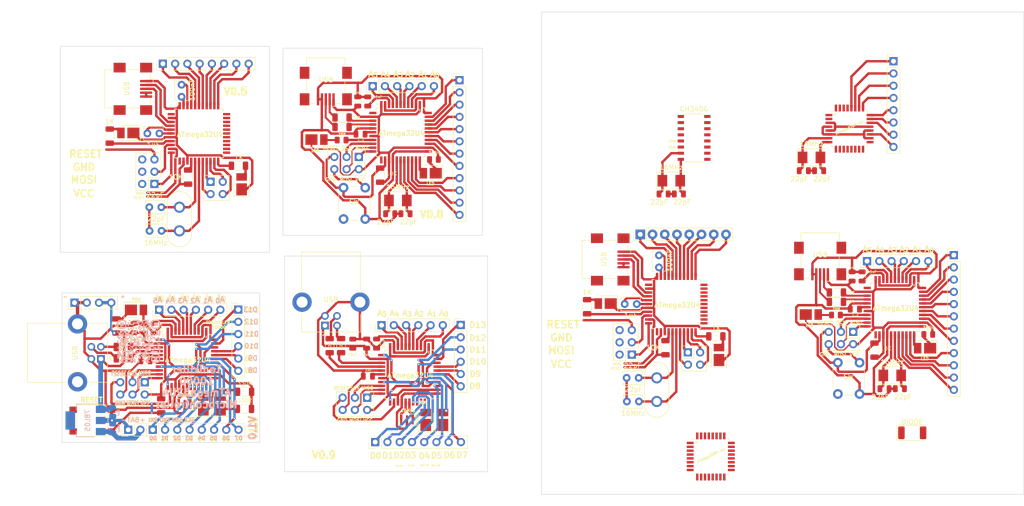
<source format=kicad_pcb>
(kicad_pcb (version 20211014) (generator pcbnew)
  (layers (0 "F.Cu" signal) (31 "B.Cu" signal) (34 "B.Paste" user) (35 "F.Paste" user) (36 "B.SilkS" user "B.Silkscreen") (37 "F.SilkS" user "F.Silkscreen") (38 "B.Mask" user) (39 "F.Mask" user) (44 "Edge.Cuts" user))
  (net 0 "")
  (footprint "Crystal:Crystal_SMD_5032-2Pin_5.0x3.2mm" (layer "F.Cu") (at 112.488701 76.082)
    (fp_text reference "16MHz")
    (fp_text value "Crystal_SMD_5032-2Pin_5.0x3.2mm")
  )
  (footprint "LED_SMD:LED_PLCC_2835_Handsoldering" (layer "F.Cu") (at 221.798499 106.7132 180)
    (fp_text reference "LED")
    (fp_text value "LED_PLCC_2835_Handsoldering")
  )
  (footprint "Resistor_SMD:R_1206_3216Metric" (layer "F.Cu") (at 54.14 102.1055 -90)
    (fp_text reference "330R")
    (fp_text value "R_1206_3216Metric")
  )
  (footprint "Capacitor_SMD:C_0805_2012Metric" (layer "F.Cu") (at 114.063701 78.832)
    (fp_text reference "22pF")
    (fp_text value "C_0805_2012Metric")
  )
  (footprint "Capacitor_SMD:C_0805_2012Metric" (layer "F.Cu") (at 196.658499 69.9082)
    (fp_text reference "22pF")
    (fp_text value "C_0805_2012Metric")
  )
  (footprint "LED_SMD:LED_PLCC_2835_Handsoldering" (layer "F.Cu") (at 121.833701 121.5824 90)
    (fp_text reference "TX" hide)
    (fp_text value "LED_PLCC_2835_Handsoldering")
  )
  (footprint "ATmega32U4" (layer "F.Cu") (at 68.7586 108.9384)
    (fp_text reference "ATmega32U4")
    (fp_text value "VAL**" hide)
  )
  (footprint "Connector_PinHeader_2.54mm:PinHeader_1x08_P2.54mm_Vertical" (layer "F.Cu") (at 162.748499 83.1132 90)
    (fp_text reference "REF**" hide)
    (fp_text value "PinHeader_1x08_P2.54mm_Vertical")
  )
  (footprint "Capacitor_THT:C_Disc_D3.8mm_W2.6mm_P2.50mm" (layer "F.Cu") (at 60.933701 77.4824)
    (fp_text reference "22pF")
    (fp_text value "C_Disc_D3.8mm_W2.6mm_P2.50mm")
  )
  (footprint "Connector_PinHeader_2.54mm:PinHeader_1x06_P2.54mm_Vertical" (layer "F.Cu") (at 79.39 98.7055)
    (fp_text reference "REF**" hide)
    (fp_text value "PinHeader_1x06_P2.54mm_Vertical")
  )
  (footprint "Connector_USB:USB_Mini-B_Wuerth_65100516121_Horizontal" (layer "F.Cu") (at 200.048499 88.7882 180)
    (fp_text reference "USB")
    (fp_text value "USB_Mini-B_Wuerth_65100516121_Horizontal")
  )
  (footprint "Resistor_SMD:R_1206_3216Metric" (layer "F.Cu") (at 108.813701 70.832 90)
    (fp_text reference "10K")
    (fp_text value "R_1206_3216Metric")
  )
  (footprint "Capacitor_SMD:C_0805_2012Metric" (layer "F.Cu") (at 213.398499 115.1132)
    (fp_text reference "22pF")
    (fp_text value "C_0805_2012Metric")
  )
  (footprint "Connector_PinHeader_2.54mm:PinHeader_2x03_P2.54mm_Vertical" (layer "F.Cu") (at 59.996 113.776 -90)
    (fp_text reference "REF**" hide)
    (fp_text value "PinHeader_2x03_P2.54mm_Vertical" hide)
  )
  (footprint "Button_Switch_THT:SW_PUSH_6mm" (layer "F.Cu") (at 208.223499 109.7132 -90)
    (fp_text reference "SW")
    (fp_text value "SW_PUSH_6mm" hide)
  )
  (footprint "Resistor_SMD:R_0805_2012Metric" (layer "F.Cu") (at 100.813701 63.557)
    (fp_text reference "330R")
    (fp_text value "R_0805_2012Metric")
  )
  (footprint "Capacitor_SMD:C_0805_2012Metric" (layer "F.Cu") (at 207.248499 98.6132 180)
    (fp_text reference "1uF")
    (fp_text value "C_0805_2012Metric")
  )
  (footprint "Capacitor_SMD:C_0805_2012Metric" (layer "F.Cu") (at 103.133701 105.7824 90)
    (fp_text reference "10uF")
    (fp_text value "C_0805_2012Metric")
  )
  (footprint "Connector_PinHeader_2.54mm:PinHeader_1x04_P2.54mm_Vertical" (layer "F.Cu") (at 45.43 97.2805 90)
    (fp_text reference "REF**" hide)
    (fp_text value "PinHeader_1x04_P2.54mm_Vertical")
  )
  (footprint "Capacitor_THT:C_Disc_D3.8mm_W2.6mm_P2.50mm" (layer "F.Cu") (at 67.633701 54.5824 90)
    (fp_text reference "100nF")
    (fp_text value "C_Disc_D3.8mm_W2.6mm_P2.50mm")
  )
  (footprint "LED_SMD:LED_PLCC_2835_Handsoldering" (layer "F.Cu") (at 75.715 118.3805 90)
    (fp_text reference "TX" hide)
    (fp_text value "LED_PLCC_2835_Handsoldering")
  )
  (footprint "Capacitor_SMD:C_0805_2012Metric" (layer "F.Cu") (at 167.583499 74.7332)
    (fp_text reference "22pF")
    (fp_text value "C_0805_2012Metric")
  )
  (footprint "TQFP32_32A_MCH" (layer "F.Cu") (at 206.133499 61.1832)
    (fp_text reference "ATmega328P-AU")
    (fp_text value "TQFP32_32A_MCH" hide)
  )
  (footprint "Capacitor_SMD:C_0805_2012Metric" (layer "F.Cu") (at 104.163701 55.557 -90)
    (fp_text reference "1uF")
    (fp_text value "C_0805_2012Metric")
  )
  (footprint "Button_Switch_SMD:SW_Push_1P1T_NO_6x6mm_H9.5mm" (layer "F.Cu") (at 49.13 121.7305)
    (fp_text reference "RESET")
    (fp_text value "SW_Push_1P1T_NO_6x6mm_H9.5mm")
  )
  (footprint "Resistor_SMD:R_1206_3216Metric" (layer "F.Cu") (at 203.423499 97.1132)
    (fp_text reference "22R")
    (fp_text value "R_1206_3216Metric")
  )
  (footprint "ATmega32U4" (layer "F.Cu") (at 114.877301 112.1403)
    (fp_text reference "ATmega32U4")
    (fp_text value "VAL**" hide)
  )
  (footprint "Connector_PinHeader_2.54mm:PinHeader_1x06_P2.54mm_Vertical" (layer "F.Cu") (at 125.508701 101.9074)
    (fp_text reference "REF**" hide)
    (fp_text value "PinHeader_1x06_P2.54mm_Vertical")
  )
  (footprint "LED_SMD:LED_PLCC_2835_Handsoldering" (layer "F.Cu") (at 118.258701 121.5824 90)
    (fp_text reference "RX" hide)
    (fp_text value "LED_PLCC_2835_Handsoldering")
  )
  (footprint "Crystal:Resonator_SMD_Murata_CSTxExxV-3Pin_3.0x1.1mm" (layer "F.Cu") (at 68.246 118.376 180)
    (fp_text reference "16MHz")
    (fp_text value "Resonator_SMD_Murata_CSTxExxV-3Pin_3.0x1.1mm")
  )
  (footprint "Connector_PinHeader_2.54mm:PinHeader_1x06_P2.54mm_Vertical" (layer "F.Cu") (at 62.9836 98.751 90)
    (fp_text reference "REF**" hide)
    (fp_text value "PinHeader_1x06_P2.54mm_Vertical")
  )
  (footprint "Resistor_SMD:R_1206_3216Metric" (layer "F.Cu") (at 211.323499 107.1132 90)
    (fp_text reference "10K")
    (fp_text value "R_1206_3216Metric")
  )
  (footprint "Capacitor_SMD:C_0805_2012Metric" (layer "F.Cu") (at 106.264701 112.5279 180)
    (fp_text reference "1uF")
    (fp_text value "C_0805_2012Metric")
  )
  (footprint "Capacitor_THT:C_Disc_D3.8mm_W2.6mm_P2.50mm" (layer "F.Cu") (at 159.923499 112.8632)
    (fp_text reference "22pF")
    (fp_text value "C_Disc_D3.8mm_W2.6mm_P2.50mm")
  )
  (footprint "Connector_PinHeader_2.54mm:PinHeader_2x02_P2.54mm_Vertical" (layer "F.Cu") (at 172.623499 107.5882)
    (fp_text reference "REF**" hide)
    (fp_text value "PinHeader_2x02_P2.54mm_Vertical")
  )
  (footprint "Resistor_SMD:R_1206_3216Metric" (layer "F.Cu") (at 98.339701 106.1904 90)
    (fp_text reference "22R")
    (fp_text value "R_1206_3216Metric")
  )
  (footprint "Resistor_SMD:R_1206_3216Metric" (layer "F.Cu") (at 151.723499 98.1132 -90)
    (fp_text reference "1K")
    (fp_text value "R_1206_3216Metric")
  )
  (footprint "Resistor_SMD:R_1206_3216Metric" (layer "F.Cu") (at 55.557 106.4615 180)
    (fp_text reference "22R")
    (fp_text value "R_1206_3216Metric")
  )
  (footprint "Resistor_SMD:R_1206_3216Metric" (layer "F.Cu") (at 63.405 118.6555 -90)
    (fp_text reference "10K")
    (fp_text value "R_1206_3216Metric")
  )
  (footprint "Connector_PinHeader_2.54mm:PinHeader_2x02_P2.54mm_Vertical" (layer "F.Cu") (at 73.633701 72.2074)
    (fp_text reference "REF**" hide)
    (fp_text value "PinHeader_2x02_P2.54mm_Vertical")
  )
  (footprint "Resistor_SMD:R_0805_2012Metric" (layer "F.Cu") (at 203.323499 99.8382)
    (fp_text reference "330R")
    (fp_text value "R_0805_2012Metric")
  )
  (footprint "Resistor_SMD:R_0805_2012Metric" (layer "F.Cu") (at 222.473499 103.8632)
    (fp_text reference "330R")
    (fp_text value "R_0805_2012Metric")
  )
  (footprint "Diode_SMD:D_2010_5025Metric" (layer "F.Cu") (at 219.148499 124.2632)
    (fp_text reference "DIODE")
    (fp_text value "D_2010_5025Metric")
  )
  (footprint "LED_SMD:LED_PLCC_2835_Handsoldering" (layer "F.Cu") (at 155.573499 97.4632 180)
    (fp_text reference "REF**" hide)
    (fp_text value "LED_PLCC_2835_Handsoldering")
  )
  (footprint "Crystal:Crystal_SMD_5032-2Pin_5.0x3.2mm" (layer "F.Cu") (at 198.258499 67.1582)
    (fp_text reference "16MHz")
    (fp_text value "Crystal_SMD_5032-2Pin_5.0x3.2mm")
  )
  (footprint "Connector_PinHeader_2.54mm:PinHeader_1x08_P2.54mm_Vertical" (layer "F.Cu") (at 63.758701 47.7324 90)
    (fp_text reference "REF**" hide)
    (fp_text value "PinHeader_1x08_P2.54mm_Vertical")
  )
  (footprint "Resistor_SMD:R_1206_3216Metric" (layer "F.Cu") (at 68.983701 71.2324 90)
    (fp_text reference "10K")
    (fp_text value "R_1206_3216Metric")
  )
  (footprint "Resistor_SMD:R_1206_3216Metric" (layer "F.Cu") (at 100.913701 58.882)
    (fp_text reference "22R")
    (fp_text value "R_1206_3216Metric")
  )
  (footprint "Connector_USB:USB_B_Lumberg_2411_02_Horizontal" (layer "F.Cu") (at 97.364701 102.0279 90)
    (fp_text reference "USB")
    (fp_text value "USB_B_Lumberg_2411_02_Horizontal")
  )
  (footprint "SOIC127P600X180-16N" (layer "F.Cu") (at 173.908499 63.1082)
    (fp_text reference "CH340G")
    (fp_text value "SOIC127P600X180-16N")
  )
  (footprint "LED_SMD:LED_PLCC_2835_Handsoldering" (layer "F.Cu") (at 58.19 98.7805)
    (fp_text reference "POW")
    (fp_text value "LED_PLCC_2835_Handsoldering")
  )
  (footprint "Resistor_SMD:R_1206_3216Metric" (layer "F.Cu") (at 80.6925 115.7555)
    (fp_text reference "330R")
    (fp_text value "R_1206_3216Metric")
  )
  (footprint "Resistor_SMD:R_1206_3216Metric" (layer "F.Cu") (at 55.565 108.8305 180)
    (fp_text reference "22R")
    (fp_text value "R_1206_3216Metric")
  )
  (footprint "Capacitor_SMD:C_0805_2012Metric" (layer "F.Cu") (at 110.888701 78.832)
    (fp_text reference "22pF")
    (fp_text value "C_0805_2012Metric")
  )
  (footprint "Capacitor_THT:C_Disc_D3.8mm_W2.6mm_P2.50mm" (layer "F.Cu") (at 166.623499 89.9632 90)
    (fp_text reference "100nF")
    (fp_text value "C_Disc_D3.8mm_W2.6mm_P2.50mm")
  )
  (footprint "Connector_USB:USB_Mini-B_Wuerth_65100516121_Horizontal" (layer "F.Cu") (at 156.673499 88.3132 -90)
    (fp_text reference "USB")
    (fp_text value "USB_Mini-B_Wuerth_65100516121_Horizontal")
  )
  (footprint "Capacitor_THT:C_Disc_D3.8mm_W2.6mm_P2.50mm" (layer "F.Cu") (at 159.523499 97.5632)
    (fp_text reference "1uF")
    (fp_text value "C_Disc_D3.8mm_W2.6mm_P2.50mm")
  )
  (footprint "Capacitor_SMD:C_0805_2012Metric" (layer "F.Cu") (at 216.573499 115.1132)
    (fp_text reference "22pF")
    (fp_text value "C_0805_2012Metric")
  )
  (footprint "Capacitor_SMD:C_0805_2012Metric" (layer "F.Cu") (at 170.758499 74.7332)
    (fp_text reference "22pF")
    (fp_text value "C_0805_2012Metric")
  )
  (footprint "Resistor_SMD:R_1206_3216Metric" (layer "F.Cu") (at 80.6675 119.3055)
    (fp_text reference "330R")
    (fp_text value "R_1206_3216Metric")
  )
  (footprint "Crystal:Crystal_SMD_5032-2Pin_5.0x3.2mm" (layer "F.Cu") (at 214.998499 112.3632)
    (fp_text reference "16MHz")
    (fp_text value "Crystal_SMD_5032-2Pin_5.0x3.2mm")
  )
  (footprint "Resistor_SMD:R_1206_3216Metric" (layer "F.Cu") (at 100.708701 106.1824 90)
    (fp_text reference "22R")
    (fp_text value "R_1206_3216Metric")
  )
  (footprint "Connector_PinHeader_2.54mm:PinHeader_2x03_P2.54mm_Vertical" (layer "F.Cu") (at 160.998499 108.0382 180)
    (fp_text reference "REF**" hide)
    (fp_text value "PinHeader_2x03_P2.54mm_Vertical" hide)
  )
  (footprint "Resistor_SMD:R_1206_3216Metric" (layer "F.Cu") (at 100.913701 60.832)
    (fp_text reference "22R")
    (fp_text value "R_1206_3216Metric")
  )
  (footprint "Connector_PinHeader_2.54mm:PinHeader_1x06_P2.54mm_Vertical" (layer "F.Cu") (at 209.773499 88.6632 90)
    (fp_text reference "REF**" hide)
    (fp_text value "PinHeader_1x06_P2.54mm_Vertical")
  )
  (footprint "Connector_PinHeader_2.54mm:PinHeader_1x08_P2.54mm_Vertical" (layer "F.Cu") (at 215.258499 47.2082)
    (fp_text reference "REF**" hide)
    (fp_text value "PinHeader_1x08_P2.54mm_Vertical")
  )
  (footprint "LED_SMD:LED_PLCC_2835_Handsoldering" (layer "F.Cu") (at 179.073499 108.1132 90)
    (fp_text reference "REF**" hide)
    (fp_text value "LED_PLCC_2835_Handsoldering")
  )
  (footprint "Capacitor_SMD:C_0805_2012Metric" (layer "F.Cu") (at 206.673499 91.8382 -90)
    (fp_text reference "1uF")
    (fp_text value "C_0805_2012Metric")
  )
  (footprint "ATmega32U4" (layer "F.Cu") (at 215.548499 98.2132)
    (fp_text reference "ATmega32U4")
    (fp_text value "VAL**" hide)
  )
  (footprint "Capacitor_SMD:C_0805_2012Metric" (layer "F.Cu") (at 60.146 109.326 180)
    (fp_text reference "1uF")
    (fp_text value "C_0805_2012Metric")
  )
  (footprint "Capacitor_THT:C_Disc_D3.8mm_W2.6mm_P2.50mm" (layer "F.Cu") (at 60.983701 82.3824)
    (fp_text reference "22pF")
    (fp_text value "C_Disc_D3.8mm_W2.6mm_P2.50mm")
  )
  (footprint "ATmega32U4" (layer "F.Cu") (at 113.038701 61.932)
    (fp_text reference "ATmega32U4")
    (fp_text value "VAL**" hide)
  )
  (footprint "Capacitor_SMD:C_0805_2012Metric" (layer "F.Cu") (at 106.002301 105.7653 -90)
    (fp_text reference "1uF")
    (fp_text value "C_0805_2012Metric")
  )
  (footprint "LED_SMD:LED_PLCC_2835_Handsoldering" (layer "F.Cu") (at 80.083701 72.7324 90)
    (fp_text reference "REF**" hide)
    (fp_text value "LED_PLCC_2835_Handsoldering")
  )
  (footprint "Connector_PinHeader_2.54mm:PinHeader_2x03_P2.54mm_Vertical" (layer "F.Cu") (at 106.114701 116.9779 -90)
    (fp_text reference "REF**" hide)
    (fp_text value "PinHeader_2x03_P2.54mm_Vertical" hide)
  )
  (footprint "LED_SMD:LED_PLCC_2835_Handsoldering" (layer "F.Cu") (at 56.583701 62.0824 180)
    (fp_text reference "REF**" hide)
    (fp_text value "LED_PLCC_2835_Handsoldering")
  )
  (footprint "Capacitor_SMD:C_0805_2012Metric" (layer "F.Cu") (at 208.748499 91.8382 -90)
    (fp_text reference "0.1uF")
    (fp_text value "C_0805_2012Metric")
  )
  (footprint "Connector_PinHeader_2.54mm:PinHeader_2x03_P2.54mm_Vertical" (layer "F.Cu") (at 62.008701 72.6574 180)
    (fp_text reference "REF**" hide)
    (fp_text value "PinHeader_2x03_P2.54mm_Vertical" hide)
  )
  (footprint "Resistor_SMD:R_1206_3216Metric" (layer "F.Cu") (at 79.433701 68.8824 180)
    (fp_text reference "1K")
    (fp_text value "R_1206_3216Metric")
  )
  (footprint "Connector_USB:USB_Mini-B_Wuerth_65100516121_Horizontal" (layer "F.Cu") (at 97.538701 52.507 180)
    (fp_text reference "USB")
    (fp_text value "USB_Mini-B_Wuerth_65100516121_Horizontal")
  )
  (footprint "ATmega32U4" (layer "F.Cu") (at 71.233701 62.1824)
    (fp_text reference "ATmega32U4")
    (fp_text value "VAL**" hide)
  )
  (footprint "Capacitor_THT:C_Disc_D3.8mm_W2.6mm_P2.50mm" (layer "F.Cu") (at 60.533701 62.1824)
    (fp_text reference "1uF")
    (fp_text value "C_Disc_D3.8mm_W2.6mm_P2.50mm")
  )
  (footprint "LED_SMD:LED_PLCC_2835_Handsoldering" (layer "F.Cu") (at 119.288701 70.432 180)
    (fp_text reference "LED")
    (fp_text value "LED_PLCC_2835_Handsoldering")
  )
  (footprint "Resistor_SMD:R_0805_2012Metric" (layer "F.Cu") (at 119.963701 67.582)
    (fp_text reference "330R")
    (fp_text value "R_0805_2012Metric")
  )
  (footprint "Connector_PinHeader_2.54mm:PinHeader_1x12_P2.54mm_Vertical" (layer "F.Cu") (at 227.773499 87.4132)
    (fp_text reference "REF**" hide)
    (fp_text value "PinHeader_1x12_P2.54mm_Vertical")
  )
  (footprint "Capacitor_SMD:C_0805_2012Metric" (layer "F.Cu") (at 104.738701 62.332 180)
    (fp_text reference "1uF")
    (fp_text value "C_0805_2012Metric")
  )
  (footprint "ATmega32U4" (layer "F.Cu") (at 170.223499 97.5632)
    (fp_text reference "ATmega32U4")
    (fp_text value "VAL**" hide)
  )
  (footprint "Resistor_SMD:R_1206_3216Metric" (layer "F.Cu") (at 203.423499 95.1632)
    (fp_text reference "22R")
    (fp_text value "R_1206_3216Metric")
  )
  (footprint "Connector_PinHeader_2.54mm:PinHeader_1x06_P2.54mm_Vertical" (layer "F.Cu") (at 107.263701 52.382 90)
    (fp_text reference "REF**" hide)
    (fp_text value "PinHeader_1x06_P2.54mm_Vertical")
  )
  (footprint "Connector_PinHeader_2.54mm:PinHeader_1x02_P2.54mm_Vertical" (layer "F.Cu") (at 56.565 123.6305 90)
    (fp_text reference "-BAT+")
    (fp_text value "PinHeader_1x02_P2.54mm_Vertical")
  )
  (footprint "Capacitor_SMD:C_0805_2012Metric" (layer "F.Cu") (at 61.9586 102.5634 -90)
    (fp_text reference "0.1uF")
    (fp_text value "C_0805_2012Metric")
  )
  (footprint "Capacitor_SMD:C_0805_2012Metric" (layer "F.Cu") (at 59.8836 102.5634 -90)
    (fp_text reference "1uF")
    (fp_text value "C_0805_2012Metric")
  )
  (footprint "Connector_USB:USB_B_Lumberg_2411_02_Horizontal" (layer "F.Cu") (at 50.915 108.9305 180)
    (fp_text reference "USB")
    (fp_text value "USB_B_Lumberg_2411_02_Horizontal")
  )
  (footprint "LED_SMD:LED_PLCC_2835_Handsoldering" (layer "F.Cu") (at 72.14 118.3805 90)
    (fp_text reference "RX" hide)
    (fp_text value "LED_PLCC_2835_Handsoldering")
  )
  (footprint "Resistor_SMD:R_1206_3216Metric" (layer "F.Cu") (at 52.733701 62.7324 -90)
    (fp_text reference "1K")
    (fp_text value "R_1206_3216Metric")
  )
  (footprint "Resistor_SMD:R_1206_3216Metric" (layer "F.Cu") (at 167.973499 106.6132 90)
    (fp_text reference "10K")
    (fp_text value "R_1206_3216Metric")
  )
  (footprint "Capacitor_SMD:C_0805_2012Metric" (layer "F.Cu") (at 108.077301 105.7653 -90)
    (fp_text reference "0.1uF")
    (fp_text value "C_0805_2012Metric")
  )
  (footprint "LED_SMD:LED_PLCC_2835_Handsoldering" (layer "F.Cu") (at 198.123499 99.7382)
    (fp_text reference "LED ")
    (fp_text value "LED_PLCC_2835_Handsoldering")
  )
  (footprint "TQFP32_32A_MCH" (layer "F.Cu") (at 177.368499 129.1682)
    (fp_text reference "ATmega328P-AU")
    (fp_text value "TQFP32_32A_MCH" hide)
  )
  (footprint "Connector_PinHeader_2.54mm:PinHeader_1x12_P2.54mm_Vertical" (layer "F.Cu") (at 125.263701 51.132)
    (fp_text reference "REF**" hide)
    (fp_text value "PinHeader_1x12_P2.54mm_Vertical")
  )
  (footprint "Capacitor_SMD:C_0805_2012Metric" (layer "F.Cu") (at 57.765 102.5555 90)
    (fp_text reference "10uF")
    (fp_text value "C_0805_2012Metric")
  )
  (footprint "Resistor_SMD:R_1206_3216Metric" (layer "F.Cu") (at 178.423499 104.2632 180)
    (fp_text reference "1K")
    (fp_text value "R_1206_3216Metric")
  )
  (footprint "Connector_USB:USB_Mini-B_Wuerth_65100516121_Horizontal" (layer "F.Cu") (at 57.683701 52.9324 -90)
    (fp_text reference "USB")
    (fp_text value "USB_Mini-B_Wuerth_65100516121_Horizontal")
  )
  (footprint "Connector_PinHeader_2.54mm:PinHeader_1x06_P2.54mm_Vertical" (layer "F.Cu") (at 109.102301 101.9529 90)
    (fp_text reference "REF**" hide)
    (fp_text value "PinHeader_1x06_P2.54mm_Vertical")
  )
  (footprint "Capacitor_SMD:C_0805_2012Metric" (layer "F.Cu") (at 199.833499 69.9082)
    (fp_text reference "22pF")
    (fp_text value "C_0805_2012Metric")
  )
  (footprint "Connector_PinHeader_2.54mm:PinHeader_2x03_P2.54mm_Vertical" (layer "F.Cu") (at 206.898499 103.3382 -90)
    (fp_text reference "REF**" hide)
    (fp_text value "PinHeader_2x03_P2.54mm_Vertical" hide)
  )
  (footprint "Connector_PinHeader_2.54mm:PinHeader_2x03_P2.54mm_Vertical" (layer "F.Cu") (at 104.388701 67.057 -90)
    (fp_text reference "REF**" hide)
    (fp_text value "PinHeader_2x03_P2.54mm_Vertical" hide)
  )
  (footprint "Crystal:Crystal_HC50_Vertical" (layer "F.Cu") (at 166.173499 117.7632 90)
    (fp_text reference "16MHz")
    (fp_text value "Crystal_HC50_Vertical")
  )
  (footprint "Connector_PinHeader_2.54mm:PinHeader_1x08_P2.54mm_Vertical" (layer "F.Cu") (at 61.665 123.6305 90)
    (fp_text reference "REF**" hide)
    (fp_text value "PinHeader_1x08_P2.54mm_Vertical")
  )
  (footprint "LED_SMD:LED_PLCC_2835_Handsoldering" (layer "F.Cu") (at 95.613701 63.457)
    (fp_text reference "LED ")
    (fp_text value "LED_PLCC_2835_Handsoldering")
  )
  (footprint "Button_Switch_THT:SW_PUSH_6mm" (layer "F.Cu") (at 105.713701 73.432 -90)
    (fp_text reference "SW")
    (fp_text value "SW_PUSH_6mm" hide)
  )
  (footprint "Capacitor_SMD:C_0805_2012Metric" (layer "F.Cu") (at 106.238701 55.557 -90)
    (fp_text reference "0.1uF")
    (fp_text value "C_0805_2012Metric")
  )
  (footprint "Connector_PinHeader_2.54mm:PinHeader_1x08_P2.54mm_Vertical" (layer "F.Cu") (at 107.783701 126.1824 90)
    (fp_text reference "REF**" hide)
    (fp_text value "PinHeader_1x08_P2.54mm_Vertical")
  )
  (footprint "Crystal:Crystal_SMD_5032-2Pin_5.0x3.2mm" (layer "F.Cu") (at 169.183499 71.9832)
    (fp_text reference "16MHz")
    (fp_text value "Crystal_SMD_5032-2Pin_5.0x3.2mm")
  )
  (footprint "Capacitor_THT:C_Disc_D3.8mm_W2.6mm_P2.50mm" (layer "F.Cu") (at 159.973499 117.7632)
    (fp_text reference "22pF")
    (fp_text value "C_Disc_D3.8mm_W2.6mm_P2.50mm")
  )
  (footprint "Crystal:Crystal_HC50_Vertical" (layer "F.Cu") (at 67.183701 82.3824 90)
    (fp_text reference "16MHz")
    (fp_text value "Crystal_HC50_Vertical")
  )
  (footprint "Crystal:Resonator_SMD_Murata_CSTxExxV-3Pin_3.0x1.1mm" (layer "F.Cu") (at 114.364701 121.5779 180)
    (fp_text reference "16MHz")
    (fp_text value "Resonator_SMD_Murata_CSTxExxV-3Pin_3.0x1.1mm")
  )
  (footprint "Capacitor_SMD:C_0805_2012Metric" (layer "B.Cu") (at 53.355 119.8805 -90)
    (fp_text reference "100uF")
    (fp_text value "C_0805_2012Metric")
  )
  (footprint "Capacitor_SMD:C_0805_2012Metric" (layer "B.Cu") (at 53.355 123.3805 -90)
    (fp_text reference "100uF")
    (fp_text value "C_0805_2012Metric")
  )
  (footprint "Package_TO_SOT_SMD:SOT-223" (layer "B.Cu") (at 47.705 121.7055 180)
    (fp_text reference "78L05")
    (fp_text value "SOT-223")
  )
  (footprint "LOGO" (layer "B.Cu") (at 58.746 105.276 180)
    (fp_text reference "G***" hide)
    (fp_text value "LOGO" hide)
  )
  (gr_rect (start 88.983701 87.6074) (end 131.083701 132.3324) (layer "Edge.Cuts") (width 0.1) (fill none))
  (gr_rect (start 42.84 95.2555) (end 83.84 126.2555) (layer "Edge.Cuts") (width 0.1) (fill none))
  (gr_rect (start 42.471 44.101) (end 85.871 86.826) (layer "Edge.Cuts") (width 0.1) (fill none))
  (gr_rect (start 142.296 137.016) (end 242.296 37.016) (layer "Edge.Cuts") (width 0.1) (fill none))
  (gr_rect (start 88.658701 44.5074) (end 130.008701 83.3074) (layer "Edge.Cuts") (width 0.1) (fill none))
  (gr_text "+" (at 55.456 96.101 180) (layer "B.SilkS") (effects (font (size 0.7 0.7)) (justify mirror)))
  (gr_text "MOSI" (at 57.439334 117.976) (layer "B.SilkS") (effects (font (size 0.7 0.7)) (justify mirror)))
  (gr_text "A_{2}" (at 70.451 96.651) (layer "B.SilkS") (effects (font (size 1.2 1.2) (thickness 0.24)) (justify mirror)))
  (gr_text "SDA" (at 66.706 121.601) (layer "B.SilkS") (effects (font (size 0.8 0.8) (thickness 0.2)) (justify mirror)))
  (gr_text "D5" (at 74.231 125.351) (layer "B.SilkS") (effects (font (size 0.8 0.8) (thickness 0.2)) (justify mirror)))
  (gr_text "V1.0" (at 82.356 123.251 90) (layer "B.SilkS") (effects (font (size 1.5 1.5) (thickness 0.375)) (justify mirror)))
  (gr_text "-" (at 43.481 96.101 180) (layer "B.SilkS") (effects (font (size 0.7 0.7)) (justify mirror)))
  (gr_text "SCK" (at 57.381 112.101) (layer "B.SilkS") (effects (font (size 0.7 0.7)) (justify mirror)))
  (gr_text "+BAT-" (at 57.606 121.576) (layer "B.SilkS") (effects (font (size 1 1)) (justify mirror)))
  (gr_text "D11" (at 82.181 103.756) (layer "B.SilkS") (effects (font (size 1 1) (thickness 0.2)) (justify mirror)))
  (gr_text "D8" (at 82.381 111.301) (layer "B.SilkS") (effects (font (size 1 1) (thickness 0.2)) (justify mirror)))
  (gr_text "D10" (at 82.131 106.271) (layer "B.SilkS") (effects (font (size 1 1) (thickness 0.2)) (justify mirror)))
  (gr_text "A_{1}" (at 73.041 96.651) (layer "B.SilkS") (effects (font (size 1.2 1.2) (thickness 0.24)) (justify mirror)))
  (gr_text "D4" (at 71.781 125.351) (layer "B.SilkS") (effects (font (size 0.8 0.8) (thickness 0.2)) (justify mirror)))
  (gr_text "D2" (at 66.681 125.351) (layer "B.SilkS") (effects (font (size 0.8 0.8) (thickness 0.2)) (justify mirror)))
  (gr_text "GND" (at 54.956 118.026) (layer "B.SilkS") (effects (font (size 0.7 0.7)) (justify mirror)))
  (gr_text "D12" (at 82.081 101.241) (layer "B.SilkS") (effects (font (size 1 1) (thickness 0.2)) (justify mirror)))
  (gr_text "TXO" (at 64.155207 121.601) (layer "B.SilkS") (effects (font (size 0.8 0.8) (thickness 0.2)) (justify mirror)))
  (gr_text "D7" (at 79.481 125.351) (layer "B.SilkS") (effects (font (size 0.8 0.8) (thickness 0.2)) (justify mirror)))
  (gr_text "VCC" (at 60.031 118.001) (layer "B.SilkS") (effects (font (size 0.7 0.7)) (justify mirror)))
  (gr_text "A_{5}" (at 62.681 96.651) (layer "B.SilkS") (effects (font (size 1.2 1.2) (thickness 0.24)) (justify mirror)))
  (gr_text "MISO" (at 60.056 112.126) (layer "B.SilkS") (effects (font (size 0.7 0.7)) (justify mirror)))
  (gr_text "D3" (at 69.181 125.351) (layer "B.SilkS") (effects (font (size 0.8 0.8) (thickness 0.2)) (justify mirror)))
  (gr_text "A_{3}" (at 67.861 96.651) (layer "B.SilkS") (effects (font (size 1.2 1.2) (thickness 0.24)) (justify mirror)))
  (gr_text "D0" (at 61.731 125.351) (layer "B.SilkS") (effects (font (size 0.8 0.8) (thickness 0.2)) (justify mirror)))
  (gr_text "RESET" (at 54.531 112.126) (layer "B.SilkS") (effects (font (size 0.7 0.7)) (justify mirror)))
  (gr_text "A_{0}" (at 75.631 96.651) (layer "B.SilkS") (effects (font (size 1.2 1.2) (thickness 0.24)) (justify mirror)))
  (gr_text "D6" (at 76.831 125.351) (layer "B.SilkS") (effects (font (size 0.8 0.8) (thickness 0.2)) (justify mirror)))
  (gr_text "A_{4}" (at 65.271 96.651) (layer "B.SilkS") (effects (font (size 1.2 1.2) (thickness 0.24)) (justify mirror)))
  (gr_text "D13" (at 81.906 98.726) (layer "B.SilkS") (effects (font (size 1 1) (thickness 0.2)) (justify mirror)))
  (gr_text "SCL" (at 69.256794 121.601) (layer "B.SilkS") (effects (font (size 0.8 0.8) (thickness 0.2)) (justify mirror)))
  (gr_text "Tonikiller\n10000\nATmega32U4\nMicrocontroller\n" (at 70.731 114.751) (layer "B.SilkS") (effects (font (size 1.5 1.5) (thickness 0.375)) (justify mirror)))
  (gr_text "D9" (at 82.381 108.786) (layer "B.SilkS") (effects (font (size 1 1) (thickness 0.2)) (justify mirror)))
  (gr_text "D1" (at 64.131 125.351) (layer "B.SilkS") (effects (font (size 0.8 0.8) (thickness 0.2)) (justify mirror)))
  (gr_text "RXI" (at 61.756794 121.601) (layer "B.SilkS") (effects (font (size 0.8 0.8) (thickness 0.2)) (justify mirror)))
  (gr_text "-" (at 43.48 96.0055) (layer "F.SilkS") (effects (font (size 0.7 0.7))))
  (gr_text "D1" (at 118.083701 117.9074 90) (layer "F.SilkS") (effects (font (size 0.4 0.4) (thickness 0.1))))
  (gr_text "D11" (at 81.955 103.8405) (layer "F.SilkS") (effects (font (size 1 1) (thickness 0.2))))
  (gr_text "A_{5}" (at 63.0586 96.226) (layer "F.SilkS") (effects (font (size 1.2 1.2) (thickness 0.24))))
  (gr_text "VCC" (at 117.038701 57.357 90) (layer "F.SilkS") (effects (font (size 0.2 0.2) (thickness 0.05))))
  (gr_text "D5" (at 120.508701 128.9824) (layer "F.SilkS") (effects (font (size 1.2 1.2) (thickness 0.24))))
  (gr_text "SCK" (at 204.423499 101.3632) (layer "F.SilkS") (effects (font (size 0.7 0.7))))
  (gr_text "D10" (at 82.005 106.3555) (layer "F.SilkS") (effects (font (size 1 1) (thickness 0.2))))
  (gr_text "RESET" (at 100.764701 115.0029) (layer "F.SilkS") (effects (font (size 0.7 0.7))))
  (gr_text "MOSI" (at 103.664701 121.6529) (layer "F.SilkS") (effects (font (size 0.7 0.7))))
  (gr_text "MOSI\n" (at 47.383701 71.7824) (layer "F.SilkS") (effects (font (size 1.5 1.5) (thickness 0.3))))
  (gr_text "D8" (at 81.755 111.3855) (layer "F.SilkS") (effects (font (size 1 1) (thickness 0.2))))
  (gr_text "D13" (at 129.058701 101.9074) (layer "F.SilkS") (effects (font (size 1.2 1.2) (thickness 0.24))))
  (gr_text "D4" (at 118.008701 129.0574) (layer "F.SilkS") (effects (font (size 1.2 1.2) (thickness 0.24))))
  (gr_text "TONIKILLER \n10000\n" (at 75.396 101.876) (layer "F.SilkS") (effects (font (size 0.6 0.6))))
  (gr_text "D9" (at 128.533701 112.0824) (layer "F.SilkS") (effects (font (size 1.2 1.2) (thickness 0.24))))
  (gr_text "VCC" (at 106.289701 121.6779) (layer "F.SilkS") (effects (font (size 0.7 0.7))))
  (gr_text "VCC" (at 207.173499 108.0382) (layer "F.SilkS") (effects (font (size 0.7 0.7))))
  (gr_text "MISO" (at 104.913701 65.107) (layer "F.SilkS") (effects (font (size 0.7 0.7))))
  (gr_text "MISO" (at 106.164701 114.9779) (layer "F.SilkS") (effects (font (size 0.7 0.7))))
  (gr_text "D0" (at 61.805 125.6305) (layer "F.SilkS") (effects (font (size 0.8 0.8) (thickness 0.2))))
  (gr_text "GND" (at 146.373499 104.5632) (layer "F.SilkS") (effects (font (size 1.5 1.5) (thickness 0.3))))
  (gr_text "MOSI" (at 57.546 118.451) (layer "F.SilkS") (effects (font (size 0.7 0.7))))
  (gr_text "RXI" (at 61.655 121.6305) (layer "F.SilkS") (effects (font (size 0.8 0.8) (thickness 0.2))))
  (gr_text "VCC" (at 72.7586 104.3634 90) (layer "F.SilkS") (effects (font (size 0.2 0.2) (thickness 0.05))))
  (gr_text "MOSI" (at 204.173499 108.0132) (layer "F.SilkS") (effects (font (size 0.7 0.7))))
  (gr_text "RESET" (at 157.773499 110.9132) (layer "F.SilkS") (effects (font (size 0.5 0.5) (thickness 0.1))))
  (gr_text "VCC" (at 104.663701 71.757) (layer "F.SilkS") (effects (font (size 0.7 0.7))))
  (gr_text "+" (at 55.455 96.0055) (layer "F.SilkS") (effects (font (size 0.7 0.7))))
  (gr_text "D6" (at 123.183701 128.8824) (layer "F.SilkS") (effects (font (size 1.2 1.2) (thickness 0.24))))
  (gr_text "VCC" (at 219.548499 93.6382 90) (layer "F.SilkS") (effects (font (size 0.2 0.2) (thickness 0.05))))
  (gr_text "A_{1}" (at 119.552301 99.4279) (layer "F.SilkS") (effects (font (size 1.2 1.2) (thickness 0.24))))
  (gr_text "VCC" (at 146.373499 110.0132) (layer "F.SilkS") (effects (font (size 1.5 1.5) (thickness 0.3))))
  (gr_text "RESET" (at 146.723499 101.8132) (layer "F.SilkS") (effects (font (size 1.5 1.5) (thickness 0.3))))
  (gr_text "VCC" (at 108.263701 56.182) (layer "F.SilkS") (effects (font (size 0.2 0.2) (thickness 0.05))))
  (gr_text "A_{4}" (at 109.938701 49.857) (layer "F.SilkS") (effects (font (size 1.2 1.2) (thickness 0.24))))
  (gr_text "MISO" (at 207.423499 101.3882) (layer "F.SilkS") (effects (font (size 0.7 0.7))))
  (gr_text "D0" (at 107.858701 129.0074) (layer "F.SilkS") (effects (font (size 1.2 1.2) (thickness 0.24))))
  (gr_text "SCL/D3" (at 120.358701 131.0324) (layer "F.SilkS") (effects (font (size 0.3 0.3) (thickness 0.075))))
  (gr_text "D10" (at 129.083701 109.5074) (layer "F.SilkS") (effects (font (size 1.2 1.2) (thickness 0.24))))
  (gr_text "GND" (at 47.383701 69.1824) (layer "F.SilkS") (effects (font (size 1.5 1.5) (thickness 0.3))))
  (gr_text "A_{2}" (at 217.523499 86.1382) (layer "F.SilkS") (effects (font (size 1.2 1.2) (thickness 0.24))))
  (gr_text "MOSI\n" (at 146.373499 107.1632) (layer "F.SilkS") (effects (font (size 1.5 1.5) (thickness 0.3))))
  (gr_text "A_{3}" (at 68.2586 96.226) (layer "F.SilkS") (effects (font (size 1.2 1.2) (thickness 0.24))))
  (gr_text "RESET" (at 98.538701 65.182) (layer "F.SilkS") (effects (font (size 0.7 0.7))))
  (gr_text "RESET" (at 54.646 111.801) (layer "F.SilkS") (effects (font (size 0.7 0.7))))
  (gr_text "VCC" (at 210.773499 92.4632) (layer "F.SilkS") (effects (font (size 0.2 0.2) (thickness 0.05))))
  (gr_text "D11" (at 129.083701 107.0074) (layer "F.SilkS") (effects (font (size 1.2 1.2) (thickness 0.24))))
  (gr_text "D7" (at 125.783701 128.8824) (layer "F.SilkS") (effects (font (size 1.2 1.2) (thickness 0.24))))
  (gr_text "TX/D1" (at 115.258701 131.0574) (layer "F.SilkS") (effects (font (size 0.3 0.3) (thickness 0.075))))
  (gr_text "GND" (at 54.821 118.426) (layer "F.SilkS") (effects (font (size 0.7 0.7))))
  (gr_text "USB" (at 169.308499 63.7832) (layer "F.SilkS") (effects (font (size 0.5 0.5) (thickness 0.1))))
  (gr_text "D13" (at 82.23 98.8105) (layer "F.SilkS") (effects (font (size 1 1) (thickness 0.2))))
  (gr_text "A_{2}" (at 116.852301 99.4279) (layer "F.SilkS") (effects (font (size 1.2 1.2) (thickness 0.24))))
  (gr_text "D2" (at 66.755 125.6305) (layer "F.SilkS") (effects (font (size 0.8 0.8) (thickness 0.2))))
  (gr_text "MOSI" (at 101.663701 71.732) (layer "F.SilkS") (effects (font (size 0.7 0.7))))
  (gr_text "V1.0" (at 82.58 123.2805 90) (layer "F.SilkS") (effects (font (size 1.5 1.5) (thickness 0.375))))
  (gr_text "GND" (at 200.998499 108.0132) (layer "F.SilkS") (effects (font (size 0.7 0.7))))
  (gr_text "RX/D0" (at 112.733701 131.1574) (layer "F.SilkS") (effects (font (size 0.3 0.3) (thickness 0.075))))
  (gr_text "MOSI" (at 59.033701 74.6324) (layer "F.SilkS") (effects (font (size 0.5 0.5) (thickness 0.1))))
  (gr_text "A_{1}" (at 73.4336 96.226) (layer "F.SilkS") (effects (font (size 1.2 1.2) (thickness 0.24))))
  (gr_text "VCC" (at 118.877301 107.5653 90) (layer "F.SilkS") (effects (font (size 0.2 0.2) (thickness 0.05))))
  (gr_text "D1" (at 110.408701 128.9824) (layer "F.SilkS") (effects (font (size 1.2 1.2) (thickness 0.24))))
  (gr_text "RESET" (at 58.783701 75.5324) (layer "F.SilkS") (effects (font (size 0.5 0.5) (thickness 0.1))))
  (gr_text "A_{0}" (at 121.977301 99.4279) (layer "F.SilkS") (effects (font (size 1.2 1.2) (thickness 0.24))))
  (gr_text "A_{1}" (at 117.713701 49.857) (layer "F.SilkS") (effects (font (size 1.2 1.2) (thickness 0.24))))
  (gr_text "D12" (at 129.058701 104.5824) (layer "F.SilkS") (effects (font (size 1.2 1.2) (thickness 0.24))))
  (gr_text "SCK" (at 57.496 111.776) (layer "F.SilkS") (effects (font (size 0.7 0.7))))
  (gr_text "SCK" (at 101.913701 65.082) (layer "F.SilkS") (effects (font (size 0.7 0.7))))
  (gr_text "D1" (at 64.205 125.6305) (layer "F.SilkS") (effects (font (size 0.8 0.8) (thickness 0.2))))
  (gr_text "D0" (at 117.258701 117.9324 90) (layer "F.SilkS") (effects (font (size 0.4 0.4) (thickness 0.1))))
  (gr_text "D7" (at 79.555 125.6305) (layer "F.SilkS") (effects (font (size 0.8 0.8) (thickness 0.2))))
  (gr_text "D9" (at 81.755 108.8705) (layer "F.SilkS") (effects (font (size 1 1) (thickness 0.2))))
  (gr_text "A_{5}" (at 109.177301 99.4279) (layer "F.SilkS") (effects (font (size 1.2 1.2) (thickness 0.24))))
  (gr_text "D3" (at 69.255 125.6305) (layer "F.SilkS") (effects (font (size 0.8 0.8) (thickness 0.2))))
  (gr_text "TXO" (at 64.055 121.6305) (layer "F.SilkS") (effects (font (size 0.8 0.8) (thickness 0.2))))
  (gr_text "A_{5}" (at 107.338701 49.857) (layer "F.SilkS") (effects (font (size 1.2 1.2) (thickness 0.24))))
  (gr_text "A_{4}" (at 111.777301 99.4279) (layer "F.SilkS") (effects (font (size 1.2 1.2) (thickness 0.24))))
  (gr_text "SDA/D2" (at 118.033701 131.0074) (layer "F.SilkS") (effects (font (size 0.3 0.3) (thickness 0.075))))
  (gr_text "RESET" (at 201.048499 101.4632) (layer "F.SilkS") (effects (font (size 0.7 0.7))))
  (gr_text "A_{0}" (at 120.138701 49.857) (layer "F.SilkS") (effects (font (size 1.2 1.2) (thickness 0.24))))
  (gr_text "A_{4}" (at 65.6586 96.226) (layer "F.SilkS") (effects (font (size 1.2 1.2) (thickness 0.24))))
  (gr_text "V0.9\n" (at 97.158701 128.8574) (layer "F.SilkS") (effects (font (size 1.5 1.5) (thickness 0.375))))
  (gr_text "RESET" (at 47.733701 66.4324) (layer "F.SilkS") (effects (font (size 1.5 1.5) (thickness 0.3))))
  (gr_text "A_{3}" (at 114.377301 99.4279) (layer "F.SilkS") (effects (font (size 1.2 1.2) (thickness 0.24))))
  (gr_text "MOSI" (at 158.023499 110.0132) (layer "F.SilkS") (effects (font (size 0.5 0.5) (thickness 0.1))))
  (gr_text "A_{0}" (at 222.648499 86.1382) (layer "F.SilkS") (effects (font (size 1.2 1.2) (thickness 0.24))))
  (gr_text "D6" (at 76.905 125.6305) (layer "F.SilkS") (effects (font (size 0.8 0.8) (thickness 0.2))))
  (gr_text "A_{2}" (at 70.7336 96.226) (layer "F.SilkS") (effects (font (size 1.2 1.2) (thickness 0.24))))
  (gr_text "D12" (at 82.055 101.3255) (layer "F.SilkS") (effects (font (size 1 1) (thickness 0.2))))
  (gr_text "A_{3}" (at 112.538701 49.857) (layer "F.SilkS") (effects (font (size 1.2 1.2) (thickness 0.24))))
  (gr_text "A_{1}" (at 220.223499 86.1382) (layer "F.SilkS") (effects (font (size 1.2 1.2) (thickness 0.24))))
  (gr_text "MISO" (at 60.046 111.776) (layer "F.SilkS") (effects (font (size 0.7 0.7))))
  (gr_text "VCC" (at 60.171 118.476) (layer "F.SilkS") (effects (font (size 0.7 0.7))))
  (gr_text "A_{0}" (at 75.8586 96.226) (layer "F.SilkS") (effects (font (size 1.2 1.2) (thickness 0.24))))
  (gr_text "GND" (at 100.939701 121.6279) (layer "F.SilkS") (effects (font (size 0.7 0.7))))
  (gr_text "GND" (at 98.488701 71.732) (layer "F.SilkS") (effects (font (size 0.7 0.7))))
  (gr_text "D3" (at 115.108701 128.9324) (layer "F.SilkS") (effects (font (size 1.2 1.2) (thickness 0.24))))
  (gr_text "D5" (at 74.305 125.6305) (layer "F.SilkS") (effects (font (size 0.8 0.8) (thickness 0.2))))
  (gr_text "SCL" (at 69.405 121.5805) (layer "F.SilkS") (effects (font (size 0.8 0.8) (thickness 0.2))))
  (gr_text "V0.8" (at 119.508701 78.9824) (layer "F.SilkS") (effects (font (size 1.5 1.5) (thickness 0.375))))
  (gr_text "D8" (at 128.483701 114.5574) (layer "F.SilkS") (effects (font (size 1.2 1.2) (thickness 0.24))))
  (gr_text "VCC" (at 47.383701 74.6324) (layer "F.SilkS") (effects (font (size 1.5 1.5) (thickness 0.3))))
  (gr_text "USB" (at 169.233499 65.0582) (layer "F.SilkS") (effects (font (size 0.5 0.5) (thickness 0.1))))
  (gr_text "D2" (at 112.783701 128.9074) (layer "F.SilkS") (effects (font (size 1.2 1.2) (thickness 0.24))))
  (gr_text "A_{2}" (at 115.013701 49.857) (layer "F.SilkS") (effects (font (size 1.2 1.2) (thickness 0.24))))
  (gr_text "A_{3}" (at 215.048499 86.1382) (layer "F.SilkS") (effects (font (size 1.2 1.2) (thickness 0.24))))
  (gr_text "SDA" (at 66.755 121.6305) (layer "F.SilkS") (effects (font (size 0.8 0.8) (thickness 0.2))))
  (gr_text "V0.5" (at 78.846 53.476) (layer "F.SilkS") (effects (font (size 1.5 1.5) (thickness 0.375))))
  (gr_text "A_{4}" (at 212.448499 86.1382) (layer "F.SilkS") (effects (font (size 1.2 1.2) (thickness 0.24))))
  (gr_text "A_{5}" (at 209.848499 86.1382) (layer "F.SilkS") (effects (font (size 1.2 1.2) (thickness 0.24))))
  (gr_text "SCK" (at 103.614701 114.9779) (layer "F.SilkS") (effects (font (size 0.7 0.7))))
  (gr_text "D4" (at 71.855 125.6305) (layer "F.SilkS") (effects (font (size 0.8 0.8) (thickness 0.2))))
  (segment (start 212.523499 88.6632) (end 214.761099 90.9008) (width 0.5) (layer "F.Cu") (net 0))
  (segment (start 164.483099 94.3628) (end 165.423099 94.3628) (width 0.5) (layer "F.Cu") (net 0))
  (segment (start 69.965 110.5805) (end 66.115 110.5805) (width 0.5) (layer "F.Cu") (net 0))
  (segment (start 210.400699 62.3832) (end 212.633499 62.3832) (width 0.5) (layer "F.Cu") (net 0))
  (segment (start 59.871 105.076) (end 59.871 103.526) (width 0.5) (layer "F.Cu") (net 0))
  (segment (start 203.133499 60.7832) (end 203.133499 61.3832) (width 0.5) (layer "F.Cu") (net 0))
  (segment (start 151.810999 99.6632) (end 162.873499 99.6632) (width 0.5) (layer "F.Cu") (net 0))
  (segment (start 108.851201 72.257) (end 109.788701 72.257) (width 0.5) (layer "F.Cu") (net 0))
  (segment (start 224.248499 108.7132) (end 225.228499 107.7332) (width 0.5) (layer "F.Cu") (net 0))
  (segment (start 176.773499 106.5132) (end 176.773499 109.2632) (width 0.5) (layer "F.Cu") (net 0))
  (segment (start 105.989701 108.2779) (end 105.989701 106.7279) (width 0.5) (layer "F.Cu") (net 0))
  (segment (start 52.033701 65.5324) (end 61.333701 65.5324) (width 0.5) (layer "F.Cu") (net 0))
  (segment (start 200.023499 91.4132) (end 200.048499 91.3882) (width 0.4) (layer "F.Cu") (net 0))
  (segment (start 113.277101 116.7405) (end 113.889501 116.1281) (width 0.5) (layer "F.Cu") (net 0))
  (segment (start 159.923499 112.8632) (end 159.923499 117.7132) (width 0.5) (layer "F.Cu") (net 0))
  (segment (start 75.533701 70.5324) (end 76.173701 71.1724) (width 0.5) (layer "F.Cu") (net 0))
  (segment (start 61.4836 108.9384) (end 61.096 109.326) (width 0.5) (layer "F.Cu") (net 0))
  (segment (start 107.285701 64.307) (end 102.913701 64.307) (width 0.5) (layer "F.Cu") (net 0))
  (segment (start 52.733701 64.1949) (end 52.821201 64.2824) (width 0.5) (layer "F.Cu") (net 0))
  (segment (start 75.483701 68.8824) (end 77.971201 68.8824) (width 0.5) (layer "F.Cu") (net 0))
  (segment (start 218.873499 110.1132) (end 223.323499 110.1132) (width 0.5) (layer "F.Cu") (net 0))
  (segment (start 212.313499 88.6632) (end 212.523499 88.6632) (width 0.5) (layer "F.Cu") (net 0))
  (segment (start 106.002301 104.8153) (end 106.077101 104.8153) (width 0.5) (layer "F.Cu") (net 0))
  (segment (start 202.348499 101.7132) (end 197.598499 101.7132) (width 0.3) (layer "F.Cu") (net 0))
  (segment (start 67.233701 72.5824) (end 67.233701 72.7074) (width 0.5) (layer "F.Cu") (net 0))
  (segment (start 75.665 119.4805) (end 75.715 119.4305) (width 0.5) (layer "F.Cu") (net 0))
  (segment (start 119.388701 54.082) (end 119.963701 53.507) (width 0.5) (layer "F.Cu") (net 0))
  (segment (start 107.298301 62.7194) (end 108.476301 62.7194) (width 0.5) (layer "F.Cu") (net 0))
  (segment (start 117.013701 52.382) (end 117.423701 52.382) (width 0.5) (layer "F.Cu") (net 0))
  (segment (start 64.2586 105.7134) (end 64.7586 105.2134) (width 0.5) (layer "F.Cu") (net 0))
  (segment (start 200.248499 103.9632) (end 200.873499 103.3382) (width 0.5) (layer "F.Cu") (net 0))
  (segment (start 76.905 122.9805) (end 76.905 123.6305) (width 0.5) (layer "F.Cu") (net 0))
  (segment (start 65.23 116.1055) (end 65.23 117.9055) (width 0.5) (layer "F.Cu") (net 0))
  (segment (start 67.1584 114.6788) (end 67.1584 113.5386) (width 0.5) (layer "F.Cu") (net 0))
  (segment (start 120.288701 74.507) (end 124.853701 79.072) (width 0.5) (layer "F.Cu") (net 0))
  (segment (start 224.173499 87.2632) (end 223.498499 86.5882) (width 0.5) (layer "F.Cu") (net 0))
  (segment (start 78.998701 49.1674) (end 78.998701 47.7324) (width 0.5) (layer "F.Cu") (net 0))
  (segment (start 115.988701 57.432) (end 116.239101 57.1816) (width 0.5) (layer "F.Cu") (net 0))
  (segment (start 65.23 117.9055) (end 64.8845 118.251) (width 0.5) (layer "F.Cu") (net 0))
  (segment (start 106.002301 104.8153) (end 105.985201 104.8324) (width 0.5) (layer "F.Cu") (net 0))
  (segment (start 222.748699 96.613) (end 226.868499 92.4932) (width 0.5) (layer "F.Cu") (net 0))
  (segment (start 107.298301 61.932) (end 106.088701 61.932) (width 0.5) (layer "F.Cu") (net 0))
  (segment (start 158.023499 98.8632) (end 156.623499 97.4632) (width 0.5) (layer "F.Cu") (net 0))
  (segment (start 110.651101 67.6724) (end 110.651101 66.1696) (width 0.5) (layer "F.Cu") (net 0))
  (segment (start 67.233701 69.5324) (end 67.233701 72.5824) (width 0.5) (layer "F.Cu") (net 0))
  (segment (start 171.158499 71.8582) (end 171.033499 71.9832) (width 0.5) (layer "F.Cu") (net 0))
  (segment (start 222.985899 97.4258) (end 221.288899 97.4258) (width 0.5) (layer "F.Cu") (net 0))
  (segment (start 180.528499 84.9582) (end 180.528499 83.1132) (width 0.5) (layer "F.Cu") (net 0))
  (segment (start 175.908499 110.1282) (end 175.163499 110.1282) (width 0.5) (layer "F.Cu") (net 0))
  (segment (start 201.960999 95.1632) (end 200.848499 94.0507) (width 0.4) (layer "F.Cu") (net 0))
  (segment (start 103.788701 61.507) (end 103.788701 62.332) (width 0.5) (layer "F.Cu") (net 0))
  (segment (start 99.838701 57.307) (end 99.138701 56.607) (width 0.5) (layer "F.Cu") (net 0))
  (segment (start 112.339701 103.4029) (end 110.039701 103.4029) (width 0.5) (layer "F.Cu") (net 0))
  (segment (start 167.473499 87.4632) (end 166.623499 87.4632) (width 0.5) (layer "F.Cu") (net 0))
  (segment (start 117.264901 106.3999) (end 117.264901 105.2027) (width 0.5) (layer "F.Cu") (net 0))
  (segment (start 165.623499 94.5632) (end 165.623499 98.1632) (width 0.5) (layer "F.Cu") (net 0))
  (segment (start 119.714101 65.1324) (end 120.801201 66.2195) (width 0.5) (layer "F.Cu") (net 0))
  (segment (start 117.658701 109.8574) (end 117.658701 114.5574) (width 0.5) (layer "F.Cu") (net 0))
  (segment (start 64.383501 63.7826) (end 65.493301 63.7826) (width 0.5) (layer "F.Cu") (net 0))
  (segment (start 68.7586 99.446) (end 68.0636 98.751) (width 0.5) (layer "F.Cu") (net 0))
  (segment (start 120.617701 112.1403) (end 123.031601 112.1403) (width 0.5) (layer "F.Cu") (net 0))
  (segment (start 214.048499 57.3682) (end 215.258499 57.3682) (width 0.5) (layer "F.Cu") (net 0))
  (segment (start 120.788701 61.932) (end 121.428701 61.292) (width 0.5) (layer "F.Cu") (net 0))
  (segment (start 111.877301 108.4153) (end 110.889501 108.4153) (width 0.5) (layer "F.Cu") (net 0))
  (segment (start 118.865101 106.3999) (end 118.865101 107.7025) (width 0.5) (layer "F.Cu") (net 0))
  (segment (start 69.183701 49.8324) (end 67.133701 49.8324) (width 0.5) (layer "F.Cu") (net 0))
  (segment (start 215.548499 92.4728) (end 215.548499 89.3582) (width 0.5) (layer "F.Cu") (net 0))
  (segment (start 66.371 101.726) (end 65.721 101.076) (width 0.5) (layer "F.Cu") (net 0))
  (segment (start 61.406 116.316) (end 59.996 116.316) (width 0.5) (layer "F.Cu") (net 0))
  (segment (start 224.473499 100.1132) (end 227.773499 100.1132) (width 0.5) (layer "F.Cu") (net 0))
  (segment (start 62.683701 51.3324) (end 64.133701 52.7824) (width 0.5) (layer "F.Cu") (net 0))
  (segment (start 203.723499 107.1382) (end 203.073499 106.4882) (width 0.3) (layer "F.Cu") (net 0))
  (segment (start 151.723499 99.5757) (end 151.810999 99.6632) (width 0.5) (layer "F.Cu") (net 0))
  (segment (start 61.833701 52.9324) (end 62.383701 53.4824) (width 0.5) (layer "F.Cu") (net 0))
  (segment (start 98.338701 57.7695) (end 98.338701 55.107) (width 0.4) (layer "F.Cu") (net 0))
  (segment (start 64.433501 60.5822) (end 65.493301 60.5822) (width 0.5) (layer "F.Cu") (net 0))
  (segment (start 64.1962 109.7258) (end 64.2586 109.6634) (width 0.5) (layer "F.Cu") (net 0))
  (segment (start 210.823499 103.0132) (end 211.385899 102.4508) (width 0.5) (layer "F.Cu") (net 0))
  (segment (start 180.073499 109.1632) (end 181.273499 107.9632) (width 0.5) (layer "F.Cu") (net 0))
  (segment (start 56.405 119.0805) (end 56.005 119.4805) (width 0.5) (layer "F.Cu") (net 0))
  (segment (start 167.023099 90.3628) (end 167.023099 91.8228) (width 0.5) (layer "F.Cu") (net 0))
  (segment (start 111.688301 65.1324) (end 118.779101 65.1324) (width 0.5) (layer "F.Cu") (net 0))
  (segment (start 113.277101 104.3403) (end 112.339701 103.4029) (width 0.5) (layer "F.Cu") (net 0))
  (segment (start 118.865101 119.451) (end 118.258701 120.0574) (width 0.5) (layer "F.Cu") (net 0))
  (segment (start 165.623499 100.9632) (end 165.623499 102.2132) (width 0.5) (layer "F.Cu") (net 0))
  (segment (start 114.089901 117.8807) (end 114.089901 119.4277) (width 0.5) (layer "F.Cu") (net 0))
  (segment (start 97.738701 71.532) (end 97.738701 67.682) (width 0.5) (layer "F.Cu") (net 0))
  (segment (start 67.896 120.201) (end 68.246 119.851) (width 0.5) (layer "F.Cu") (net 0))
  (segment (start 218.748899 93.4628) (end 218.748899 92.4728) (width 0.5) (layer "F.Cu") (net 0))
  (segment (start 64.7708 105.2134) (end 64.7708 103.198) (width 0.5) (layer "F.Cu") (net 0))
  (segment (start 66.633701 65.5824) (end 66.633701 66.8324) (width 0.5) (layer "F.Cu") (net 0))
  (segment (start 217.148699 92.4728) (end 217.148699 91.038) (width 0.5) (layer "F.Cu") (net 0))
  (segment (start 97.513701 58.8945) (end 97.513701 55.132) (width 0.4) (layer "F.Cu") (net 0))
  (segment (start 209.795499 100.5882) (end 205.423499 100.5882) (width 0.5) (layer "F.Cu") (net 0))
  (segment (start 59.9584 101.6134) (end 61.8584 103.5134) (width 0.5) (layer "F.Cu") (net 0))
  (segment (start 73.621301 56.442) (end 73.621301 50.7448) (width 0.5) (layer "F.Cu") (net 0))
  (segment (start 222.223899 101.4136) (end 223.310999 102.5007) (width 0.5) (layer "F.Cu") (net 0))
  (segment (start 109.838301 68.8574) (end 109.326201 69.3695) (width 0.5) (layer "F.Cu") (net 0))
  (segment (start 107.602301 112.1403) (end 107.214701 112.5279) (width 0.5) (layer "F.Cu") (net 0))
  (segment (start 215.623499 115.1132) (end 214.348499 115.1132) (width 0.5) (layer "F.Cu") (net 0))
  (segment (start 116.313701 58.207) (end 110.038701 58.207) (width 0.5) (layer "F.Cu") (net 0))
  (segment (start 164.483099 97.5632) (end 162.073499 97.5632) (width 0.5) (layer "F.Cu") (net 0))
  (segment (start 200.583499 60.9832) (end 200.783498 60.783201) (width 0.5) (layer "F.Cu") (net 0))
  (segment (start 70.815 105.9305) (end 71.54 106.6555) (width 0.5) (layer "F.Cu") (net 0))
  (segment (start 209.808099 99.0006) (end 210.986099 99.0006) (width 0.5) (layer "F.Cu") (net 0))
  (segment (start 203.073499 102.4382) (end 202.348499 101.7132) (width 0.3) (layer "F.Cu") (net 0))
  (segment (start 114.638901 54.7568) (end 117.013701 52.382) (width 0.5) (layer "F.Cu") (net 0))
  (segment (start 95.938701 52.732) (end 95.938701 55.107) (width 0.5) (layer "F.Cu") (net 0))
  (segment (start 206.173499 98.4882) (end 201.148499 98.4882) (width 0.5) (layer "F.Cu") (net 0))
  (segment (start 60.933701 77.4824) (end 60.933701 82.3324) (width 0.5) (layer "F.Cu") (net 0))
  (segment (start 214.348499 115.8132) (end 213.498499 116.6632) (width 0.5) (layer "F.Cu") (net 0))
  (segment (start 211.323499 105.6507) (end 209.723499 107.2507) (width 0.5) (layer "F.Cu") (net 0))
  (segment (start 66.221 100.201) (end 63.921 100.201) (width 0.5) (layer "F.Cu") (net 0))
  (segment (start 100.113701 71.657) (end 99.308701 70.852) (width 0.5) (layer "F.Cu") (net 0))
  (segment (start 222.848499 105.7882) (end 222.848499 106.7132) (width 0.5) (layer "F.Cu") (net 0))
  (segment (start 68.7586 103.198) (end 68.7586 99.446) (width 0.5) (layer "F.Cu") (net 0))
  (segment (start 60.533 105.738) (end 59.871 105.076) (width 0.5) (layer "F.Cu") (net 0))
  (segment (start 109.050901 58.207) (end 109.050901 56.1916) (width 0.5) (layer "F.Cu") (net 0))
  (segment (start 72.7464 103.198) (end 72.7464 104.5006) (width 0.5) (layer "F.Cu") (net 0))
  (segment (start 113.113701 78.832) (end 111.838701 78.832) (width 0.5) (layer "F.Cu") (net 0))
  (segment (start 223.323499 110.1132) (end 226.023499 112.8132) (width 0.5) (layer "F.Cu") (net 0))
  (segment (start 63.0182 109.7258) (end 64.1962 109.7258) (width 0.5) (layer "F.Cu") (net 0))
  (segment (start 55.2195 116.316) (end 54.916 116.316) (width 0.4) (layer "F.Cu") (net 0))
  (segment (start 53.5595 113.776) (end 54.916 113.776) (width 0.5) (layer "F.Cu") (net 0))
  (segment (start 60.983701 60.9324) (end 60.533701 61.3824) (width 0.5) (layer "F.Cu") (net 0))
  (segment (start 62.9836 99.2636) (end 62.9836 98.751) (width 0.5) (layer "F.Cu") (net 0))
  (segment (start 108.788701 79.932) (end 108.863701 79.857) (width 0.5) (layer "F.Cu") (net 0))
  (segment (start 106.439701 111.3529) (end 99.179201 111.3529) (width 0.5) (layer "F.Cu") (net 0))
  (segment (start 218.748899 103.9536) (end 218.748899 107.9886) (width 0.5) (layer "F.Cu") (net 0))
  (segment (start 58.696 112.976) (end 58.696 115.30775) (width 0.4) (layer "F.Cu") (net 0))
  (segment (start 108.688701 74.707) (end 108.688701 74.557) (width 0.5) (layer "F.Cu") (net 0))
  (segment (start 168.533499 74.7332) (end 169.808499 74.7332) (width 0.5) (layer "F.Cu") (net 0))
  (segment (start 70.3588 101.7632) (end 73.1436 98.9784) (width 0.5) (layer "F.Cu") (net 0))
  (segment (start 120.238901 60.3318) (end 124.358701 56.212) (width 0.5) (layer "F.Cu") (net 0))
  (segment (start 172.611099 91.8228) (end 172.611099 86.1256) (width 0.5) (layer "F.Cu") (net 0))
  (segment (start 63.583701 77.4824) (end 67.183701 77.4824) (width 0.5) (layer "F.Cu") (net 0))
  (segment (start 73.621301 69.87) (end 74.283701 70.5324) (width 0.5) (layer "F.Cu") (net 0))
  (segment (start 97.513701 55.132) (end 97.538701 55.107) (width 0.4) (layer "F.Cu") (net 0))
  (segment (start 115.426301 56.1916) (end 115.426301 54.9944) (width 0.5) (layer "F.Cu") (net 0))
  (segment (start 53.105 119.4805) (end 53.105 121.6055) (width 0.7) (layer "F.Cu") (net 0))
  (segment (start 107.298301 59.5444) (end 103.038601 59.5444) (width 0.4) (layer "F.Cu") (net 0))
  (segment (start 66.096 98.751) (end 67.9712 100.6262) (width 0.5) (layer "F.Cu") (net 0))
  (segment (start 206.623499 112.3382) (end 203.673499 112.3382) (width 0.5) (layer "F.Cu") (net 0))
  (segment (start 124.358701 56.212) (end 125.263701 56.212) (width 0.5) (layer "F.Cu") (net 0))
  (segment (start 108.538701 62.657) (end 108.538701 58.707) (width 0.5) (layer "F.Cu") (net 0))
  (segment (start 217.523499 115.1132) (end 216.848499 114.4382) (width 0.5) (layer "F.Cu") (net 0))
  (segment (start 64.505501 57.0542) (end 66.633701 57.0542) (width 0.5) (layer "F.Cu") (net 0))
  (segment (start 71.378701 49.4526) (end 71.378701 47.7324) (width 0.5) (layer "F.Cu") (net 0))
  (segment (start 168.623299 104.5009) (end 168.623299 103.3036) (width 0.5) (layer "F.Cu") (net 0))
  (segment (start 218.748899 107.9886) (end 219.473499 108.7132) (width 0.5) (layer "F.Cu") (net 0))
  (segment (start 68.846101 52.4448) (end 68.483701 52.0824) (width 0.5) (layer "F.Cu") (net 0))
  (segment (start 82.283701 72.5824) (end 82.283701 67.8324) (width 0.5) (layer "F.Cu") (net 0))
  (segment (start 196.823499 101.8382) (end 195.898499 101.8382) (width 0.5) (layer "F.Cu") (net 0))
  (segment (start 208.598499 98.2132) (end 208.198499 98.6132) (width 0.5) (layer "F.Cu") (net 0))
  (segment (start 226.273499 87.4132) (end 227.773499 87.4132) (width 0.5) (layer "F.Cu") (net 0))
  (segment (start 62.233701 52.1324) (end 60.283701 52.1324) (width 0.5) (layer "F.Cu") (net 0))
  (segment (start 115.426301 67.6724) (end 115.426301 71.8946) (width 0.5) (layer "F.Cu") (net 0))
  (segment (start 116.783701 114.5574) (end 112.158701 114.5574) (width 0.5) (layer "F.Cu") (net 0))
  (segment (start 212.348099 103.9536) (end 212.348099 105.1386) (width 0.5) (layer "F.Cu") (net 0))
  (segment (start 106.238701 54.607) (end 104.163701 54.607) (width 0.5) (layer "F.Cu") (net 0))
  (segment (start 64.283701 74.4824) (end 60.533701 74.4824) (width 0.5) (layer "F.Cu") (net 0))
  (segment (start 123.763701 51.132) (end 125.263701 51.132) (width 0.5) (layer "F.Cu") (net 0))
  (segment (start 68.033301 54.982) (end 68.033301 56.442) (width 0.5) (layer "F.Cu") (net 0))
  (segment (start 213.498499 116.6632) (end 211.898499 116.6632) (width 0.5) (layer "F.Cu") (net 0))
  (segment (start 67.1584 101.1384) (end 66.221 100.201) (width 0.5) (layer "F.Cu") (net 0))
  (segment (start 111.642301 101.9529) (end 112.214701 101.9529) (width 0.5) (layer "F.Cu") (net 0))
  (segment (start 110.376901 108.9399) (end 110.377301 108.9403) (width 0.5) (layer "F.Cu") (net 0))
  (segment (start 212.348099 93.7132) (end 218.498499 93.7132) (width 0.5) (layer "F.Cu") (net 0))
  (segment (start 104.163701 54.607) (end 104.163701 51.682) (width 0.5) (layer "F.Cu") (net 0))
  (segment (start 206.533498 56.916) (end 206.533498 50.383201) (width 0.5) (layer "F.Cu") (net 0))
  (segment (start 210.400699 58.383201) (end 213.033498 58.383201) (width 0.5) (layer "F.Cu") (net 0))
  (segment (start 123.328701 66.372) (end 125.263701 66.372) (width 0.5) (layer "F.Cu") (net 0))
  (segment (start 103.574701 115.6929) (end 103.574701 116.9779) (width 0.5) (layer "F.Cu") (net 0))
  (segment (start 113.826101 67.6724) (end 113.826101 72.2944) (width 0.5) (layer "F.Cu") (net 0))
  (segment (start 171.708499 74.7332) (end 171.033499 74.0582) (width 0.5) (layer "F.Cu") (net 0))
  (segment (start 96.958701 102.4339) (end 97.364701 102.0279) (width 0.5) (layer "F.Cu") (net 0))
  (segment (start 69.633501 69.1201) (end 69.633501 67.9228) (width 0.5) (layer "F.Cu") (net 0))
  (segment (start 97.264701 106.2529) (end 96.958701 105.9469) (width 0.5) (layer "F.Cu") (net 0))
  (segment (start 114.338701 78.157) (end 114.338701 76.082) (width 0.5) (layer "F.Cu") (net 0))
  (segment (start 209.808099 96.613) (end 205.386199 96.613) (width 0.4) (layer "F.Cu") (net 0))
  (segment (start 71.1462 102.0008) (end 72.0586 101.0884) (width 0.5) (layer "F.Cu") (net 0))
  (segment (start 208.933498 55.883201) (end 209.988499 54.8282) (width 0.5) (layer "F.Cu") (net 0))
  (segment (start 181.273499 107.9632) (end 181.273499 103.2132) (width 0.5) (layer "F.Cu") (net 0))
  (segment (start 114.638901 56.1916) (end 114.638901 54.7568) (width 0.5) (layer "F.Cu") (net 0))
  (segment (start 166.235699 91.8228) (end 165.623499 92.435) (width 0.5) (layer "F.Cu") (net 0))
  (segment (start 110.988701 80.382) (end 109.388701 80.382) (width 0.5) (layer "F.Cu") (net 0))
  (segment (start 66.298701 48.9974) (end 66.298701 47.7324) (width 0.5) (layer "F.Cu") (net 0))
  (segment (start 76.383701 69.7324) (end 77.783701 71.1324) (width 0.5) (layer "F.Cu") (net 0))
  (segment (start 105.713701 79.932) (end 105.713701 77.657) (width 0.5) (layer "F.Cu") (net 0))
  (segment (start 211.298499 116.2132) (end 211.373499 116.1382) (width 0.5) (layer "F.Cu") (net 0))
  (segment (start 101.848701 65.372) (end 101.848701 67.057) (width 0.5) (layer "F.Cu") (net 0))
  (segment (start 174.211299 87.1754) (end 175.073499 86.3132) (width 0.5) (layer "F.Cu") (net 0))
  (segment (start 63.283701 58.2824) (end 63.283701 53.1824) (width 0.5) (layer "F.Cu") (net 0))
  (segment (start 224.708499 110.2732) (end 227.773499 110.2732) (width 0.5) (layer "F.Cu") (net 0))
  (segment (start 215.548499 108.8132) (end 216.848499 110.1132) (width 0.5) (layer "F.Cu") (net 0))
  (segment (start 65.083701 50.5824) (end 63.758701 49.2574) (width 0.5) (layer "F.Cu") (net 0))
  (segment (start 111.676901 118.8157) (end 109.039701 121.4529) (width 0.5) (layer "F.Cu") (net 0))
  (segment (start 63.0182 111.326) (end 58.621 111.326) (width 0.5) (layer "F.Cu") (net 0))
  (segment (start 71.1462 103.198) (end 71.1462 102.0008) (width 0.5) (layer "F.Cu") (net 0))
  (segment (start 105.651901 115.3407) (end 104.814701 116.1779) (width 0.4) (layer "F.Cu") (net 0))
  (segment (start 63.405 120.118) (end 56.9675 120.118) (width 0.5) (layer "F.Cu") (net 0))
  (segment (start 50.865 104.7305) (end 53.515 102.0805) (width 0.5) (layer "F.Cu") (net 0))
  (segment (start 163.136099 96.7758) (end 162.673499 96.3132) (width 0.5) (layer "F.Cu") (net 0))
  (segment (start 210.986099 99.0006) (end 211.048499 98.9382) (width 0.5) (layer "F.Cu") (net 0))
  (segment (start 168.173499 85.2132) (end 166.123499 85.2132) (width 0.5) (layer "F.Cu") (net 0))
  (segment (start 62.496 101.076) (end 61.9586 101.6134) (width 0.5) (layer "F.Cu") (net 0))
  (segment (start 199.223499 91.4132) (end 199.248499 91.3882) (width 0.5) (layer "F.Cu") (net 0))
  (segment (start 209.808099 97.4258) (end 206.660899 97.4258) (width 0.5) (layer "F.Cu") (net 0))
  (segment (start 67.9712 114.6788) (end 67.9712 116.2258) (width 0.5) (layer "F.Cu") (net 0))
  (segment (start 110.038701 58.207) (end 109.050901 58.207) (width 0.5) (layer "F.Cu") (net 0))
  (segment (start 65.271 101.876) (end 65.5582 102.1632) (width 0.5) (layer "F.Cu") (net 0))
  (segment (start 203.073499 106.4882) (end 203.073499 102.4382) (width 0.3) (layer "F.Cu") (net 0))
  (segment (start 72.833901 56.442) (end 72.833901 50.1322) (width 0.5) (layer "F.Cu") (net 0))
  (segment (start 100.563701 70.207) (end 100.563701 66.157) (width 0.3) (layer "F.Cu") (net 0))
  (segment (start 56.205 111.3805) (end 57.0915 111.3805) (width 0.5) (layer "F.Cu") (net 0))
  (segment (start 112.158701 114.5574) (end 111.233701 115.4824) (width 0.5) (layer "F.Cu") (net 0))
  (segment (start 165.436099 98.3506) (end 164.483099 98.3506) (width 0.5) (layer "F.Cu") (net 0))
  (segment (start 110.651101 55.2694) (end 110.238701 54.857) (width 0.5) (layer "F.Cu") (net 0))
  (segment (start 219.523499 88.6632) (end 219.933499 88.6632) (width 0.5) (layer "F.Cu") (net 0))
  (segment (start 106.363701 50.307) (end 104.988701 51.682) (width 0.5) (layer "F.Cu") (net 0))
  (segment (start 102.479201 106.2529) (end 97.264701 106.2529) (width 0.5) (layer "F.Cu") (net 0))
  (segment (start 59.5332 112.1388) (end 58.696 112.976) (width 0.4) (layer "F.Cu") (net 0))
  (segment (start 212.348099 105.1386) (end 211.835999 105.6507) (width 0.5) (layer "F.Cu") (net 0))
  (segment (start 113.826101 53.4396) (end 114.883701 52.382) (width 0.5) (layer "F.Cu") (net 0))
  (segment (start 225.798499 90.8382) (end 225.798499 92.4132) (width 0.5) (layer "F.Cu") (net 0))
  (segment (start 121.663701 53.582) (end 121.663701 50.982) (width 0.5) (layer "F.Cu") (net 0))
  (segment (start 213.948299 92.4728) (end 213.948299 91.263) (width 0.5) (layer "F.Cu") (net 0))
  (segment (start 167.023099 103.3036) (end 167.023099 104.1136) (width 0.5) (layer "F.Cu") (net 0))
  (segment (start 120.051301 64.3196) (end 124.643701 68.912) (width 0.5) (layer "F.Cu") (net 0))
  (segment (start 221.560999 104.5007) (end 222.848499 105.7882) (width 0.5) (layer "F.Cu") (net 0))
  (segment (start 106.439701 111.3529) (end 105.314701 111.3529) (width 0.5) (layer "F.Cu") (net 0))
  (segment (start 102.876401 60.3318) (end 102.376201 60.832) (width 0.4) (layer "F.Cu") (net 0))
  (segment (start 109.136901 111.3529) (end 106.439701 111.3529) (width 0.5) (layer "F.Cu") (net 0))
  (segment (start 120.488901 63.5322) (end 123.328701 66.372) (width 0.5) (layer "F.Cu") (net 0))
  (segment (start 110.889501 108.4153) (end 110.889501 106.3999) (width 0.5) (layer "F.Cu") (net 0))
  (segment (start 105.525901 65.9198) (end 104.388701 67.057) (width 0.5) (layer "F.Cu") (net 0))
  (segment (start 98.614701 101.2779) (end 98.614701 104.4529) (width 0.5) (layer "F.Cu") (net 0))
  (segment (start 166.423499 117.7632) (end 166.173499 117.7632) (width 0.5) (layer "F.Cu") (net 0))
  (segment (start 123.288701 56.132) (end 119.876301 59.5444) (width 0.5) (layer "F.Cu") (net 0))
  (segment (start 200.448499 97.7882) (end 199.298499 97.7882) (width 0.5) (layer "F.Cu") (net 0))
  (segment (start 74.499 108.151) (end 78.6655 108.151) (width 0.5) (layer "F.Cu") (net 0))
  (segment (start 97.238701 63.557) (end 97.138701 63.457) (width 0.4) (layer "F.Cu") (net 0))
  (segment (start 175.163499 106.5532) (end 175.163499 107.5882) (width 0.5) (layer "F.Cu") (net 0))
  (segment (start 211.908499 59.9832) (end 214.373499 62.4482) (width 0.5) (layer "F.Cu") (net 0))
  (segment (start 103.188701 57.307) (end 99.838701 57.307) (width 0.5) (layer "F.Cu") (net 0))
  (segment (start 169.183499 66.2832) (end 171.158499 66.2832) (width 0.5) (layer "F.Cu") (net 0))
  (segment (start 68.846101 56.442) (end 68.846101 52.4448) (width 0.5) (layer "F.Cu") (net 0))
  (segment (start 151.723499 96.6507) (end 153.235999 96.6507) (width 0.5) (layer "F.Cu") (net 0))
  (segment (start 211.898499 116.6632) (end 211.373499 116.1382) (width 0.5) (layer "F.Cu") (net 0))
  (segment (start 205.386199 96.613) (end 204.885999 97.1132) (width 0.4) (layer "F.Cu") (net 0))
  (segment (start 179.073499 109.1632) (end 180.073499 109.1632) (width 0.5) (layer "F.Cu") (net 0))
  (segment (start 219.536299 103.9536) (end 219.536299 105.976) (width 0.5) (layer "F.Cu") (net 0))
  (segment (start 60.283701 54.5324) (end 60.283701 53.7324) (width 0.5) (layer "F.Cu") (net 0))
  (segment (start 105.314701 111.3529) (end 105.314701 112.4779) (width 0.5) (layer "F.Cu") (net 0))
  (segment (start 65.493301 59.7948) (end 64.796101 59.7948) (width 0.5) (layer "F.Cu") (net 0))
  (segment (start 117.913701 54.907) (end 116.538701 54.907) (width 0.5) (layer "F.Cu") (net 0))
  (segment (start 74.434101 69.3828) (end 74.783701 69.7324) (width 0.5) (layer "F.Cu") (net 0))
  (segment (start 107.298301 58.7316) (end 104.613301 58.7316) (width 0.5) (layer "F.Cu") (net 0))
  (segment (start 63.0182 105.738) (end 60.533 105.738) (width 0.5) (layer "F.Cu") (net 0))
  (segment (start 199.548499 108.2132) (end 199.548499 105.5382) (width 0.5) (layer "F.Cu") (net 0))
  (segment (start 223.938499 97.5732) (end 227.773499 97.5732) (width 0.5) (layer "F.Cu") (net 0))
  (segment (start 69.546 99.8086) (end 70.6036 98.751) (width 0.5) (layer "F.Cu") (net 0))
  (segment (start 67.1584 114.6788) (end 67.1584 115.5521) (width 0.5) (layer "F.Cu") (net 0))
  (segment (start 120.988701 50.307) (end 106.363701 50.307) (width 0.5) (layer "F.Cu") (net 0))
  (segment (start 174.211299 104.001) (end 174.473499 104.2632) (width 0.5) (layer "F.Cu") (net 0))
  (segment (start 122.413701 52.482) (end 123.763701 51.132) (width 0.5) (layer "F.Cu") (net 0))
  (segment (start 70.665 105.9305) (end 70.815 105.9305) (width 0.5) (layer "F.Cu") (net 0))
  (segment (start 105.985201 104.8324) (end 104.614701 104.8324) (width 0.5) (layer "F.Cu") (net 0))
  (segment (start 63.0182 108.151) (end 60.321 108.151) (width 0.5) (layer "F.Cu") (net 0))
  (segment (start 72.833901 67.9228) (end 72.833901 71.4076) (width 0.5) (layer "F.Cu") (net 0))
  (segment (start 174.473499 104.2632) (end 176.960999 104.2632) (width 0.5) (layer "F.Cu") (net 0))
  (segment (start 73.105 119.4305) (end 73.955 118.5805) (width 0.5) (layer "F.Cu") (net 0))
  (segment (start 208.748499 90.8882) (end 206.673499 90.8882) (width 0.5) (layer "F.Cu") (net 0))
  (segment (start 168.623299 91.8228) (end 168.623299 86.913) (width 0.5) (layer "F.Cu") (net 0))
  (segment (start 159.273499 89.9132) (end 159.273499 89.1132) (width 0.5) (layer "F.Cu") (net 0))
  (segment (start 79.205 119.3055) (end 75.84 119.3055) (width 0.5) (layer "F.Cu") (net 0))
  (segment (start 117.026501 67.6724) (end 117.026501 69.6948) (width 0.5) (layer "F.Cu") (net 0))
  (segment (start 77.38 114.0055) (end 81.53 114.0055) (width 0.5) (layer "F.Cu") (net 0))
  (segment (start 100.939501 109.7527) (end 109.136901 109.7527) (width 0.5) (layer "F.Cu") (net 0))
  (segment (start 114.089901 119.4277) (end 113.164701 120.3529) (width 0.5) (layer "F.Cu") (net 0))
  (segment (start 167.023099 104.1136) (end 166.223499 104.9132) (width 0.5) (layer "F.Cu") (net 0))
  (segment (start 165.623499 92.435) (end 165.623499 94.5632) (width 0.5) (layer "F.Cu") (net 0))
  (segment (start 60.8458 112.9262) (end 59.996 113.776) (width 0.5) (layer "F.Cu") (net 0))
  (segment (start 111.838701 79.532) (end 110.988701 80.382) (width 0.5) (layer "F.Cu") (net 0))
  (segment (start 100.563701 66.157) (end 99.838701 65.432) (width 0.3) (layer "F.Cu") (net 0))
  (segment (start 171.033499 74.0582) (end 171.033499 71.9832) (width 0.5) (layer "F.Cu") (net 0))
  (segment (start 118.152301 108.4153) (end 111.877301 108.4153) (width 0.5) (layer "F.Cu") (net 0))
  (segment (start 170.368499 84.8334) (end 170.368499 83.1132) (width 0.5) (layer "F.Cu") (net 0))
  (segment (start 167.835899 102.1756) (end 165.623499 99.9632) (width 0.5) (layer "F.Cu") (net 0))
  (segment (start 208.933498 56.916) (end 208.933498 55.883201) (width 0.5) (layer "F.Cu") (net 0))
  (segment (start 166.335999 108.0757) (end 166.223499 107.9632) (width 0.5) (layer "F.Cu") (net 0))
  (segment (start 110.651101 66.1696) (end 111.688301 65.1324) (width 0.5) (layer "F.Cu") (net 0))
  (segment (start 97.364701 100.0279) (end 97.364701 99.7764) (width 0.5) (layer "F.Cu") (net 0))
  (segment (start 60.933701 82.3324) (end 60.983701 82.3824) (width 0.5) (layer "F.Cu") (net 0))
  (segment (start 75.84 119.3055) (end 75.715 119.4305) (width 0.5) (layer "F.Cu") (net 0))
  (segment (start 110.314901 112.9277) (end 110.377301 112.8653) (width 0.5) (layer "F.Cu") (net 0))
  (segment (start 73.621301 50.7448) (end 76.458701 47.9074) (width 0.5) (layer "F.Cu") (net 0))
  (segment (start 112.050901 65.9198) (end 118.779101 65.9198) (width 0.5) (layer "F.Cu") (net 0))
  (segment (start 113.038701 72.532) (end 114.338701 73.832) (width 0.5) (layer "F.Cu") (net 0))
  (segment (start 66.446301 62.9698) (end 65.493301 62.9698) (width 0.5) (layer "F.Cu") (net 0))
  (segment (start 171.823699 103.3036) (end 171.823699 106.7884) (width 0.5) (layer "F.Cu") (net 0))
  (segment (start 212.748499 91.1382) (end 210.398499 91.1382) (width 0.5) (layer "F.Cu") (net 0))
  (segment (start 199.298499 97.7882) (end 195.523499 97.7882) (width 0.5) (layer "F.Cu") (net 0))
  (segment (start 215.548499 89.3582) (end 214.853499 88.6632) (width 0.5) (layer "F.Cu") (net 0))
  (segment (start 213.148499 110.5132) (end 213.148499 112.3632) (width 0.5) (layer "F.Cu") (net 0))
  (segment (start 195.098499 100.2882) (end 195.098499 98.2132) (width 0.5) (layer "F.Cu") (net 0))
  (segment (start 106.077101 104.8153) (end 107.977101 106.7153) (width 0.5) (layer "F.Cu") (net 0))
  (segment (start 98.363701 67.057) (end 99.308701 67.057) (width 0.5) (layer "F.Cu") (net 0))
  (segment (start 101.213701 70.857) (end 100.563701 70.207) (width 0.3) (layer "F.Cu") (net 0))
  (segment (start 214.560699 102.201) (end 221.288899 102.201) (width 0.5) (layer "F.Cu") (net 0))
  (segment (start 73.5197 106.5508) (end 72.415 107.6555) (width 0.5) (layer "F.Cu") (net 0))
  (segment (start 220.535699 94.2254) (end 220.423499 94.1132) (width 0.5) (layer "F.Cu") (net 0))
  (segment (start 78.3873 107.3382) (end 79.39 106.3355) (width 0.5) (layer "F.Cu") (net 0))
  (segment (start 210.400699 60.783201) (end 203.133499 60.7832) (width 0.5) (layer "F.Cu") (net 0))
  (segment (start 64.146301 61.395) (end 63.683701 60.9324) (width 0.5) (layer "F.Cu") (net 0))
  (segment (start 207.333499 56.916) (end 207.333499 52.4832) (width 0.5) (layer "F.Cu") (net 0))
  (segment (start 213.198499 90.5132) (end 210.423499 90.5132) (width 0.5) (layer "F.Cu") (net 0))
  (segment (start 115.426301 54.9944) (end 116.338701 54.082) (width 0.5) (layer "F.Cu") (net 0))
  (segment (start 114.364701 123.0529) (end 114.364701 121.5779) (width 0.5) (layer "F.Cu") (net 0))
  (segment (start 116.083701 113.7824) (end 112.233701 113.7824) (width 0.5) (layer "F.Cu") (net 0))
  (segment (start 66.115 110.5805) (end 65.015 109.4805) (width 0.5) (layer "F.Cu") (net 0))
  (segment (start 69.446 117.326) (end 69.446 118.376) (width 0.5) (layer "F.Cu") (net 0))
  (segment (start 80.896201 70.3949) (end 80.083701 71.2074) (width 0.5) (layer "F.Cu") (net 0))
  (segment (start 108.688701 74.557) (end 111.438501 71.8072) (width 0.5) (layer "F.Cu") (net 0))
  (segment (start 114.638901 72.1072) (end 116.363701 73.832) (width 0.5) (layer "F.Cu") (net 0))
  (segment (start 218.748899 91.4878) (end 218.748899 92.4728) (width 0.5) (layer "F.Cu") (net 0))
  (segment (start 163.273499 109.8632) (end 159.523499 109.8632) (width 0.5) (layer "F.Cu") (net 0))
  (segment (start 74.434101 56.442) (end 74.434101 51.232) (width 0.5) (layer "F.Cu") (net 0))
  (segment (start 103.938701 71.657) (end 100.113701 71.657) (width 0.5) (layer "F.Cu") (net 0))
  (segment (start 108.476301 65.9196) (end 108.788701 66.232) (width 0.5) (layer "F.Cu") (net 0))
  (segment (start 196.873499 101.8882) (end 196.823499 101.8382) (width 0.5) (layer "F.Cu") (net 0))
  (segment (start 96.958701 105.9469) (end 96.958701 102.4339) (width 0.5) (layer "F.Cu") (net 0))
  (segment (start 111.839701 104.2779) (end 108.614701 104.2779) (width 0.5) (layer "F.Cu") (net 0))
  (segment (start 63.0182 105.738) (end 64.2582 105.738) (width 0.5) (layer "F.Cu") (net 0))
  (segment (start 114.638901 67.6724) (end 114.638901 72.1072) (width 0.5) (layer "F.Cu") (net 0))
  (segment (start 63.0182 108.9384) (end 61.4836 108.9384) (width 0.5) (layer "F.Cu") (net 0))
  (segment (start 96.738701 55.107) (end 95.938701 55.107) (width 0.5) (layer "F.Cu") (net 0))
  (segment (start 119.714101 58.7316) (end 122.413701 56.032) (width 0.5) (layer "F.Cu") (net 0))
  (segment (start 68.033301 68.7328) (end 67.233701 69.5324) (width 0.5) (layer "F.Cu") (net 0))
  (segment (start 71.233701 56.442) (end 71.233701 50.6324) (width 0.5) (layer "F.Cu") (net 0))
  (segment (start 120.617701 109.7527) (end 119.638401 109.7527) (width 0.5) (layer "F.Cu") (net 0))
  (segment (start 162.273499 93.6632) (end 162.273499 88.5632) (width 0.5) (layer "F.Cu") (net 0))
  (segment (start 160.998499 101.5882) (end 160.998499 102.9582) (width 0.5) (layer "F.Cu") (net 0))
  (segment (start 110.377301 108.9153) (end 110.877301 108.4153) (width 0.5) (layer "F.Cu") (net 0))
  (segment (start 81.538701 49.5774) (end 81.538701 47.7324) (width 0.5) (layer "F.Cu") (net 0))
  (segment (start 78.6655 108.151) (end 79.39 108.8755) (width 0.5) (layer "F.Cu") (net 0))
  (segment (start 202.148499 109.7132) (end 200.248499 107.8132) (width 0.5) (layer "F.Cu") (net 0))
  (segment (start 120.617701 108.1525) (end 119.864501 108.1525) (width 0.5) (layer "F.Cu") (net 0))
  (segment (start 161.373499 88.8632) (end 161.373499 93.9132) (width 0.5) (layer "F.Cu") (net 0))
  (segment (start 72.833901 50.1322) (end 73.918701 49.0474) (width 0.5) (layer "F.Cu") (net 0))
  (segment (start 209.708499 47.2082) (end 215.258499 47.2082) (width 0.5) (layer "F.Cu") (net 0))
  (segment (start 210.400699 59.9832) (end 211.908499 59.9832) (width 0.5) (layer "F.Cu") (net 0))
  (segment (start 57.1415 111.3805) (end 59.196 109.326) (width 0.4) (layer "F.Cu") (net 0))
  (segment (start 165.623499 102.2132) (end 165.323499 102.5132) (width 0.5) (layer "F.Cu") (net 0))
  (segment (start 95.958701 100.9324) (end 96.863201 100.0279) (width 0.5) (layer "F.Cu") (net 0))
  (segment (start 222.748699 96.613) (end 221.288899 96.613) (width 0.5) (layer "F.Cu") (net 0))
  (segment (start 119.051201 68.2195) (end 120.338701 69.507) (width 0.5) (layer "F.Cu") (net 0))
  (segment (start 216.335899 89.7208) (end 217.393499 88.6632) (width 0.5) (layer "F.Cu") (net 0))
  (segment (start 58.5198 107.3382) (end 57.0275 108.8305) (width 0.5) (layer "F.Cu") (net 0))
  (segment (start 209.808099 99.8134) (end 204.260799 99.8134) (width 0.5) (layer "F.Cu") (net 0))
  (segment (start 216.335899 108.5756) (end 218.548499 110.7882) (width 0.5) (layer "F.Cu") (net 0))
  (segment (start 120.338701 54.907) (end 121.663701 53.582) (width 0.5) (layer "F.Cu") (net 0))
  (segment (start 97.364701 99.7764) (end 99.973201 97.1679) (width 0.5) (layer "F.Cu") (net 0))
  (segment (start 210.450699 63.1832) (end 209.383499 63.1832) (width 0.5) (layer "F.Cu") (net 0))
  (segment (start 108.313701 66.732) (end 108.876101 66.1696) (width 0.5) (layer "F.Cu") (net 0))
  (segment (start 203.723499 109.7132) (end 202.148499 109.7132) (width 0.5) (layer "F.Cu") (net 0))
  (segment (start 107.298301 61.1446) (end 104.151101 61.1446) (width 0.5) (layer "F.Cu") (net 0))
  (segment (start 216.848499 114.4382) (end 216.848499 112.3632) (width 0.5) (layer "F.Cu") (net 0))
  (segment (start 108.688701 79.682) (end 108.688701 74.707) (width 0.5) (layer "F.Cu") (net 0))
  (segment (start 64.246 109.7756) (end 64.246 112.8762) (width 0.5) (layer "F.Cu") (net 0))
  (segment (start 64.1962 109.7258) (end 64.246 109.7756) (width 0.5) (layer "F.Cu") (net 0))
  (segment (start 169.436099 91.8228) (end 169.436099 86.4758) (width 0.5) (layer "F.Cu") (net 0))
  (segment (start 80.896201 68.8824) (end 80.896201 70.3949) (width 0.5) (layer "F.Cu") (net 0))
  (segment (start 58.696 115.30775) (end 57.68775 116.316) (width 0.4) (layer "F.Cu") (net 0))
  (segment (start 109.714701 105.0779) (end 111.389701 105.0779) (width 0.5) (layer "F.Cu") (net 0))
  (segment (start 114.877301 117.8807) (end 114.877301 119.8405) (width 0.5) (layer "F.Cu") (net 0))
  (segment (start 72.14 119.4305) (end 73.105 119.4305) (width 0.5) (layer "F.Cu") (net 0))
  (segment (start 108.538301 58.7316) (end 108.538701 58.732) (width 0.5) (layer "F.Cu") (net 0))
  (segment (start 205.698499 93.5882) (end 202.348499 93.5882) (width 0.5) (layer "F.Cu") (net 0))
  (segment (start 201.850699 62.3832) (end 200.783499 62.3832) (width 0.5) (layer "F.Cu") (net 0))
  (segment (start 46.13 101.6055) (end 46.055 101.6805) (width 0.5) (layer "F.Cu") (net 0))
  (segment (start 53.105 121.6055) (end 53.205 121.7055) (width 0.5) (layer "F.Cu") (net 0))
  (segment (start 118.908701 114.5574) (end 119.725601 113.7405) (width 0.5) (layer "F.Cu") (net 0))
  (segment (start 72.115 119.4555) (end 72.14 119.4305) (width 0.5) (layer "F.Cu") (net 0))
  (segment (start 73.955 116.0305) (end 74.58 115.4055) (width 0.5) (layer "F.Cu") (net 0))
  (segment (start 163.648499 110.6632) (end 159.473499 110.6632) (width 0.5) (layer "F.Cu") (net 0))
  (segment (start 208.223499 116.2132) (end 208.223499 113.9382) (width 0.5) (layer "F.Cu") (net 0))
  (segment (start 68.846101 67.9228) (end 68.846101 66.7948) (width 0.5) (layer "F.Cu") (net 0))
  (segment (start 161.373499 93.9132) (end 163.423299 95.963) (width 0.5) (layer "F.Cu") (net 0))
  (segment (start 111.438501 54.9818) (end 110.688701 54.232) (width 0.5) (layer "F.Cu") (net 0))
  (segment (start 209.773499 89.8632) (end 209.773499 88.6632) (width 0.5) (layer "F.Cu") (net 0))
  (segment (start 214.761099 103.9536) (end 214.761099 108.9006) (width 0.5) (layer "F.Cu") (net 0))
  (segment (start 103.013701 68.432) (end 101.848701 69.597) (width 0.3) (layer "F.Cu") (net 0))
  (segment (start 222.223899 95.0128) (end 224.923499 92.3132) (width 0.5) (layer "F.Cu") (net 0))
  (segment (start 172.611099 86.1256) (end 175.448499 83.2882) (width 0.5) (layer "F.Cu") (net 0))
  (segment (start 221.288899 99.8134) (end 222.998699 99.8134) (width 0.5) (layer "F.Cu") (net 0))
  (segment (start 54.89 110.4055) (end 55.715 109.5805) (width 0.5) (layer "F.Cu") (net 0))
  (segment (start 202.9335 61.583199) (end 201.866299 61.583199) (width 0.5) (layer "F.Cu") (net 0))
  (segment (start 207.123099 95.0128) (end 205.698499 93.5882) (width 0.5) (layer "F.Cu") (net 0))
  (segment (start 217.936099 103.9536) (end 217.936099 108.1758) (width 0.5) (layer "F.Cu") (net 0))
  (segment (start 160.823499 88.3132) (end 161.373499 88.8632) (width 0.5) (layer "F.Cu") (net 0))
  (segment (start 121.227301 104.2903) (end 121.802301 103.7153) (width 0.5) (layer "F.Cu") (net 0))
  (segment (start 75.221501 68.6202) (end 75.483701 68.8824) (width 0.5) (layer "F.Cu") (net 0))
  (segment (start 175.273499 102.6132) (end 174.773499 102.1132) (width 0.5) (layer "F.Cu") (net 0))
  (segment (start 162.573499 112.8632) (end 166.173499 112.8632) (width 0.5) (layer "F.Cu") (net 0))
  (segment (start 68.7586 116.6386) (end 69.446 117.326) (width 0.5) (layer "F.Cu") (net 0))
  (segment (start 109.136901 114.5279) (end 109.124301 114.5153) (width 0.3) (layer "F.Cu") (net 0))
  (segment (start 70.346 114.6916) (end 70.3588 114.6788) (width 0.5) (layer "F.Cu") (net 0))
  (segment (start 209.133499 62.3832) (end 209.183499 62.4332) (width 0.5) (layer "F.Cu") (net 0))
  (segment (start 74.499 107.3382) (end 78.3873 107.3382) (width 0.5) (layer "F.Cu") (net 0))
  (segment (start 175.373499 105.1132) (end 176.773499 106.5132) (width 0.5) (layer "F.Cu") (net 0))
  (segment (start 204.948499 107.1382) (end 203.723499 107.1382) (width 0.3) (layer "F.Cu") (net 0))
  (segment (start 65.015 109.4805) (end 65.015 106.0055) (width 0.5) (layer "F.Cu") (net 0))
  (segment (start 213.148499 114.4132) (end 213.148499 112.3632) (width 0.5) (layer "F.Cu") (net 0))
  (segment (start 68.033301 67.9228) (end 68.033301 68.7328) (width 0.5) (layer "F.Cu") (net 0))
  (segment (start 63.658701 72.6574) (end 62.008701 72.6574) (width 0.5) (layer "F.Cu") (net 0))
  (segment (start 110.877301 108.4153) (end 111.877301 108.4153) (width 0.5) (layer "F.Cu") (net 0))
  (segment (start 116.477501 106.3999) (end 116.477501 104.9651) (width 0.5) (layer "F.Cu") (net 0))
  (segment (start 64.183701 69.4324) (end 63.498701 70.1174) (width 0.5) (layer "F.Cu") (net 0))
  (segment (start 74.499 112.1388) (end 75.5133 112.1388) (width 0.5) (layer "F.Cu") (net 0))
  (segment (start 64.146301 62.9698) (end 63.633701 63.4824) (width 0.5) (layer "F.Cu") (net 0))
  (segment (start 65.493301 66.1702) (end 65.493301 70.8228) (width 0.5) (layer "F.Cu") (net 0))
  (segment (start 175.448499 83.2882) (end 175.448499 83.1132) (width 0.5) (layer "F.Cu") (net 0))
  (segment (start 195.698499 101.8382) (end 195.248499 101.3882) (width 0.5) (layer "F.Cu") (net 0))
  (segment (start 65.493301 64.57) (end 64.646101 64.57) (width 0.5) (layer "F.Cu") (net 0))
  (segment (start 67.7708 112.9262) (end 74.499 112.9262) (width 0.5) (layer "F.Cu") (net 0))
  (segment (start 63.921 100.201) (end 62.9836 99.2636) (width 0.5) (layer "F.Cu") (net 0))
  (segment (start 74.499 105.738) (end 75.5225 105.738) (width 0.5) (layer "F.Cu") (net 0))
  (segment (start 166.173499 117.7632) (end 162.473499 117.7632) (width 0.5) (layer "F.Cu") (net 0))
  (segment (start 166.223499 107.9632) (end 166.223499 108.0882) (width 0.5) (layer "F.Cu") (net 0))
  (segment (start 110.364701 112.9775) (end 110.364701 116.0781) (width 0.5) (layer "F.Cu") (net 0))
  (segment (start 54.14 100.643) (end 55.2775 100.643) (width 0.5) (layer "F.Cu") (net 0))
  (segment (start 57.79 101.6305) (end 57.765 101.6055) (width 0.5) (layer "F.Cu") (net 0))
  (segment (start 211.548499 94.4882) (end 212.548499 94.4882) (width 0.5) (layer "F.Cu") (net 0))
  (segment (start 116.963701 72.432) (end 121.738701 72.432) (width 0.5) (layer "F.Cu") (net 0))
  (segment (start 163.173499 100.4132) (end 163.173499 104.8132) (width 0.5) (layer "F.Cu") (net 0))
  (segment (start 116.239101 57.1816) (end 116.239101 56.1916) (width 0.5) (layer "F.Cu") (net 0))
  (segment (start 171.010899 109.1006) (end 172.038499 110.1282) (width 0.5) (layer "F.Cu") (net 0))
  (segment (start 81.083701 73.7824) (end 82.283701 72.5824) (width 0.5) (layer "F.Cu") (net 0))
  (segment (start 212.448499 115.1132) (end 213.148499 114.4132) (width 0.5) (layer "F.Cu") (net 0))
  (segment (start 226.683499 89.9532) (end 225.798499 90.8382) (width 0.5) (layer "F.Cu") (net 0))
  (segment (start 202.933499 59.9832) (end 203.133499 60.1832) (width 0.5) (layer "F.Cu") (net 0))
  (segment (start 67.1584 103.198) (end 67.1584 101.1384) (width 0.5) (layer "F.Cu") (net 0))
  (segment (start 124.173701 53.672) (end 123.288701 54.557) (width 0.5) (layer "F.Cu") (net 0))
  (segment (start 211.048499 94.9882) (end 211.548499 94.4882) (width 0.5) (layer "F.Cu") (net 0))
  (segment (start 82.13 115.7805) (end 82.155 115.7555) (width 0.5) (layer "F.Cu") (net 0))
  (segment (start 64.8845 118.251) (end 62.155 118.251) (width 0.5) (layer "F.Cu") (net 0))
  (segment (start 105.423701 69.597) (end 108.438701 66.582) (width 0.5) (layer "F.Cu") (net 0))
  (segment (start 51.88 118.2555) (end 51.88 111.5555) (width 0.5) (layer "F.Cu") (net 0))
  (segment (start 201.148499 98.4882) (end 200.448499 97.7882) (width 0.5) (layer "F.Cu") (net 0))
  (segment (start 56.171 115.3645) (end 55.2195 116.316) (width 0.4) (layer "F.Cu") (net 0))
  (segment (start 104.613301 58.7316) (end 103.188701 57.307) (width 0.5) (layer "F.Cu") (net 0))
  (segment (start 195.708499 69.9082) (end 196.408499 69.2082) (width 0.5) (layer "F.Cu") (net 0))
  (segment (start 97.038701 68.282) (end 94.363701 65.607) (width 0.5) (layer "F.Cu") (net 0))
  (segment (start 180.673499 102.6132) (end 175.273499 102.6132) (width 0.5) (layer "F.Cu") (net 0))
  (segment (start 163.635899 99.9508) (end 163.173499 100.4132) (width 0.5) (layer "F.Cu") (net 0))
  (segment (start 108.438701 66.582) (end 108.313701 66.707) (width 0.5) (layer "F.Cu") (net 0))
  (segment (start 219.536299 105.976) (end 220.273499 106.7132) (width 0.5) (layer "F.Cu") (net 0))
  (segment (start 121.783701 122.6824) (end 121.833701 122.6324) (width 0.5) (layer "F.Cu") (net 0))
  (segment (start 120.801201 66.2195) (end 120.801201 67.332) (width 0.5) (layer "F.Cu") (net 0))
  (segment (start 221.898499 90.3632) (end 222.473499 89.7882) (width 0.5) (layer "F.Cu") (net 0))
  (segment (start 124.853701 79.072) (end 125.263701 79.072) (width 0.5) (layer "F.Cu") (net 0))
  (segment (start 213.948299 103.9536) (end 213.948299 102.8134) (width 0.5) (layer "F.Cu") (net 0))
  (segment (start 113.277101 117.8807) (end 113.277101 119.0655) (width 0.5) (layer "F.Cu") (net 0))
  (segment (start 114.089901 103.8281) (end 114.089901 106.3999) (width 0.5) (layer "F.Cu") (net 0))
  (segment (start 66.196 116.826) (end 66.196 119.651) (width 0.5) (layer "F.Cu") (net 0))
  (segment (start 210.398499 91.1382) (end 208.748499 92.7882) (width 0.5) (layer "F.Cu") (net 0))
  (segment (start 56.205 111.3805) (end 50.93 111.3805) (width 0.5) (layer "F.Cu") (net 0))
  (segment (start 72.79 111.3555) (end 73.6069 110.5386) (width 0.5) (layer "F.Cu") (net 0))
  (segment (start 175.073499 86.3132) (end 179.173499 86.3132) (width 0.5) (layer "F.Cu") (net 0))
  (segment (start 59.033701 63.4824) (end 57.633701 62.0824) (width 0.5) (layer "F.Cu") (net 0))
  (segment (start 67.245901 56.442) (end 66.633701 57.0542) (width 0.5) (layer "F.Cu") (net 0))
  (segment (start 213.948299 102.8134) (end 214.560699 102.201) (width 0.5) (layer "F.Cu") (net 0))
  (segment (start 111.676901 106.3999) (end 111.676901 107.6403) (width 0.5) (layer "F.Cu") (net 0))
  (segment (start 167.828499 83.6182) (end 167.828499 83.1132) (width 0.5) (layer "F.Cu") (net 0))
  (segment (start 199.748499 99.8382) (end 199.648499 99.7382) (width 0.4) (layer "F.Cu") (net 0))
  (segment (start 123.031601 112.1403) (end 125.508701 114.6174) (width 0.5) (layer "F.Cu") (net 0))
  (segment (start 214.761099 90.9008) (end 214.761099 92.4728) (width 0.5) (layer "F.Cu") (net 0))
  (segment (start 211.198499 115.9632) (end 211.198499 110.9882) (width 0.5) (layer "F.Cu") (net 0))
  (segment (start 75.6836 98.8269) (end 75.6836 98.751) (width 0.5) (layer "F.Cu") (net 0))
  (segment (start 113.038701 53.077) (end 112.343701 52.382) (width 0.5) (layer "F.Cu") (net 0))
  (segment (start 163.173499 104.8132) (end 162.488499 105.4982) (width 0.5) (layer "F.Cu") (net 0))
  (segment (start 108.476301 62.7194) (end 108.476301 65.9196) (width 0.5) (layer "F.Cu") (net 0))
  (segment (start 172.038499 110.1282) (end 172.623499 110.1282) (width 0.5) (layer "F.Cu") (net 0))
  (segment (start 166.223499 104.9132) (end 166.223499 107.9632) (width 0.5) (layer "F.Cu") (net 0))
  (segment (start 164.483099 95.1756) (end 163.785899 95.1756) (width 0.5) (layer "F.Cu") (net 0))
  (segment (start 75.783701 66.7324) (end 68.908501 66.7324) (width 0.5) (layer "F.Cu") (net 0))
  (segment (start 214.761099 108.9006) (end 213.148499 110.5132) (width 0.5) (layer "F.Cu") (net 0))
  (segment (start 46.055 97.9055) (end 45.43 97.2805) (width 0.7) (layer "F.Cu") (net 0))
  (segment (start 112.489701 116.3779) (end 113.526901 115.3407) (width 0.5) (layer "F.Cu") (net 0))
  (segment (start 80.183701 50.9324) (end 81.538701 49.5774) (width 0.5) (layer "F.Cu") (net 0))
  (segment (start 64.7586 105.2134) (end 65.7586 105.2134) (width 0.5) (layer "F.Cu") (net 0))
  (segment (start 109.136901 108.9399) (end 110.376901 108.9399) (width 0.5) (layer "F.Cu") (net 0))
  (segment (start 72.7464 114.6788) (end 72.7464 116.2491) (width 0.5) (layer "F.Cu") (net 0))
  (segment (start 118.077701 105.4149) (end 118.077701 106.3999) (width 0.5) (layer "F.Cu") (net 0))
  (segment (start 99.179201 111.3529) (end 95.958701 108.1324) (width 0.5) (layer "F.Cu") (net 0))
  (segment (start 163.123499 88.1632) (end 163.123499 92.0632) (width 0.5) (layer "F.Cu") (net 0))
  (segment (start 66.333701 72.4324) (end 64.283701 74.4824) (width 0.5) (layer "F.Cu") (net 0))
  (segment (start 211.298499 102.5132) (end 210.948499 102.8632) (width 0.5) (layer "F.Cu") (net 0))
  (segment (start 67.183701 82.3824) (end 63.483701 82.3824) (width 0.5) (layer "F.Cu") (net 0))
  (segment (start 76.458701 47.9074) (end 76.458701 47.7324) (width 0.5) (layer "F.Cu") (net 0))
  (segment (start 65.493301 58.982) (end 66.433301 58.982) (width 0.5) (layer "F.Cu") (net 0))
  (segment (start 73.6336 104.8384) (end 73.6336 101.9134) (width 0.5) (layer "F.Cu") (net 0))
  (segment (start 223.298499 98.2132) (end 223.938499 97.5732) (width 0.5) (layer "F.Cu") (net 0))
  (segment (start 113.826101 56.1916) (end 113.826101 53.4396) (width 0.5) (layer "F.Cu") (net 0))
  (segment (start 167.835899 103.3036) (end 167.835899 102.1756) (width 0.5) (layer "F.Cu") (net 0))
  (segment (start 174.211299 91.8228) (end 174.211299 87.1754) (width 0.5) (layer "F.Cu") (net 0))
  (segment (start 117.658701 114.5574) (end 118.908701 114.5574) (width 0.5) (layer "F.Cu") (net 0))
  (segment (start 200.248499 107.8132) (end 200.248499 103.9632) (width 0.5) (layer "F.Cu") (net 0))
  (segment (start 112.251301 54.6196) (end 112.251301 56.1916) (width 0.5) (layer "F.Cu") (net 0))
  (segment (start 200.108499 69.2332) (end 200.108499 67.1582) (width 0.5) (layer "F.Cu") (net 0))
  (segment (start 113.277101 119.0655) (end 112.314701 120.0279) (width 0.5) (layer "F.Cu") (net 0))
  (segment (start 67.046 117.151) (end 67.046 118.376) (width 0.5) (layer "F.Cu") (net 0))
  (segment (start 123.513701 76.532) (end 125.263701 76.532) (width 0.5) (layer "F.Cu") (net 0))
  (segment (start 109.038701 58.207) (end 110.038701 58.207) (width 0.5) (layer "F.Cu") (net 0))
  (segment (start 120.617701 108.9399) (end 121.476201 108.9399) (width 0.5) (layer "F.Cu") (net 0))
  (segment (start 164.483099 96.7758) (end 163.136099 96.7758) (width 0.5) (layer "F.Cu") (net 0))
  (segment (start 222.848499 91.1882) (end 224.173499 89.8632) (width 0.5) (layer "F.Cu") (net 0))
  (segment (start 208.223499 116.2132) (end 211.298499 116.2132) (width 0.5) (layer "F.Cu") (net 0))
  (segment (start 74.499 108.9384) (end 76.9129 108.9384) (width 0.5) (layer "F.Cu") (net 0))
  (segment (start 68.483701 52.0824) (end 67.633701 52.0824) (width 0.5) (layer "F.Cu") (net 0))
  (segment (start 59.871 103.526) (end 59.8836 103.5134) (width 0.5) (layer "F.Cu") (net 0))
  (segment (start 76.083701 50.9324) (end 80.183701 50.9324) (width 0.5) (layer "F.Cu") (net 0))
  (segment (start 98.638701 62.207) (end 97.938701 61.507) (width 0.5) (layer "F.Cu") (net 0))
  (segment (start 63.405 116.316) (end 61.406 116.316) (width 0.5) (layer "F.Cu") (net 0))
  (segment (start 111.676901 117.8807) (end 111.676901 118.8157) (width 0.5) (layer "F.Cu") (net 0))
  (segment (start 199.623499 108.2882) (end 199.548499 108.2132) (width 0.5) (layer "F.Cu") (net 0))
  (segment (start 213.708499 59.9082) (end 215.258499 59.9082) (width 0.5) (layer "F.Cu") (net 0))
  (segment (start 219.536299 93.7754) (end 218.823499 94.4882) (width 0.5) (layer "F.Cu") (net 0))
  (segment (start 109.938701 78.832) (end 110.638701 78.132) (width 0.5) (layer "F.Cu") (net 0))
  (segment (start 95.088701 65.432) (end 94.563701 64.907) (width 0.3) (layer "F.Cu") (net 0))
  (segment (start 210.068499 49.7482) (end 215.258499 49.7482) (width 0.5) (layer "F.Cu") (net 0))
  (segment (start 63.0182 111.326) (end 63.0056 111.3134) (width 0.3) (layer "F.Cu") (net 0))
  (segment (start 171.823699 106.7884) (end 172.623499 107.5882) (width 0.5) (layer "F.Cu") (net 0))
  (segment (start 64.546 113.176) (end 66.371 113.176) (width 0.5) (layer "F.Cu") (net 0))
  (segment (start 209.808099 95.0128) (end 207.123099 95.0128) (width 0.5) (layer "F.Cu") (net 0))
  (segment (start 211.835999 105.6507) (end 211.323499 105.6507) (width 0.5) (layer "F.Cu") (net 0))
  (segment (start 167.333499 68.1332) (end 169.183499 66.2832) (width 0.5) (layer "F.Cu") (net 0))
  (segment (start 98.339701 107.6529) (end 98.339701 108.7134) (width 0.5) (layer "F.Cu") (net 0))
  (segment (start 225.228499 107.7332) (end 227.773499 107.7332) (width 0.5) (layer "F.Cu") (net 0))
  (segment (start 66.333701 67.1324) (end 66.333701 72.4324) (width 0.5) (layer "F.Cu") (net 0))
  (segment (start 211.560699 94.4882) (end 211.560699 92.4728) (width 0.5) (layer "F.Cu") (net 0))
  (segment (start 106.088701 61.932) (end 105.688701 62.332) (width 0.5) (layer "F.Cu") (net 0))
  (segment (start 116.783701 109.1324) (end 116.933701 109.1324) (width 0.5) (layer "F.Cu") (net 0))
  (segment (start 110.238701 54.857) (end 107.888701 54.857) (width 0.5) (layer "F.Cu") (net 0))
  (segment (start 76.173701 71.1724) (end 76.173701 72.2074) (width 0.5) (layer "F.Cu") (net 0))
  (segment (start 202.410999 99.8382) (end 199.748499 99.8382) (width 0.4) (layer "F.Cu") (net 0))
  (segment (start 163.136099 98.3506) (end 162.623499 98.8632) (width 0.5) (layer "F.Cu") (net 0))
  (segment (start 104.814701 118.2779) (end 103.574701 119.5179) (width 0.4) (layer "F.Cu") (net 0))
  (segment (start 212.348099 92.4728) (end 212.348099 93.7132) (width 0.5) (layer "F.Cu") (net 0))
  (segment (start 209.808099 95.8256) (end 205.548399 95.8256) (width 0.4) (layer "F.Cu") (net 0))
  (segment (start 116.933701 109.1324) (end 117.658701 109.8574) (width 0.5) (layer "F.Cu") (net 0))
  (segment (start 108.077301 106.7153) (end 109.714701 105.0779) (width 0.5) (layer "F.Cu") (net 0))
  (segment (start 111.438501 67.6724) (end 111.438501 66.5322) (width 0.5) (layer "F.Cu") (net 0))
  (segment (start 217.936099 108.1758) (end 219.173499 109.4132) (width 0.5) (layer "F.Cu") (net 0))
  (segment (start 167.333499 74.0332) (end 167.333499 71.9832) (width 0.5) (layer "F.Cu") (net 0))
  (segment (start 211.323499 108.5757) (end 211.360999 108.5382) (width 0.5) (layer "F.Cu") (net 0))
  (segment (start 99.214701 118.7979) (end 101.034701 116.9779) (width 0.5) (layer "F.Cu") (net 0))
  (segment (start 50.915 108.9305) (end 52.39 110.4055) (width 0.5) (layer "F.Cu") (net 0))
  (segment (start 110.039701 103.4029) (end 109.102301 102.4655) (width 0.5) (layer "F.Cu") (net 0))
  (segment (start 110.314901 112.9277) (end 110.364701 112.9775) (width 0.5) (layer "F.Cu") (net 0))
  (segment (start 211.373499 116.1382) (end 211.198499 115.9632) (width 0.5) (layer "F.Cu") (net 0))
  (segment (start 205.523499 104.7132) (end 204.358499 105.8782) (width 0.3) (layer "F.Cu") (net 0))
  (segment (start 211.048499 98.9382) (end 211.048499 94.9882) (width 0.5) (layer "F.Cu") (net 0))
  (segment (start 202.623499 107.9382) (end 201.818499 107.1332) (width 0.5) (layer "F.Cu") (net 0))
  (segment (start 166.223499 108.0882) (end 163.648499 110.6632) (width 0.5) (layer "F.Cu") (net 0))
  (segment (start 72.833901 71.4076) (end 73.633701 72.2074) (width 0.5) (layer "F.Cu") (net 0))
  (segment (start 63.883701 64.2824) (end 64.383501 63.7826) (width 0.5) (layer "F.Cu") (net 0))
  (segment (start 62.1505 118.2555) (end 53.33 118.2555) (width 0.5) (layer "F.Cu") (net 0))
  (segment (start 72.0586 101.0884) (end 73.4221 101.0884) (width 0.5) (layer "F.Cu") (net 0))
  (segment (start 222.386099 95.8256) (end 221.288899 95.8256) (width 0.5) (layer "F.Cu") (net 0))
  (segment (start 103.013701 65.732) (end 103.013701 68.432) (width 0.3) (layer "F.Cu") (net 0))
  (segment (start 64.246 112.876) (end 64.546 113.176) (width 0.5) (layer "F.Cu") (net 0))
  (segment (start 75.221501 67.9228) (end 75.221501 68.6202) (width 0.5) (layer "F.Cu") (net 0))
  (segment (start 100.166401 110.5401) (end 109.136901 110.5401) (width 0.5) (layer "F.Cu") (net 0))
  (segment (start 210.423499 90.5132) (end 209.773499 89.8632) (width 0.5) (layer "F.Cu") (net 0))
  (segment (start 220.423499 91.1882) (end 219.048499 91.1882) (width 0.5) (layer "F.Cu") (net 0))
  (segment (start 76.255 101.1905) (end 78.73 98.7155) (width 0.5) (layer "F.Cu") (net 0))
  (segment (start 113.277101 117.8807) (end 113.277101 116.7405) (width 0.5) (layer "F.Cu") (net 0))
  (segment (start 116.239101 71.7074) (end 116.963701 72.432) (width 0.5) (layer "F.Cu") (net 0))
  (segment (start 67.9712 100.6262) (end 67.9712 103.198) (width 0.5) (layer "F.Cu") (net 0))
  (segment (start 217.936099 91.2756) (end 218.848499 90.3632) (width 0.5) (layer "F.Cu") (net 0))
  (segment (start 173.423899 104.7636) (end 173.773499 105.1132) (width 0.5) (layer "F.Cu") (net 0))
  (segment (start 114.877301 102.6479) (end 114.182301 101.9529) (width 0.5) (layer "F.Cu") (net 0))
  (segment (start 119.963701 53.507) (end 119.963701 52.382) (width 0.5) (layer "F.Cu") (net 0))
  (segment (start 208.873499 86.5882) (end 207.498499 87.9632) (width 0.5) (layer "F.Cu") (net 0))
  (segment (start 106.002301 106.7153) (end 105.539901 106.2529) (width 0.5) (layer "F.Cu") (net 0))
  (segment (start 109.388701 80.382) (end 108.863701 79.857) (width 0.5) (layer "F.Cu") (net 0))
  (segment (start 118.779101 65.1324) (end 119.714101 65.1324) (width 0.5) (layer "F.Cu") (net 0))
  (segment (start 171.823699 85.513) (end 172.908499 84.4282) (width 0.5) (layer "F.Cu") (net 0))
  (segment (start 59.8665 101.6305) (end 57.79 101.6305) (width 0.5) (layer "F.Cu") (net 0))
  (segment (start 109.136901 116.1281) (end 106.964501 116.1281) (width 0.5) (layer "F.Cu") (net 0))
  (segment (start 54.0635 106.4305) (end 54.0945 106.4615) (width 0.5) (layer "F.Cu") (net 0))
  (segment (start 73.048701 74.7474) (end 73.633701 74.7474) (width 0.5) (layer "F.Cu") (net 0))
  (segment (start 195.248499 101.3882) (end 195.098499 101.2382) (width 0.5) (layer "F.Cu") (net 0))
  (segment (start 179.885999 104.2632) (end 179.885999 105.7757) (width 0.5) (layer "F.Cu") (net 0))
  (segment (start 64.796101 59.7948) (end 63.283701 58.2824) (width 0.5) (layer "F.Cu") (net 0))
  (segment (start 70.665 106.8555) (end 70.665 111.3555) (width 0.5) (layer "F.Cu") (net 0))
  (segment (start 110.013701 52.382) (end 112.251301 54.6196) (width 0.5) (layer "F.Cu") (net 0))
  (segment (start 167.973499 105.1507) (end 168.623299 104.5009) (width 0.5) (layer "F.Cu") (net 0))
  (segment (start 217.148699 108.3884) (end 218.873499 110.1132) (width 0.5) (layer "F.Cu") (net 0))
  (segment (start 161.673499 86.7132) (end 163.123499 88.1632) (width 0.5) (layer "F.Cu") (net 0))
  (segment (start 209.183499 62.4332) (end 209.183499 61.7832) (width 0.5) (layer "F.Cu") (net 0))
  (segment (start 120.617701 110.5401) (end 124.506001 110.5401) (width 0.5) (layer "F.Cu") (net 0))
  (segment (start 207.333499 52.4832) (end 210.068499 49.7482) (width 0.5) (layer "F.Cu") (net 0))
  (segment (start 211.198499 110.8382) (end 213.948299 108.0884) (width 0.5) (layer "F.Cu") (net 0))
  (segment (start 104.988701 51.682) (end 104.163701 51.682) (width 0.5) (layer "F.Cu") (net 0))
  (segment (start 103.363701 57.307) (end 103.188701 57.307) (width 0.5) (layer "F.Cu") (net 0))
  (segment (start 201.648499 92.8882) (end 201.648499 91.3882) (width 0.5) (layer "F.Cu") (net 0))
  (segment (start 116.783701 110.0574) (end 116.783701 114.5574) (width 0.5) (layer "F.Cu") (net 0))
  (segment (start 102.289701 118.2629) (end 102.289701 115.5529) (width 0.4) (layer "F.Cu") (net 0))
  (segment (start 181.273499 103.2132) (end 180.673499 102.6132) (width 0.5) (layer "F.Cu") (net 0))
  (segment (start 115.664701 103.0105) (end 116.722301 101.9529) (width 0.5) (layer "F.Cu") (net 0))
  (segment (start 163.373299 99.1634) (end 164.483099 99.1634) (width 0.5) (layer "F.Cu") (net 0))
  (segment (start 215.238499 64.9882) (end 215.258499 64.9882) (width 0.5) (layer "F.Cu") (net 0))
  (segment (start 218.848499 90.3632) (end 221.898499 90.3632) (width 0.5) (layer "F.Cu") (net 0))
  (segment (start 166.623499 89.9632) (end 167.023099 90.3628) (width 0.5) (layer "F.Cu") (net 0))
  (segment (start 118.533701 110.8574) (end 118.533701 113.7574) (width 0.5) (layer "F.Cu") (net 0))
  (segment (start 224.173499 89.8632) (end 224.173499 87.2632) (width 0.5) (layer "F.Cu") (net 0))
  (segment (start 67.1584 113.5386) (end 67.7708 112.9262) (width 0.5) (layer "F.Cu") (net 0))
  (segment (start 73.6336 101.9134) (end 72.2586 101.9134) (width 0.5) (layer "F.Cu") (net 0))
  (segment (start 218.498499 93.7132) (end 218.748899 93.4628) (width 0.5) (layer "F.Cu") (net 0))
  (segment (start 151.023499 100.9132) (end 160.323499 100.9132) (width 0.5) (layer "F.Cu") (net 0))
  (segment (start 74.434101 67.9228) (end 74.434101 69.3828) (width 0.5) (layer "F.Cu") (net 0))
  (segment (start 48.915 109.3655) (end 48.915 108.9305) (width 0.5) (layer "F.Cu") (net 0))
  (segment (start 71.54 111.3555) (end 72.79 111.3555) (width 0.5) (layer "F.Cu") (net 0))
  (segment (start 67.633701 54.5824) (end 68.033301 54.982) (width 0.5) (layer "F.Cu") (net 0))
  (segment (start 109.136901 112.9277) (end 110.314901 112.9277) (width 0.5) (layer "F.Cu") (net 0))
  (segment (start 104.388701 69.597) (end 103.698701 69.597) (width 0.3) (layer "F.Cu") (net 0))
  (segment (start 53.671 103.551) (end 53.7165 103.5055) (width 0.5) (layer "F.Cu") (net 0))
  (segment (start 103.613301 65.1324) (end 103.013701 65.732) (width 0.3) (layer "F.Cu") (net 0))
  (segment (start 75.5133 112.1388) (end 77.38 114.0055) (width 0.5) (layer "F.Cu") (net 0))
  (segment (start 66.196 119.651) (end 66.746 120.201) (width 0.5) (layer "F.Cu") (net 0))
  (segment (start 61.333701 65.5324) (end 62.008701 66.2074) (width 0.5) (layer "F.Cu") (net 0))
  (segment (start 115.664701 106.3999) (end 115.664701 103.0105) (width 0.5) (layer "F.Cu") (net 0))
  (segment (start 223.848499 109.4132) (end 224.708499 110.2732) (width 0.5) (layer "F.Cu") (net 0))
  (segment (start 66.633701 57.0542) (end 66.633701 59.1824) (width 0.5) (layer "F.Cu") (net 0))
  (segment (start 67.183701 77.4824) (end 69.233701 77.4824) (width 0.5) (layer "F.Cu") (net 0))
  (segment (start 63.633701 63.4824) (end 59.033701 63.4824) (width 0.5) (layer "F.Cu") (net 0))
  (segment (start 67.233701 72.7074) (end 64.658701 75.2824) (width 0.5) (layer "F.Cu") (net 0))
  (segment (start 113.164701 120.3529) (end 113.164701 121.5779) (width 0.5) (layer "F.Cu") (net 0))
  (segment (start 209.808099 102.201) (end 208.035699 102.201) (width 0.5) (layer "F.Cu") (net 0))
  (segment (start 65.7586 105.2134) (end 64.7708 105.2134) (width 0.5) (layer "F.Cu") (net 0))
  (segment (start 54.1025 108.8305) (end 52.9525 107.6805) (width 0.5) (layer "F.Cu") (net 0))
  (segment (start 221.288899 99.0006) (end 223.360899 99.0006) (width 0.5) (layer "F.Cu") (net 0))
  (segment (start 72.0336 105.2134) (end 65.7586 105.2134) (width 0.5) (layer "F.Cu") (net 0))
  (segment (start 199.223499 97.7132) (end 199.298499 97.7882) (width 0.5) (layer "F.Cu") (net 0))
  (segment (start 109.838301 67.6724) (end 109.838301 68.8574) (width 0.5) (layer "F.Cu") (net 0))
  (segment (start 205.523499 102.0132) (end 205.523499 104.7132) (width 0.3) (layer "F.Cu") (net 0))
  (segment (start 69.546 103.198) (end 69.546 99.8086) (width 0.5) (layer "F.Cu") (net 0))
  (segment (start 118.377301 105.1153) (end 118.077701 105.4149) (width 0.5) (layer "F.Cu") (net 0))
  (segment (start 99.638701 73.432) (end 97.738701 71.532) (width 0.5) (layer "F.Cu") (net 0))
  (segment (start 162.673499 96.3132) (end 159.973499 96.3132) (width 0.5) (layer "F.Cu") (net 0))
  (segment (start 72.021101 50.095) (end 71.378701 49.4526) (width 0.5) (layer "F.Cu") (net 0))
  (segment (start 121.476201 108.9399) (end 121.883701 108.5324) (width 0.5) (layer "F.Cu") (net 0))
  (segment (start 65.493301 65.3828) (end 66.434101 65.3828) (width 0.5) (layer "F.Cu") (net 0))
  (segment (start 69.633501 51.5322) (end 68.683701 50.5824) (width 0.5) (layer "F.Cu") (net 0))
  (segment (start 78.183701 49.9824) (end 78.998701 49.1674) (width 0.5) (layer "F.Cu") (net 0))
  (segment (start 161.223499 87.5132) (end 159.273499 87.5132) (width 0.5) (layer "F.Cu") (net 0))
  (segment (start 213.948299 91.263) (end 213.198499 90.5132) (width 0.5) (layer "F.Cu") (net 0))
  (segment (start 206.673499 90.8882) (end 206.673499 87.9632) (width 0.5) (layer "F.Cu") (net 0))
  (segment (start 59.8757 103.5055) (end 57.765 103.5055) (width 0.5) (layer "F.Cu") (net 0))
  (segment (start 94.363701 65.607) (end 94.313701 65.557) (width 0.5) (layer "F.Cu") (net 0))
  (segment (start 170.223499 115.7132) (end 170.223499 103.3036) (width 0.5) (layer "F.Cu") (net 0))
  (segment (start 112.489701 104.9279) (end 111.839701 104.2779) (width 0.5) (layer "F.Cu") (net 0))
  (segment (start 164.483099 106.2036) (end 162.648499 108.0382) (width 0.5) (layer "F.Cu") (net 0))
  (segment (start 171.010899 91.8228) (end 171.010899 85.4758) (width 0.5) (layer "F.Cu") (net 0))
  (segment (start 95.958701 108.1324) (end 95.958701 100.9324) (width 0.5) (layer "F.Cu") (net 0))
  (segment (start 108.788701 66.232) (end 108.438701 66.582) (width 0.5) (layer "F.Cu") (net 0))
  (segment (start 165.323499 102.5132) (end 165.323499 107.8132) (width 0.5) (layer "F.Cu") (net 0))
  (segment (start 118.233701 122.6574) (end 118.258701 122.6324) (width 0.5) (layer "F.Cu") (net 0))
  (segment (start 174.673499 85.3632) (end 177.173499 85.3632) (width 0.5) (layer "F.Cu") (net 0))
  (segment (start 109.136901 108.9399) (end 106.651701 108.9399) (width 0.5) (layer "F.Cu") (net 0))
  (segment (start 173.773499 105.1132) (end 175.373499 105.1132) (width 0.5) (layer "F.Cu") (net 0))
  (segment (start 113.277101 106.3999) (end 113.277101 104.3403) (width 0.5) (layer "F.Cu") (net 0))
  (segment (start 55.2775 100.643) (end 57.14 98.7805) (width 0.5) (layer "F.Cu") (net 0))
  (segment (start 112.233701 113.7824) (end 111.133701 112.6824) (width 0.5) (layer "F.Cu") (net 0))
  (segment (start 120.338701 69.507) (end 120.338701 70.432) (width 0.5) (layer "F.Cu") (net 0))
  (segment (start 208.035699 102.201) (end 206.898499 103.3382) (width 0.5) (layer "F.Cu") (net 0))
  (segment (start 112.314701 122.8529) (end 112.864701 123.4029) (width 0.5) (layer "F.Cu") (net 0))
  (segment (start 107.263701 53.582) (end 107.263701 52.382) (width 0.5) (layer "F.Cu") (net 0))
  (segment (start 113.826101 72.2944) (end 116.038701 74.507) (width 0.5) (layer "F.Cu") (net 0))
  (segment (start 179.885999 105.7757) (end 179.073499 106.5882) (width 0.5) (layer "F.Cu") (net 0))
  (segment (start 93.188701 65.557) (end 92.738701 65.107) (width 0.5) (layer "F.Cu") (net 0))
  (segment (start 67.433701 82.3824) (end 67.183701 82.3824) (width 0.5) (layer "F.Cu") (net 0))
  (segment (start 75.221501 51.7946) (end 76.083701 50.9324) (width 0.5) (layer "F.Cu") (net 0))
  (segment (start 106.964501 116.1281) (end 106.114701 116.9779) (width 0.5) (layer "F.Cu") (net 0))
  (segment (start 221.560999 103.8632) (end 221.560999 104.5007) (width 0.5) (layer "F.Cu") (net 0))
  (segment (start 165.423899 100.7636) (end 165.623499 100.9632) (width 0.5) (layer "F.Cu") (net 0))
  (segment (start 57.29 102.0805) (end 57.765 101.6055) (width 0.5) (layer "F.Cu") (net 0))
  (segment (start 114.877301 119.8405) (end 115.564701 120.5279) (width 0.5) (layer "F.Cu") (net 0))
  (segment (start 121.963701 63.832) (end 125.263701 63.832) (width 0.5) (layer "F.Cu") (net 0))
  (segment (start 92.588701 61.932) (end 93.013701 61.507) (width 0.5) (layer "F.Cu") (net 0))
  (segment (start 120.238901 60.3318) (end 118.779101 60.3318) (width 0.5) (layer "F.Cu") (net 0))
  (segment (start 209.383499 63.1832) (end 209.183499 62.9832) (width 0.5) (layer "F.Cu") (net 0))
  (segment (start 109.039701 121.4529) (end 100.064701 121.4529) (width 0.5) (layer "F.Cu") (net 0))
  (segment (start 68.846101 66.7948) (end 66.633701 64.5824) (width 0.5) (layer "F.Cu") (net 0))
  (segment (start 162.273499 88.5632) (end 161.223499 87.5132) (width 0.5) (layer "F.Cu") (net 0))
  (segment (start 105.713701 73.432) (end 103.938701 71.657) (width 0.5) (layer "F.Cu") (net 0))
  (segment (start 93.388701 65.557) (end 93.188701 65.557) (width 0.5) (layer "F.Cu") (net 0))
  (segment (start 66.371 113.176) (end 67.4082 112.1388) (width 0.5) (layer "F.Cu") (net 0))
  (segment (start 92.738701 65.107) (end 92.588701 64.957) (width 0.5) (layer "F.Cu") (net 0))
  (segment (start 66.371 114.6788) (end 66.371 113.176) (width 0.5) (layer "F.Cu") (net 0))
  (segment (start 122.198701 73.992) (end 125.263701 73.992) (width 0.5) (layer "F.Cu") (net 0))
  (segment (start 112.314701 120.0279) (end 112.314701 122.8529) (width 0.5) (layer "F.Cu") (net 0))
  (segment (start 47.515 105.8805) (end 47.515 104.7305) (width 0.5) (layer "F.Cu") (net 0))
  (segment (start 218.823499 94.4882) (end 212.548499 94.4882) (width 0.5) (layer "F.Cu") (net 0))
  (segment (start 119.051201 67.582) (end 119.051201 68.2195) (width 0.5) (layer "F.Cu") (net 0))
  (segment (start 115.426301 71.8946) (end 116.663701 73.132) (width 0.5) (layer "F.Cu") (net 0))
  (segment (start 80.083701 73.7824) (end 81.083701 73.7824) (width 0.5) (layer "F.Cu") (net 0))
  (segment (start 211.385899 102.4508) (end 213.160899 102.4508) (width 0.5) (layer "F.Cu") (net 0))
  (segment (start 111.438501 71.8072) (end 111.438501 67.6724) (width 0.5) (layer "F.Cu") (net 0))
  (segment (start 122.718701 71.452) (end 125.263701 71.452) (width 0.5) (layer "F.Cu") (net 0))
  (segment (start 166.633499 74.7332) (end 167.333499 74.0332) (width 0.5) (layer "F.Cu") (net 0))
  (segment (start 124.784201 111.3529) (end 125.508701 112.0774) (width 0.5) (layer "F.Cu") (net 0))
  (segment (start 101.163701 76.057) (end 97.113701 72.007) (width 0.5) (layer "F.Cu") (net 0))
  (segment (start 204.358499 101.6532) (end 204.358499 103.3382) (width 0.5) (layer "F.Cu") (net 0))
  (segment (start 111.438501 56.1916) (end 111.438501 54.9818) (width 0.5) (layer "F.Cu") (net 0))
  (segment (start 208.223499 109.7132) (end 206.448499 107.9382) (width 0.5) (layer "F.Cu") (net 0))
  (segment (start 59.196 108.151) (end 59.196 109.276) (width 0.5) (layer "F.Cu") (net 0))
  (segment (start 118.779101 57.9442) (end 118.025901 57.9442) (width 0.5) (layer "F.Cu") (net 0))
  (segment (start 101.213701 73.432) (end 99.638701 73.432) (width 0.5) (layer "F.Cu") (net 0))
  (segment (start 170.223499 91.8228) (end 170.223499 86.0132) (width 0.5) (layer "F.Cu") (net 0))
  (segment (start 99.451201 60.832) (end 97.513701 58.8945) (width 0.4) (layer "F.Cu") (net 0))
  (segment (start 100.289701 107.6529) (end 100.289701 109.1029) (width 0.5) (layer "F.Cu") (net 0))
  (segment (start 203.723499 111.3382) (end 203.723499 109.7132) (width 0.5) (layer "F.Cu") (net 0))
  (segment (start 122.868701 58.752) (end 125.263701 58.752) (width 0.5) (layer "F.Cu") (net 0))
  (segment (start 60.533701 61.3824) (end 60.533701 62.1824) (width 0.5) (layer "F.Cu") (net 0))
  (segment (start 64.658701 75.2824) (end 60.483701 75.2824) (width 0.5) (layer "F.Cu") (net 0))
  (segment (start 94.313701 65.557) (end 93.388701 65.557) (width 0.5) (layer "F.Cu") (net 0))
  (segment (start 198.448499 89.0132) (end 198.448499 91.3882) (width 0.5) (layer "F.Cu") (net 0))
  (segment (start 54.246201 61.2699) (end 55.058701 62.0824) (width 0.5) (layer "F.Cu") (net 0))
  (segment (start 119.714101 58.7316) (end 118.779101 58.7316) (width 0.5) (layer "F.Cu") (net 0))
  (segment (start 59.8836 101.6134) (end 59.9584 101.6134) (width 0.5) (layer "F.Cu") (net 0))
  (segment (start 118.865101 117.8807) (end 118.865101 119.451) (width 0.5) (layer "F.Cu") (net 0))
  (segment (start 46.055 101.6805) (end 47.515 103.1405) (width 0.5) (layer "F.Cu") (net 0))
  (segment (start 209.183499 61.7832) (end 209.383498 61.583201) (width 0.5) (layer "F.Cu") (net 0))
  (segment (start 96.788701 61.507) (end 93.013701 61.507) (width 0.5) (layer "F.Cu") (net 0))
  (segment (start 121.738701 72.432) (end 122.718701 71.452) (width 0.5) (layer "F.Cu") (net 0))
  (segment (start 200.848499 94.0507) (end 200.848499 91.3882) (width 0.4) (layer "F.Cu") (net 0))
  (segment (start 172.908499 84.4282) (end 172.908499 83.1132) (width 0.5) (layer "F.Cu") (net 0))
  (segment (start 216.335899 92.4728) (end 216.335899 89.7208) (width 0.5) (layer "F.Cu") (net 0))
  (segment (start 203.133499 61.3832) (end 202.9335 61.583199) (width 0.5) (layer "F.Cu") (net 0))
  (segment (start 100.064701 121.4529) (end 99.214701 120.6029) (width 0.5) (layer "F.Cu") (net 0))
  (segment (start 99.864701 104.3029) (end 100.289701 104.7279) (width 0.5) (layer "F.Cu") (net 0))
  (segment (start 72.021101 56.442) (end 72.021101 50.095) (width 0.5) (layer "F.Cu") (net 0))
  (segment (start 209.988499 54.8282) (end 215.258499 54.8282) (width 0.5) (layer "F.Cu") (net 0))
  (segment (start 212.9835 59.183201) (end 213.708499 59.9082) (width 0.5) (layer "F.Cu") (net 0))
  (segment (start 199.548499 104.5632) (end 196.873499 101.8882) (width 0.5) (layer "F.Cu") (net 0))
  (segment (start 197.598499 101.7132) (end 197.073499 101.1882) (width 0.3) (layer "F.Cu") (net 0))
  (segment (start 65.721 101.076) (end 62.496 101.076) (width 0.5) (layer "F.Cu") (net 0))
  (segment (start 73.4221 101.0884) (end 75.6836 98.8269) (width 0.5) (layer "F.Cu") (net 0))
  (segment (start 119.752301 108.0403) (end 119.752301 105.1153) (width 0.5) (layer "F.Cu") (net 0))
  (segment (start 74.434101 51.232) (end 75.683701 49.9824) (width 0.5) (layer "F.Cu") (net 0))
  (segment (start 99.864701 100.0279) (end 98.614701 101.2779) (width 0.5) (layer "F.Cu") (net 0))
  (segment (start 105.539901 106.2529) (end 102.479201 106.2529) (width 0.5) (layer "F.Cu") (net 0))
  (segment (start 92.588701 64.007) (end 92.588701 61.932) (width 0.5) (layer "F.Cu") (net 0))
  (segment (start 56.005 119.4805) (end 53.105 119.4805) (width 0.5) (layer "F.Cu") (net 0))
  (segment (start 116.338701 54.082) (end 119.388701 54.082) (width 0.5) (layer "F.Cu") (net 0))
  (segment (start 104.614701 104.1029) (end 104.614701 104.8324) (width 0.5) (layer "F.Cu") (net 0))
  (segment (start 120.813701 73.832) (end 123.513701 76.532) (width 0.5) (layer "F.Cu") (net 0))
  (segment (start 118.077701 107.3899) (end 118.077701 106.3999) (width 0.5) (layer "F.Cu") (net 0))
  (segment (start 123.288701 54.557) (end 123.288701 56.132) (width 0.5) (layer "F.Cu") (net 0))
  (segment (start 200.783499 62.3832) (end 200.583499 62.1832) (width 0.5) (layer "F.Cu") (net 0))
  (segment (start 165.623499 99.9632) (end 165.623499 98.1632) (width 0.5) (layer "F.Cu") (net 0))
  (segment (start 206.673499 87.9632) (end 199.498499 87.9632) (width 0.5) (layer "F.Cu") (net 0))
  (segment (start 227.363499 115.3532) (end 227.773499 115.3532) (width 0.5) (layer "F.Cu") (net 0))
  (segment (start 66.746 120.201) (end 67.896 120.201) (width 0.5) (layer "F.Cu") (net 0))
  (segment (start 62.383701 58.5324) (end 64.433501 60.5822) (width 0.5) (layer "F.Cu") (net 0))
  (segment (start 99.973201 97.1679) (end 104.614701 97.1679) (width 0.5) (layer "F.Cu") (net 0))
  (segment (start 173.273499 105.9132) (end 174.523499 105.9132) (width 0.5) (layer "F.Cu") (net 0))
  (segment (start 166.173499 117.7632) (end 168.173499 117.7632) (width 0.5) (layer "F.Cu") (net 0))
  (segment (start 103.038601 59.5444) (end 102.376201 58.882) (width 0.4) (layer "F.Cu") (net 0))
  (segment (start 166.173499 112.8632) (end 168.223499 112.8632) (width 0.5) (layer "F.Cu") (net 0))
  (segment (start 117.026501 56.1916) (end 117.026501 57.4942) (width 0.5) (layer "F.Cu") (net 0))
  (segment (start 119.752301 105.1153) (end 118.377301 105.1153) (width 0.5) (layer "F.Cu") (net 0))
  (segment (start 50.93 111.3805) (end 50.66075 111.11125) (width 0.5) (layer "F.Cu") (net 0))
  (segment (start 104.814701 116.1779) (end 104.814701 118.2779) (width 0.4) (layer "F.Cu") (net 0))
  (segment (start 47.515 107.5305) (end 47.515 105.8805) (width 0.5) (layer "F.Cu") (net 0))
  (segment (start 99.451201 58.882) (end 98.338701 57.7695) (width 0.4) (layer "F.Cu") (net 0))
  (segment (start 117.913701 57.832) (end 117.913701 54.907) (width 0.5) (layer "F.Cu") (net 0))
  (segment (start 103.788701 62.332) (end 103.663701 62.207) (width 0.5) (layer "F.Cu") (net 0))
  (segment (start 63.596 101.876) (end 65.271 101.876) (width 0.5) (layer "F.Cu") (net 0))
  (segment (start 210.400699 59.183201) (end 212.9835 59.183201) (width 0.5) (layer "F.Cu") (net 0))
  (segment (start 206.123099 101.4136) (end 205.523499 102.0132) (width 0.3) (layer "F.Cu") (net 0))
  (segment (start 209.273499 111.6132) (end 203.998499 111.6132) (width 0.5) (layer "F.Cu") (net 0))
  (segment (start 102.458701 106.2734) (end 102.479201 106.2529) (width 0.5) (layer "F.Cu") (net 0))
  (segment (start 65.5582 114.6788) (end 65.5582 115.7773) (width 0.5) (layer "F.Cu") (net 0))
  (segment (start 167.898299 102.1132) (end 167.835899 102.1756) (width 0.5) (layer "F.Cu") (net 0))
  (segment (start 195.098499 98.2132) (end 195.523499 97.7882) (width 0.5) (layer "F.Cu") (net 0))
  (segment (start 119.725601 113.7405) (end 120.617701 113.7405) (width 0.5) (layer "F.Cu") (net 0))
  (segment (start 110.651101 71.3946) (end 110.651101 67.6724) (width 0.5) (layer "F.Cu") (net 0))
  (segment (start 172.611099 103.3036) (end 172.611099 105.2508) (width 0.5) (layer "F.Cu") (net 0))
  (segment (start 120.851101 62.7194) (end 121.963701 63.832) (width 0.5) (layer "F.Cu") (net 0))
  (segment (start 50.915 106.4305) (end 54.0635 106.4305) (width 0.5) (layer "F.Cu") (net 0))
  (segment (start 63.405 114.21125) (end 63.405 116.316) (width 0.5) (layer "F.Cu") (net 0))
  (segment (start 110.651101 56.1916) (end 110.651101 55.2694) (width 0.5) (layer "F.Cu") (net 0))
  (segment (start 51.705 111.3805) (end 50.93 111.3805) (width 0.5) (layer "F.Cu") (net 0))
  (segment (start 219.048499 91.1882) (end 218.748899 91.4878) (width 0.5) (layer "F.Cu") (net 0))
  (segment (start 65.493301 62.9698) (end 64.146301 62.9698) (width 0.5) (layer "F.Cu") (net 0))
  (segment (start 209.808099 101.4136) (end 206.123099 101.4136) (width 0.3) (layer "F.Cu") (net 0))
  (segment (start 73.621301 67.9228) (end 73.621301 69.87) (width 0.5) (layer "F.Cu") (net 0))
  (segment (start 66.555 116.1555) (end 66.205 116.5055) (width 0.5) (layer "F.Cu") (net 0))
  (segment (start 67.9712 116.2258) (end 67.046 117.151) (width 0.5) (layer "F.Cu") (net 0))
  (segment (start 107.913701 54.232) (end 107.263701 53.582) (width 0.5) (layer "F.Cu") (net 0))
  (segment (start 66.205 119.0055) (end 66.13 119.0805) (width 0.5) (layer "F.Cu") (net 0))
  (segment (start 222.223899 95.0128) (end 221.288899 95.0128) (width 0.5) (layer "F.Cu") (net 0))
  (segment (start 227.773499 89.9532) (end 226.683499 89.9532) (width 0.5) (layer "F.Cu") (net 0))
  (segment (start 108.813701 72.2945) (end 108.851201 72.257) (width 0.5) (layer "F.Cu") (net 0))
  (segment (start 94.563701 64.907) (end 94.563701 63.457) (width 0.3) (layer "F.Cu") (net 0))
  (segment (start 159.273499 88.3132) (end 160.823499 88.3132) (width 0.5) (layer "F.Cu") (net 0))
  (segment (start 59.8836 101.6134) (end 59.8665 101.6305) (width 0.5) (layer "F.Cu") (net 0))
  (segment (start 113.038701 67.6724) (end 113.038701 72.532) (width 0.5) (layer "F.Cu") (net 0))
  (segment (start 112.251301 67.6724) (end 112.251301 72.6194) (width 0.5) (layer "F.Cu") (net 0))
  (segment (start 118.177301 104.2903) (end 121.227301 104.2903) (width 0.5) (layer "F.Cu") (net 0))
  (segment (start 163.123499 92.0632) (end 163.495299 92.435) (width 0.5) (layer "F.Cu") (net 0))
  (segment (start 98.339701 108.7134) (end 100.166401 110.5401) (width 0.5) (layer "F.Cu") (net 0))
  (segment (start 53.105 119.4805) (end 51.88 118.2555) (width 0.5) (layer "F.Cu") (net 0))
  (segment (start 50.165 107.6805) (end 48.915 106.4305) (width 0.5) (layer "F.Cu") (net 0))
  (segment (start 109.838301 57.432) (end 115.988701 57.432) (width 0.5) (layer "F.Cu") (net 0))
  (segment (start 201.866299 59.9832) (end 202.933499 59.9832) (width 0.5) (layer "F.Cu") (net 0))
  (segment (start 210.253499 52.2882) (end 215.258499 52.2882) (width 0.5) (layer "F.Cu") (net 0))
  (segment (start 121.883701 108.5324) (end 121.883701 104.8824) (width 0.5) (layer "F.Cu") (net 0))
  (segment (start 206.898499 105.8782) (end 207.933499 105.8782) (width 0.5) (layer "F.Cu") (net 0))
  (segment (start 74.499 104.9506) (end 73.7458 104.9506) (width 0.5) (layer "F.Cu") (net 0))
  (segment (start 174.773499 102.1132) (end 167.898299 102.1132) (width 0.5) (layer "F.Cu") (net 0))
  (segment (start 206.448499 107.9382) (end 202.623499 107.9382) (width 0.5) (layer "F.Cu") (net 0))
  (segment (start 104.163701 51.682) (end 96.988701 51.682) (width 0.5) (layer "F.Cu") (net 0))
  (segment (start 162.648499 108.0382) (end 160.998499 108.0382) (width 0.5) (layer "F.Cu") (net 0))
  (segment (start 212.548499 94.4882) (end 211.560699 94.4882) (width 0.5) (layer "F.Cu") (net 0))
  (segment (start 109.136901 115.3407) (end 105.651901 115.3407) (width 0.4) (layer "F.Cu") (net 0))
  (segment (start 118.779101 64.3196) (end 120.051301 64.3196) (width 0.5) (layer "F.Cu") (net 0))
  (segment (start 52.39 110.4055) (end 54.89 110.4055) (width 0.5) (layer "F.Cu") (net 0))
  (segment (start 168.623299 86.913) (end 167.673499 85.9632) (width 0.5) (layer "F.Cu") (net 0))
  (segment (start 67.346201 72.6949) (end 67.233701 72.5824) (width 0.5) (layer "F.Cu") (net 0))
  (segment (start 68.246 119.851) (end 68.246 118.376) (width 0.5) (layer "F.Cu") (net 0))
  (segment (start 206.208499 105.8782) (end 204.948499 107.1382) (width 0.3) (layer "F.Cu") (net 0))
  (segment (start 101.034701 119.5179) (end 102.289701 118.2629) (width 0.4) (layer "F.Cu") (net 0))
  (segment (start 107.213701 70.9695) (end 107.213701 74.882) (width 0.5) (layer "F.Cu") (net 0))
  (segment (start 76.283701 67.2324) (end 75.783701 66.7324) (width 0.5) (layer "F.Cu") (net 0))
  (segment (start 121.802301 103.7153) (end 121.802301 101.9529) (width 0.5) (layer "F.Cu") (net 0))
  (segment (start 216.335899 103.9536) (end 216.335899 108.5756) (width 0.5) (layer "F.Cu") (net 0))
  (segment (start 223.310999 102.5007) (end 223.310999 103.6132) (width 0.5) (layer "F.Cu") (net 0))
  (segment (start 92.588701 64.957) (end 92.588701 64.007) (width 0.5) (layer "F.Cu") (net 0))
  (segment (start 123.858701 124.4774) (end 125.563701 126.1824) (width 0.5) (layer "F.Cu") (net 0))
  (segment (start 116.464701 117.8935) (end 116.477501 117.8807) (width 0.5) (layer "F.Cu") (net 0))
  (segment (start 104.739701 114.5279) (end 103.574701 115.6929) (width 0.5) (layer "F.Cu") (net 0))
  (segment (start 53.096 118.0215) (end 53.096 114.2395) (width 0.5) (layer "F.Cu") (net 0))
  (segment (start 214.373499 62.4482) (end 215.258499 62.4482) (width 0.5) (layer "F.Cu") (net 0))
  (segment (start 220.423499 91.1882) (end 222.848499 91.1882) (width 0.5) (layer "F.Cu") (net 0))
  (segment (start 200.873499 103.3382) (end 201.818499 103.3382) (width 0.5) (layer "F.Cu") (net 0))
  (segment (start 47.515 103.1405) (end 47.515 104.7305) (width 0.5) (layer "F.Cu") (net 0))
  (segment (start 108.538701 58.707) (end 109.038701 58.207) (width 0.5) (layer "F.Cu") (net 0))
  (segment (start 167.835899 87.8256) (end 167.473499 87.4632) (width 0.5) (layer "F.Cu") (net 0))
  (segment (start 196.408499 67.1582) (end 196.408499 64.4582) (width 0.5) (layer "F.Cu") (net 0))
  (segment (start 105.713701 77.657) (end 104.113701 76.057) (width 0.5) (layer "F.Cu") (net 0))
  (segment (start 65.5582 103.198) (end 65.5582 104.4384) (width 0.5) (layer "F.Cu") (net 0))
  (segment (start 60.283701 51.3324) (end 62.683701 51.3324) (width 0.5) (layer "F.Cu") (net 0))
  (segment (start 64.183701 65.0324) (end 64.183701 69.4324) (width 0.5) (layer "F.Cu") (net 0))
  (segment (start 96.713701 60.207) (end 96.713701 61.432) (width 0.5) (layer "F.Cu") (net 0))
  (segment (start 74.499 106.5508) (end 73.5197 106.5508) (width 0.5) (layer "F.Cu") (net 0))
  (segment (start 66.371 103.198) (end 66.371 101.726) (width 0.5) (layer "F.Cu") (net 0))
  (segment (start 65.493301 62.1824) (end 63.083701 62.1824) (width 0.5) (layer "F.Cu") (net 0))
  (segment (start 226.868499 92.4932) (end 227.773499 92.4932) (width 0.5) (layer "F.Cu") (net 0))
  (segment (start 210.948499 102.8632) (end 210.823499 102.9882) (width 0.5) (layer "F.Cu") (net 0))
  (segment (start 53.33 118.2555) (end 53.096 118.0215) (width 0.5) (layer "F.Cu") (net 0))
  (segment (start 75.221501 56.442) (end 75.221501 51.7946) (width 0.5) (layer "F.Cu") (net 0))
  (segment (start 65.5582 115.7773) (end 65.23 116.1055) (width 0.5) (layer "F.Cu") (net 0))
  (segment (start 109.136901 112.1403) (end 107.602301 112.1403) (width 0.5) (layer "F.Cu") (net 0))
  (segment (start 53.7165 103.5055) (end 55.715 103.5055) (width 0.5) (layer "F.Cu") (net 0))
  (segment (start 65.493301 70.8228) (end 63.658701 72.6574) (width 0.5) (layer "F.Cu") (net 0))
  (segment (start 74.783701 69.7324) (end 76.383701 69.7324) (width 0.5) (layer "F.Cu") (net 0))
  (segment (start 200.783499 69.9082) (end 200.108499 69.2332) (width 0.5) (layer "F.Cu") (net 0))
  (segment (start 116.239101 55.2066) (end 116.239101 56.1916) (width 0.5) (layer "F.Cu") (net 0))
  (segment (start 223.360899 99.0006) (end 224.473499 100.1132) (width 0.5) (layer "F.Cu") (net 0))
  (segment (start 164.073499 85.9632) (end 162.748499 84.6382) (width 0.5) (layer "F.Cu") (net 0))
  (segment (start 71.233701 50.6324) (end 68.838701 48.2374) (width 0.5) (layer "F.Cu") (net 0))
  (segment (start 112.489701 106.3999) (end 112.489701 104.9279) (width 0.5) (layer "F.Cu") (net 0))
  (segment (start 122.413701 56.032) (end 122.413701 52.482) (width 0.5) (layer "F.Cu") (net 0))
  (segment (start 71.233701 80.3324) (end 71.233701 67.9228) (width 0.5) (layer "F.Cu") (net 0))
  (segment (start 199.498499 87.9632) (end 198.448499 89.0132) (width 0.5) (layer "F.Cu") (net 0))
  (segment (start 213.033498 58.383201) (end 214.048499 57.3682) (width 0.5) (layer "F.Cu") (net 0))
  (segment (start 70.665 111.3555) (end 66.04 111.3555) (width 0.5) (layer "F.Cu") (net 0))
  (segment (start 215.548499 103.9536) (end 215.548499 108.8132) (width 0.5) (layer "F.Cu") (net 0))
  (segment (start 111.676901 107.6403) (end 117.827301 107.6403) (width 0.5) (layer "F.Cu") (net 0))
  (segment (start 64.44025 113.176) (end 63.405 114.21125) (width 0.5) (layer "F.Cu") (net 0))
  (segment (start 121.883701 104.8824) (end 124.848701 101.9174) (width 0.5) (layer "F.Cu") (net 0))
  (segment (start 117.026501 69.6948) (end 117.763701 70.432) (width 0.5) (layer "F.Cu") (net 0))
  (segment (start 168.173499 117.7632) (end 170.223499 115.7132) (width 0.5) (layer "F.Cu") (net 0))
  (segment (start 222.561099 100.6008) (end 227.153499 105.1932) (width 0.5) (layer "F.Cu") (net 0))
  (segment (start 78.605 113.1455) (end 75.1853 109.7258) (width 0.5) (layer "F.Cu") (net 0))
  (segment (start 213.160899 107.6758) (end 213.160899 103.9536) (width 0.5) (layer "F.Cu") (net 0))
  (segment (start 164.483099 101.551) (end 164.483099 106.2036) (width 0.5) (layer "F.Cu") (net 0))
  (segment (start 163.785899 95.1756) (end 162.273499 93.6632) (width 0.5) (layer "F.Cu") (net 0))
  (segment (start 217.148699 91.038) (end 219.523499 88.6632) (width 0.5) (layer "F.Cu") (net 0))
  (segment (start 82.155 114.6305) (end 82.155 115.7555) (width 0.5) (layer "F.Cu") (net 0))
  (segment (start 78.88 115.4055) (end 79.23 115.7555) (width 0.5) (layer "F.Cu") (net 0))
  (segment (start 221.288899 100.6008) (end 222.561099 100.6008) (width 0.5) (layer "F.Cu") (net 0))
  (segment (start 200.783498 60.783201) (end 201.850699 60.783201) (width 0.5) (layer "F.Cu") (net 0))
  (segment (start 50.66075 111.11125) (end 48.915 109.3655) (width 0.5) (layer "F.Cu") (net 0))
  (segment (start 92.614701 97.1679) (end 92.614701 98.2529) (width 0.5) (layer "F.Cu") (net 0))
  (segment (start 124.848701 101.9174) (end 125.508701 101.9174) (width 0.5) (layer "F.Cu") (net 0))
  (segment (start 159.973499 96.3132) (end 159.523499 96.7632) (width 0.5) (layer "F.Cu") (net 0))
  (segment (start 171.010899 85.4758) (end 170.368499 84.8334) (width 0.5) (layer "F.Cu") (net 0))
  (segment (start 109.136901 114.5279) (end 104.739701 114.5279) (width 0.5) (layer "F.Cu") (net 0))
  (segment (start 106.651701 108.9399) (end 105.989701 108.2779) (width 0.5) (layer "F.Cu") (net 0))
  (segment (start 63.0182 112.1388) (end 59.5332 112.1388) (width 0.4) (layer "F.Cu") (net 0))
  (segment (start 103.698701 69.597) (end 102.438701 70.857) (width 0.3) (layer "F.Cu") (net 0))
  (segment (start 216.848499 110.1132) (end 216.848499 112.3632) (width 0.5) (layer "F.Cu") (net 0))
  (segment (start 221.288899 101.4136) (end 222.223899 101.4136) (width 0.5) (layer "F.Cu") (net 0))
  (segment (start 63.0182 106.5508) (end 57.1088 106.5508) (width 0.5) (layer "F.Cu") (net 0))
  (segment (start 222.473499 89.7882) (end 222.473499 88.6632) (width 0.5) (layer "F.Cu") (net 0))
  (segment (start 203.998499 111.6132) (end 203.723499 111.3382) (width 0.5) (layer "F.Cu") (net 0))
  (segment (start 206.673499 92.7882) (end 205.873499 93.5882) (width 0.5) (layer "F.Cu") (net 0))
  (segment (start 112.864701 123.4029) (end 114.014701 123.4029) (width 0.5) (layer "F.Cu") (net 0))
  (segment (start 118.779101 61.932) (end 120.788701 61.932) (width 0.5) (layer "F.Cu") (net 0))
  (segment (start 96.713701 61.432) (end 96.788701 61.507) (width 0.5) (layer "F.Cu") (net 0))
  (segment (start 195.898499 101.8382) (end 195.698499 101.8382) (width 0.5) (layer "F.Cu") (net 0))
  (segment (start 60.283701 52.9324) (end 61.833701 52.9324) (width 0.5) (layer "F.Cu") (net 0))
  (segment (start 99.308701 70.852) (end 99.308701 69.597) (width 0.5) (layer "F.Cu") (net 0))
  (segment (start 120.617701 111.3529) (end 124.784201 111.3529) (width 0.5) (layer "F.Cu") (net 0))
  (segment (start 66.633701 66.8324) (end 66.333701 67.1324) (width 0.5) (layer "F.Cu") (net 0))
  (segment (start 68.983701 72.6949) (end 67.346201 72.6949) (width 0.5) (layer "F.Cu") (net 0))
  (segment (start 168.223499 112.8632) (end 169.436099 111.6506) (width 0.5) (layer "F.Cu") (net 0))
  (segment (start 110.638701 78.132) (end 110.638701 76.082) (width 0.5) (layer "F.Cu") (net 0))
  (segment (start 208.1335 54.408199) (end 210.253499 52.2882) (width 0.5) (layer "F.Cu") (net 0))
  (segment (start 108.614701 104.2779) (end 108.077301 104.8153) (width 0.5) (layer "F.Cu") (net 0))
  (segment (start 205.423499 100.5882) (end 204.358499 101.6532) (width 0.5) (layer "F.Cu") (net 0))
  (segment (start 53.096 114.2395) (end 53.5595 113.776) (width 0.5) (layer "F.Cu") (net 0))
  (segment (start 102.438701 70.857) (end 101.213701 70.857) (width 0.3) (layer "F.Cu") (net 0))
  (segment (start 78.605 121.2805) (end 76.905 122.9805) (width 0.5) (layer "F.Cu") (net 0))
  (segment (start 63.0182 107.3382) (end 58.5198 107.3382) (width 0.5) (layer "F.Cu") (net 0))
  (segment (start 224.923499 92.3132) (end 224.923499 88.7632) (width 0.5) (layer "F.Cu") (net 0))
  (segment (start 67.183701 82.3824) (end 69.183701 82.3824) (width 0.5) (layer "F.Cu") (net 0))
  (segment (start 68.7586 114.6788) (end 68.7586 116.6386) (width 0.5) (layer "F.Cu") (net 0))
  (segment (start 76.918701 74.7474) (end 76.173701 74.7474) (width 0.5) (layer "F.Cu") (net 0))
  (segment (start 107.298301 63.5322) (end 101.751001 63.5322) (width 0.5) (layer "F.Cu") (net 0))
  (segment (start 102.289701 115.5529) (end 105.314701 112.5279) (width 0.4) (layer "F.Cu") (net 0))
  (segment (start 71.54 106.6555) (end 71.54 111.3555) (width 0.5) (layer "F.Cu") (net 0))
  (segment (start 96.713701 55.132) (end 96.738701 55.107) (width 0.5) (layer "F.Cu") (net 0))
  (segment (start 169.436099 111.6506) (end 169.436099 103.3036) (width 0.5) (layer "F.Cu") (net 0))
  (segment (start 112.489701 117.8807) (end 112.489701 116.3779) (width 0.5) (layer "F.Cu") (net 0))
  (segment (start 117.264901 105.2027) (end 118.177301 104.2903) (width 0.5) (layer "F.Cu") (net 0))
  (segment (start 124.506001 110.5401) (end 125.508701 109.5374) (width 0.5) (layer "F.Cu") (net 0))
  (segment (start 97.038701 71.932) (end 97.038701 69.257) (width 0.5) (layer "F.Cu") (net 0))
  (segment (start 72.021101 67.9228) (end 72.021101 73.7198) (width 0.5) (layer "F.Cu") (net 0))
  (segment (start 55.715 109.5805) (end 55.715 103.5055) (width 0.5) (layer "F.Cu") (net 0))
  (segment (start 166.123499 85.2132) (end 165.288499 84.3782) (width 0.5) (layer "F.Cu") (net 0))
  (segment (start 209.808099 98.2132) (end 208.598499 98.2132) (width 0.5) (layer "F.Cu") (net 0))
  (segment (start 104.388701 69.597) (end 105.423701 69.597) (width 0.5) (layer "F.Cu") (net 0))
  (segment (start 70.3588 103.198) (end 70.3588 101.7632) (width 0.5) (layer "F.Cu") (net 0))
  (segment (start 171.158499 67.5532) (end 171.158499 71.8582) (width 0.5) (layer "F.Cu") (net 0))
  (segment (start 67.1584 115.5521) (end 66.196 116.5145) (width 0.5) (layer "F.Cu") (net 0))
  (segment (start 199.223499 96.4882) (end 199.223499 97.7132) (width 0.5) (layer "F.Cu") (net 0))
  (segment (start 72.7464 116.2491) (end 72.14 116.8555) (width 0.5) (layer "F.Cu") (net 0))
  (segment (start 110.638701 74.232) (end 110.638701 76.082) (width 0.5) (layer "F.Cu") (net 0))
  (segment (start 116.239101 67.6724) (end 116.239101 71.7074) (width 0.5) (layer "F.Cu") (net 0))
  (segment (start 117.827301 107.6403) (end 118.077701 107.3899) (width 0.5) (layer "F.Cu") (net 0))
  (segment (start 201.866299 63.983199) (end 200.7085 63.983199) (width 0.5) (layer "F.Cu") (net 0))
  (segment (start 123.858701 115.4824) (end 123.858701 124.4774) (width 0.5) (layer "F.Cu") (net 0))
  (segment (start 199.548499 105.5382) (end 199.548499 104.5632) (width 0.5) (layer "F.Cu") (net 0))
  (segment (start 214.198099 101.4136) (end 221.288899 101.4136) (width 0.5) (layer "F.Cu") (net 0))
  (segment (start 113.038701 56.1916) (end 113.038701 53.077) (width 0.5) (layer "F.Cu") (net 0))
  (segment (start 100.289701 109.1029) (end 100.939501 109.7527) (width 0.5) (layer "F.Cu") (net 0))
  (segment (start 108.876101 66.1696) (end 110.651101 66.1696) (width 0.5) (layer "F.Cu") (net 0))
  (segment (start 121.304001 112.9277) (end 123.858701 115.4824) (width 0.5) (layer "F.Cu") (net 0))
  (segment (start 164.483099 99.9508) (end 163.635899 99.9508) (width 0.5) (layer "F.Cu") (net 0))
  (segment (start 177.988499 84.5482) (end 177.988499 83.1132) (width 0.5) (layer "F.Cu") (net 0))
  (segment (start 164.483099 98.3506) (end 163.136099 98.3506) (width 0.5) (layer "F.Cu") (net 0))
  (segment (start 97.113701 72.007) (end 97.038701 71.932) (width 0.5) (layer "F.Cu") (net 0))
  (segment (start 60.321 108.151) (end 59.196 108.151) (width 0.5) (layer "F.Cu") (net 0))
  (segment (start 213.160899 91.5506) (end 212.748499 91.1382) (width 0.5) (layer "F.Cu") (net 0))
  (segment (start 63.405 117.193) (end 63.405 116.316) (width 0.5) (layer "F.Cu") (net 0))
  (segment (start 206.533498 50.383201) (end 209.708499 47.2082) (width 0.5) (layer "F.Cu") (net 0))
  (segment (start 209.723499 107.2507) (end 209.723499 111.1632) (width 0.5) (layer "F.Cu") (net 0))
  (segment (start 82.13 119.3055) (end 82.13 115.7805) (width 0.5) (layer "F.Cu") (net 0))
  (segment (start 61.8584 103.5134) (end 61.9586 103.5134) (width 0.5) (layer "F.Cu") (net 0))
  (segment (start 116.663701 73.132) (end 121.338701 73.132) (width 0.5) (layer "F.Cu") (net 0))
  (segment (start 64.646101 64.57) (end 64.183701 65.0324) (width 0.5) (layer "F.Cu") (net 0))
  (segment (start 153.235999 96.6507) (end 154.048499 97.4632) (width 0.5) (layer "F.Cu") (net 0))
  (segment (start 214.348499 115.1132) (end 214.348499 115.8132) (width 0.5) (layer "F.Cu") (net 0))
  (segment (start 201.818499 107.1332) (end 201.818499 105.8782) (width 0.5) (layer "F.Cu") (net 0))
  (segment (start 119.638401 109.7527) (end 118.533701 110.8574) (width 0.5) (layer "F.Cu") (net 0))
  (segment (start 164.483099 100.7636) (end 165.423899 100.7636) (width 0.5) (layer "F.Cu") (net 0))
  (segment (start 47.97 97.2805) (end 45.43 97.2805) (width 0.7) (layer "F.Cu") (net 0))
  (segment (start 162.748499 84.6382) (end 162.748499 83.1132) (width 0.5) (layer "F.Cu") (net 0))
  (segment (start 222.998699 99.8134) (end 225.838499 102.6532) (width 0.5) (layer "F.Cu") (net 0))
  (segment (start 213.160899 103.9536) (end 213.160899 102.4508) (width 0.5) (layer "F.Cu") (net 0))
  (segment (start 47.515 104.7305) (end 50.865 104.7305) (width 0.5) (layer "F.Cu") (net 0))
  (segment (start 111.838701 78.832) (end 111.838701 79.532) (width 0.5) (layer "F.Cu") (net 0))
  (segment (start 113.526901 115.3407) (end 120.617701 115.3407) (width 0.5) (layer "F.Cu") (net 0))
  (segment (start 102.913701 64.307) (end 101.848701 65.372) (width 0.5) (layer "F.Cu") (net 0))
  (segment (start 159.523499 96.7632) (end 159.523499 97.5632) (width 0.5) (layer "F.Cu") (net 0))
  (segment (start 66.633701 62.7824) (end 66.446301 62.9698) (width 0.5) (layer "F.Cu") (net 0))
  (segment (start 202.348499 93.5882) (end 201.648499 92.8882) (width 0.5) (layer "F.Cu") (net 0))
  (segment (start 172.611099 105.2508) (end 173.273499 105.9132) (width 0.5) (layer "F.Cu") (net 0))
  (segment (start 206.298499 97.7882) (end 206.298499 98.6132) (width 0.5) (layer "F.Cu") (net 0))
  (segment (start 104.614701 104.8324) (end 103.133701 104.8324) (width 0.5) (layer "F.Cu") (net 0))
  (segment (start 72.2586 101.9134) (end 71.959 102.213) (width 0.5) (layer "F.Cu") (net 0))
  (segment (start 75.5225 105.738) (end 76.255 105.0055) (width 0.5) (layer "F.Cu") (net 0))
  (segment (start 206.660899 97.4258) (end 206.298499 97.7882) (width 0.5) (layer "F.Cu") (net 0))
  (segment (start 73.955 118.5805) (end 73.955 116.0305) (width 0.5) (layer "F.Cu") (net 0))
  (segment (start 71.7086 104.4384) (end 71.959 104.188) (width 0.5) (layer "F.Cu") (net 0))
  (segment (start 114.338701 73.832) (end 114.338701 76.082) (width 0.5) (layer "F.Cu") (net 0))
  (segment (start 78.73 98.7155) (end 79.39 98.7155) (width 0.5) (layer "F.Cu") (net 0))
  (segment (start 223.498499 86.5882) (end 208.873499 86.5882) (width 0.5) (layer "F.Cu") (net 0))
  (segment (start 119.864501 108.1525) (end 119.752301 108.0403) (width 0.5) (layer "F.Cu") (net 0))
  (segment (start 77.783701 71.1324) (end 77.783701 73.8824) (width 0.5) (layer "F.Cu") (net 0))
  (segment (start 162.623499 98.8632) (end 158.023499 98.8632) (width 0.5) (layer "F.Cu") (net 0))
  (segment (start 117.026501 57.4942) (end 116.313701 58.207) (width 0.5) (layer "F.Cu") (net 0))
  (segment (start 179.173499 86.3132) (end 180.528499 84.9582) (width 0.5) (layer "F.Cu") (net 0))
  (segment (start 70.446301 51.095) (end 69.183701 49.8324) (width 0.5) (layer "F.Cu") (net 0))
  (segment (start 121.338701 73.132) (end 122.198701 73.992) (width 0.5) (layer "F.Cu") (net 0))
  (segment (start 73.7458 104.9506) (end 73.6336 104.8384) (width 0.5) (layer "F.Cu") (net 0))
  (segment (start 59.715 98.7805) (end 59.715 101.4448) (width 0.5) (layer "F.Cu") (net 0))
  (segment (start 120.476101 61.1446) (end 122.868701 58.752) (width 0.5) (layer "F.Cu") (net 0))
  (segment (start 103.663701 62.207) (end 98.638701 62.207) (width 0.5) (layer "F.Cu") (net 0))
  (segment (start 226.023499 112.8132) (end 227.773499 112.8132) (width 0.5) (layer "F.Cu") (net 0))
  (segment (start 72.021101 73.7198) (end 73.048701 74.7474) (width 0.5) (layer "F.Cu") (net 0))
  (segment (start 62.155 118.251) (end 62.1505 118.2555) (width 0.5) (layer "F.Cu") (net 0))
  (segment (start 67.4082 112.1388) (end 74.499 112.1388) (width 0.5) (layer "F.Cu") (net 0))
  (segment (start 222.985899 97.4258) (end 225.378499 95.0332) (width 0.5) (layer "F.Cu") (net 0))
  (segment (start 167.333499 71.9832) (end 167.333499 68.1332) (width 0.5) (layer "F.Cu") (net 0))
  (segment (start 65.493301 61.395) (end 64.146301 61.395) (width 0.5) (layer "F.Cu") (net 0))
  (segment (start 209.808099 95.0128) (end 211.048099 95.0128) (width 0.5) (layer "F.Cu") (net 0))
  (segment (start 125.263701 53.672) (end 124.173701 53.672) (width 0.5) (layer "F.Cu") (net 0))
  (segment (start 171.010899 103.3036) (end 171.010899 109.1006) (width 0.5) (layer "F.Cu") (net 0))
  (segment (start 114.014701 123.4029) (end 114.364701 123.0529) (width 0.5) (layer "F.Cu") (net 0))
  (segment (start 111.676901 105.3651) (end 111.676901 106.3999) (width 0.5) (layer "F.Cu") (net 0))
  (segment (start 124.643701 68.912) (end 125.263701 68.912) (width 0.5) (layer "F.Cu") (net 0))
  (segment (start 163.423299 95.963) (end 164.483099 95.963) (width 0.5) (layer "F.Cu") (net 0))
  (segment (start 120.476101 61.1446) (end 118.779101 61.1446) (width 0.5) (layer "F.Cu") (net 0))
  (segment (start 200.108499 64.5832) (end 200.108499 67.1582) (width 0.5) (layer "F.Cu") (net 0))
  (segment (start 165.288499 84.3782) (end 165.288499 83.1132) (width 0.5) (layer "F.Cu") (net 0))
  (segment (start 59.715 101.4448) (end 59.8836 101.6134) (width 0.5) (layer "F.Cu") (net 0))
  (segment (start 75.683701 49.9824) (end 78.183701 49.9824) (width 0.5) (layer "F.Cu") (net 0))
  (segment (start 107.524701 119.5179) (end 106.114701 119.5179) (width 0.5) (layer "F.Cu") (net 0))
  (segment (start 208.1335 56.916) (end 208.1335 54.408199) (width 0.5) (layer "F.Cu") (net 0))
  (segment (start 196.408499 69.2082) (end 196.408499 67.1582) (width 0.5) (layer "F.Cu") (net 0))
  (segment (start 64.133701 52.7824) (end 64.133701 56.6824) (width 0.5) (layer "F.Cu") (net 0))
  (segment (start 167.835899 91.8228) (end 167.835899 87.8256) (width 0.5) (layer "F.Cu") (net 0))
  (segment (start 110.377301 112.8653) (end 110.377301 108.9153) (width 0.5) (layer "F.Cu") (net 0))
  (segment (start 225.838499 102.6532) (end 227.773499 102.6532) (width 0.5) (layer "F.Cu") (net 0))
  (segment (start 68.983701 69.7699) (end 69.633501 69.1201) (width 0.5) (layer "F.Cu") (net 0))
  (segment (start 111.133701 112.6824) (end 111.133701 109.2074) (width 0.5) (layer "F.Cu") (net 0))
  (segment (start 217.936099 92.4728) (end 217.936099 91.2756) (width 0.5) (layer "F.Cu") (net 0))
  (segment (start 167.973499 108.0757) (end 166.335999 108.0757) (width 0.5) (layer "F.Cu") (net 0))
  (segment (start 108.313701 66.707) (end 108.313701 66.732) (width 0.5) (layer "F.Cu") (net 0))
  (segment (start 120.617701 112.9277) (end 121.304001 112.9277) (width 0.5) (layer "F.Cu") (net 0))
  (segment (start 69.233701 77.4824) (end 70.446301 76.2698) (width 0.5) (layer "F.Cu") (net 0))
  (segment (start 66.433301 58.982) (end 66.633701 59.1824) (width 0.5) (layer "F.Cu") (net 0))
  (segment (start 96.988701 51.682) (end 95.938701 52.732) (width 0.5) (layer "F.Cu") (net 0))
  (segment (start 201.960999 97.1132) (end 200.023499 95.1757) (width 0.4) (layer "F.Cu") (net 0))
  (segment (start 70.446301 56.442) (end 70.446301 51.095) (width 0.5) (layer "F.Cu") (net 0))
  (segment (start 104.151101 61.1446) (end 103.788701 61.507) (width 0.5) (layer "F.Cu") (net 0))
  (segment (start 63.498701 70.1174) (end 62.008701 70.1174) (width 0.5) (layer "F.Cu") (net 0))
  (segment (start 69.633501 56.442) (end 69.633501 51.5322) (width 0.5) (layer "F.Cu") (net 0))
  (segment (start 171.823699 91.8228) (end 171.823699 85.513) (width 0.5) (layer "F.Cu") (net 0))
  (segment (start 64.546 113.176) (end 64.44025 113.176) (width 0.5) (layer "F.Cu") (net 0))
  (segment (start 108.476301 62.7194) (end 108.538701 62.657) (width 0.5) (layer "F.Cu") (net 0))
  (segment (start 112.251301 72.6194) (end 110.638701 74.232) (width 0.5) (layer "F.Cu") (net 0))
  (segment (start 212.298499 108.5382) (end 213.160899 107.6758) (width 0.5) (layer "F.Cu") (net 0))
  (segment (start 114.877301 106.3999) (end 114.877301 102.6479) (width 0.5) (layer "F.Cu") (net 0))
  (segment (start 104.614701 104.1029) (end 104.614701 97.1679) (width 0.5) (layer "F.Cu") (net 0))
  (segment (start 210.823499 102.9882) (end 210.823499 103.0132) (width 0.5) (layer "F.Cu") (net 0))
  (segment (start 107.888701 54.857) (end 106.238701 56.507) (width 0.5) (layer "F.Cu") (net 0))
  (segment (start 66.13 119.0805) (end 56.405 119.0805) (width 0.5) (layer "F.Cu") (net 0))
  (segment (start 165.423099 94.3628) (end 165.623499 94.5632) (width 0.5) (layer "F.Cu") (net 0))
  (segment (start 105.989701 106.7279) (end 106.002301 106.7153) (width 0.5) (layer "F.Cu") (net 0))
  (segment (start 167.673499 85.9632) (end 164.073499 85.9632) (width 0.5) (layer "F.Cu") (net 0))
  (segment (start 206.898499 105.8782) (end 206.208499 105.8782) (width 0.3) (layer "F.Cu") (net 0))
  (segment (start 222.798499 110.7882) (end 227.363499 115.3532) (width 0.5) (layer "F.Cu") (net 0))
  (segment (start 65.5582 102.1632) (end 65.5582 103.198) (width 0.5) (layer "F.Cu") (net 0))
  (segment (start 63.683701 60.9324) (end 60.983701 60.9324) (width 0.5) (layer "F.Cu") (net 0))
  (segment (start 220.423499 94.1132) (end 220.423499 91.1882) (width 0.5) (layer "F.Cu") (net 0))
  (segment (start 63.758701 49.2574) (end 63.758701 47.7324) (width 0.5) (layer "F.Cu") (net 0))
  (segment (start 170.223499 86.0132) (end 167.828499 83.6182) (width 0.5) (layer "F.Cu") (net 0))
  (segment (start 201.866299 62.3832) (end 209.133499 62.3832) (width 0.5) (layer "F.Cu") (net 0))
  (segment (start 118.865101 107.7025) (end 118.152301 108.4153) (width 0.5) (layer "F.Cu") (net 0))
  (segment (start 53.515 102.0805) (end 57.29 102.0805) (width 0.5) (layer "F.Cu") (net 0))
  (segment (start 212.633499 62.3832) (end 215.238499 64.9882) (width 0.5) (layer "F.Cu") (net 0))
  (segment (start 99.864701 102.0279) (end 99.864701 104.3029) (width 0.5) (layer "F.Cu") (net 0))
  (segment (start 118.779101 63.5322) (end 120.488901 63.5322) (width 0.5) (layer "F.Cu") (net 0))
  (segment (start 165.323499 107.8132) (end 163.273499 109.8632) (width 0.5) (layer "F.Cu") (net 0))
  (segment (start 97.738701 67.682) (end 98.363701 67.057) (width 0.5) (layer "F.Cu") (net 0))
  (segment (start 121.663701 50.982) (end 120.988701 50.307) (width 0.5) (layer "F.Cu") (net 0))
  (segment (start 107.298301 65.9198) (end 105.525901 65.9198) (width 0.5) (layer "F.Cu") (net 0))
  (segment (start 99.214701 120.6029) (end 99.214701 118.7979) (width 0.5) (layer "F.Cu") (net 0))
  (segment (start 81.683701 67.2324) (end 76.283701 67.2324) (width 0.5) (layer "F.Cu") (net 0))
  (segment (start 117.913701 54.907) (end 120.338701 54.907) (width 0.5) (layer "F.Cu") (net 0))
  (segment (start 173.423899 86.6128) (end 174.673499 85.3632) (width 0.5) (layer "F.Cu") (net 0))
  (segment (start 210.986099 102.2008) (end 211.298499 102.5132) (width 0.5) (layer "F.Cu") (net 0))
  (segment (start 72.7464 104.5006) (end 72.0336 105.2134) (width 0.5) (layer "F.Cu") (net 0))
  (segment (start 111.438501 66.5322) (end 112.050901 65.9198) (width 0.5) (layer "F.Cu") (net 0))
  (segment (start 195.098499 101.2382) (end 195.098499 100.2882) (width 0.5) (layer "F.Cu") (net 0))
  (segment (start 207.933499 105.8782) (end 210.948499 102.8632) (width 0.5) (layer "F.Cu") (net 0))
  (segment (start 72.415 107.6555) (end 72.415 110.5555) (width 0.5) (layer "F.Cu") (net 0))
  (segment (start 107.213701 74.882) (end 106.763701 75.332) (width 0.5) (layer "F.Cu") (net 0))
  (segment (start 225.798499 92.4132) (end 222.386099 95.8256) (width 0.5) (layer "F.Cu") (net 0))
  (segment (start 210.986099 99.0006) (end 210.986099 102.2008) (width 0.5) (layer "F.Cu") (net 0))
  (segment (start 174.211299 103.3036) (end 174.211299 104.001) (width 0.5) (layer "F.Cu") (net 0))
  (segment (start 104.163701 56.507) (end 103.363701 57.307) (width 0.5) (layer "F.Cu") (net 0))
  (segment (start 97.938701 61.507) (end 96.788701 61.507) (width 0.5) (layer "F.Cu") (net 0))
  (segment (start 221.288899 94.2254) (end 220.535699 94.2254) (width 0.5) (layer "F.Cu") (net 0))
  (segment (start 221.288899 98.2132) (end 223.298499 98.2132) (width 0.5) (layer "F.Cu") (net 0))
  (segment (start 107.298301 60.3318) (end 102.876401 60.3318) (width 0.4) (layer "F.Cu") (net 0))
  (segment (start 73.918701 49.0474) (end 73.918701 47.7324) (width 0.5) (layer "F.Cu") (net 0))
  (segment (start 110.688701 54.232) (end 107.913701 54.232) (width 0.5) (layer "F.Cu") (net 0))
  (segment (start 118.025901 57.9442) (end 117.913701 57.832) (width 0.5) (layer "F.Cu") (net 0))
  (segment (start 81.53 114.0055) (end 82.155 114.6305) (width 0.5) (layer "F.Cu") (net 0))
  (segment (start 64.2586 109.6634) (end 64.2586 105.7134) (width 0.5) (layer "F.Cu") (net 0))
  (segment (start 71.959 104.188) (end 71.959 103.198) (width 0.5) (layer "F.Cu") (net 0))
  (segment (start 118.779101 62.7194) (end 120.851101 62.7194) (width 0.5) (layer "F.Cu") (net 0))
  (segment (start 107.298301 65.1324) (end 103.613301 65.1324) (width 0.3) (layer "F.Cu") (net 0))
  (segment (start 209.808099 100.6008) (end 209.795499 100.5882) (width 0.3) (layer "F.Cu") (net 0))
  (segment (start 165.623499 98.1632) (end 165.436099 98.3506) (width 0.5) (layer "F.Cu") (net 0))
  (segment (start 200.7085 63.983199) (end 200.108499 64.5832) (width 0.5) (layer "F.Cu") (net 0))
  (segment (start 219.173499 109.4132) (end 223.848499 109.4132) (width 0.5) (layer "F.Cu") (net 0))
  (segment (start 109.838301 56.1916) (end 109.838301 57.432) (width 0.5) (layer "F.Cu") (net 0))
  (segment (start 211.360999 108.5382) (end 212.298499 108.5382) (width 0.5) (layer "F.Cu") (net 0))
  (segment (start 197.6835 63.183199) (end 201.866299 63.183199) (width 0.5) (layer "F.Cu") (net 0))
  (segment (start 68.908501 66.7324) (end 68.846101 66.7948) (width 0.5) (layer "F.Cu") (net 0))
  (segment (start 113.889501 116.1281) (end 120.617701 116.1281) (width 0.5) (layer "F.Cu") (net 0))
  (segment (start 225.378499 95.0332) (end 227.773499 95.0332) (width 0.5) (layer "F.Cu") (net 0))
  (segment (start 107.977101 106.7153) (end 108.077301 106.7153) (width 0.5) (layer "F.Cu") (net 0))
  (segment (start 99.838701 65.432) (end 95.088701 65.432) (width 0.3) (layer "F.Cu") (net 0))
  (segment (start 218.548499 110.7882) (end 222.798499 110.7882) (width 0.5) (layer "F.Cu") (net 0))
  (segment (start 76.255 105.0055) (end 76.255 101.1905) (width 0.5) (layer "F.Cu") (net 0))
  (segment (start 110.364701 116.0779) (end 110.664701 116.3779) (width 0.5) (layer "F.Cu") (net 0))
  (segment (start 213.948299 108.0884) (end 213.948299 103.9536) (width 0.5) (layer "F.Cu") (net 0))
  (segment (start 50.915 109.3555) (end 50.915 108.9305) (width 0.5) (layer "F.Cu") (net 0))
  (segment (start 196.408499 64.4582) (end 197.6835 63.183199) (width 0.5) (layer "F.Cu") (net 0))
  (segment (start 177.173499 85.3632) (end 177.988499 84.5482) (width 0.5) (layer "F.Cu") (net 0))
  (segment (start 205.548399 95.8256) (end 204.885999 95.1632) (width 0.4) (layer "F.Cu") (net 0))
  (segment (start 52.9525 107.6805) (end 50.165 107.6805) (width 0.5) (layer "F.Cu") (net 0))
  (segment (start 66.633701 64.5824) (end 66.633701 62.7824) (width 0.5) (layer "F.Cu") (net 0))
  (segment (start 98.614701 104.4529) (end 98.339701 104.7279) (width 0.5) (layer "F.Cu") (net 0))
  (segment (start 101.213701 75.057) (end 101.213701 73.432) (width 0.5) (layer "F.Cu") (net 0))
  (segment (start 56.171 111.4145) (end 56.171 115.3645) (width 0.4) (layer "F.Cu") (net 0))
  (segment (start 59.8836 103.5134) (end 59.8757 103.5055) (width 0.5) (layer "F.Cu") (net 0))
  (segment (start 64.2582 105.738) (end 64.2586 105.7384) (width 0.5) (layer "F.Cu") (net 0))
  (segment (start 160.323499 100.9132) (end 160.998499 101.5882) (width 0.5) (layer "F.Cu") (net 0))
  (segment (start 46.055 101.6805) (end 46.055 97.9055) (width 0.7) (layer "F.Cu") (net 0))
  (segment (start 65.5236 98.751) (end 66.096 98.751) (width 0.5) (layer "F.Cu") (net 0))
  (segment (start 64.133701 56.6824) (end 64.505501 57.0542) (width 0.5) (layer "F.Cu") (net 0))
  (segment (start 66.205 116.5055) (end 66.205 119.0055) (width 0.5) (layer "F.Cu") (net 0))
  (segment (start 203.673499 112.3382) (end 199.623499 108.2882) (width 0.5) (layer "F.Cu") (net 0))
  (segment (start 70.446301 76.2698) (end 70.446301 67.9228) (width 0.5) (layer "F.Cu") (net 0))
  (segment (start 52.733701 61.2699) (end 54.246201 61.2699) (width 0.5) (layer "F.Cu") (net 0))
  (segment (start 63.283701 53.1824) (end 62.233701 52.1324) (width 0.5) (layer "F.Cu") (net 0))
  (segment (start 56.9675 120.118) (end 53.105 123.9805) (width 0.5) (layer "F.Cu") (net 0))
  (segment (start 58.621 111.326) (end 57.456 112.491) (width 0.5) (layer "F.Cu") (net 0))
  (segment (start 176.773499 109.2632) (end 175.908499 110.1282) (width 0.5) (layer "F.Cu") (net 0))
  (segment (start 174.523499 105.9132) (end 175.163499 106.5532) (width 0.5) (layer "F.Cu") (net 0))
  (segment (start 99.138701 56.607) (end 99.138701 55.107) (width 0.5) (layer "F.Cu") (net 0))
  (segment (start 173.423899 103.3036) (end 173.423899 104.7636) (width 0.5) (layer "F.Cu") (net 0))
  (segment (start 116.038701 74.507) (end 120.288701 74.507) (width 0.5) (layer "F.Cu") (net 0))
  (segment (start 197.073499 101.1882) (end 197.073499 99.7382) (width 0.3) (layer "F.Cu") (net 0))
  (segment (start 197.608499 69.9082) (end 198.883499 69.9082) (width 0.5) (layer "F.Cu") (net 0))
  (segment (start 55.715 103.5055) (end 57.765 103.5055) (width 0.5) (layer "F.Cu") (net 0))
  (segment (start 219.473499 108.7132) (end 224.248499 108.7132) (width 0.5) (layer "F.Cu") (net 0))
  (segment (start 110.664701 116.3779) (end 107.524701 119.5179) (width 0.5) (layer "F.Cu") (net 0))
  (segment (start 48.915 108.9305) (end 47.515 107.5305) (width 0.5) (layer "F.Cu") (net 0))
  (segment (start 219.536299 92.4728) (end 219.536299 93.7754) (width 0.5) (layer "F.Cu") (net 0))
  (segment (start 96.863201 100.0279) (end 97.364701 100.0279) (width 0.5) (layer "F.Cu") (net 0))
  (segment (start 66.04 111.3555) (end 65.115 112.2805) (width 0.5) (layer "F.Cu") (net 0))
  (segment (start 169.436099 86.4758) (end 168.173499 85.2132) (width 0.5) (layer "F.Cu") (net 0))
  (segment (start 101.488701 75.332) (end 101.213701 75.057) (width 0.5) (layer "F.Cu") (net 0))
  (segment (start 99.901201 63.557) (end 97.238701 63.557) (width 0.4) (layer "F.Cu") (net 0))
  (segment (start 68.838701 48.2374) (end 68.838701 47.7324) (width 0.5) (layer "F.Cu") (net 0))
  (segment (start 211.048099 95.0128) (end 211.048499 95.0132) (width 0.5) (layer "F.Cu") (net 0))
  (segment (start 213.160899 102.4508) (end 214.198099 101.4136) (width 0.5) (layer "F.Cu") (net 0))
  (segment (start 112.214701 101.9529) (end 114.089901 103.8281) (width 0.5) (layer "F.Cu") (net 0))
  (segment (start 116.363701 73.832) (end 120.813701 73.832) (width 0.5) (layer "F.Cu") (net 0))
  (segment (start 116.538701 54.907) (end 116.239101 55.2066) (width 0.5) (layer "F.Cu") (net 0))
  (segment (start 63.0182 112.9262) (end 60.8458 112.9262) (width 0.5) (layer "F.Cu") (net 0))
  (segment (start 199.223499 96.4882) (end 199.223499 91.4132) (width 0.5) (layer "F.Cu") (net 0))
  (segment (start 200.583499 62.1832) (end 200.583499 60.9832) (width 0.5) (layer "F.Cu") (net 0))
  (segment (start 67.133701 49.8324) (end 66.298701 48.9974) (width 0.5) (layer "F.Cu") (net 0))
  (segment (start 66.196 116.5145) (end 66.196 116.826) (width 0.5) (layer "F.Cu") (net 0))
  (segment (start 96.713701 60.207) (end 96.713701 55.132) (width 0.5) (layer "F.Cu") (net 0))
  (segment (start 56.205 111.3805) (end 56.171 111.4145) (width 0.4) (layer "F.Cu") (net 0))
  (segment (start 108.863701 79.857) (end 108.688701 79.682) (width 0.5) (layer "F.Cu") (net 0))
  (segment (start 62.008701 66.2074) (end 62.008701 67.5774) (width 0.5) (layer "F.Cu") (net 0))
  (segment (start 108.813701 69.3695) (end 107.213701 70.9695) (width 0.5) (layer "F.Cu") (net 0))
  (segment (start 107.298301 58.7316) (end 108.538301 58.7316) (width 0.5) (layer "F.Cu") (net 0))
  (segment (start 57.456 112.491) (end 57.456 113.776) (width 0.5) (layer "F.Cu") (net 0))
  (segment (start 121.428701 61.292) (end 125.263701 61.292) (width 0.5) (layer "F.Cu") (net 0))
  (segment (start 71.959 102.213) (end 71.959 103.198) (width 0.5) (layer "F.Cu") (net 0))
  (segment (start 109.788701 72.257) (end 110.651101 71.3946) (width 0.5) (layer "F.Cu") (net 0))
  (segment (start 162.873499 99.6632) (end 163.373299 99.1634) (width 0.5) (layer "F.Cu") (net 0))
  (segment (start 159.273499 86.7132) (end 161.673499 86.7132) (width 0.5) (layer "F.Cu") (net 0))
  (segment (start 203.133499 60.1832) (end 203.133499 60.7832) (width 0.5) (layer "F.Cu") (net 0))
  (segment (start 77.783701 73.8824) (end 76.918701 74.7474) (width 0.5) (layer "F.Cu") (net 0))
  (segment (start 66.633701 59.1824) (end 66.633701 62.7824) (width 0.5) (layer "F.Cu") (net 0))
  (segment (start 74.283701 70.5324) (end 75.533701 70.5324) (width 0.5) (layer "F.Cu") (net 0))
  (segment (start 205.873499 93.5882) (end 205.698499 93.5882) (width 0.5) (layer "F.Cu") (net 0))
  (segment (start 105.713701 79.932) (end 108.788701 79.932) (width 0.5) (layer "F.Cu") (net 0))
  (segment (start 57.765 103.5055) (end 57.415 103.5055) (width 0.5) (layer "F.Cu") (net 0))
  (segment (start 209.183499 62.9832) (end 209.183499 62.4332) (width 0.5) (layer "F.Cu") (net 0))
  (segment (start 109.803701 52.382) (end 110.013701 52.382) (width 0.5) (layer "F.Cu") (net 0))
  (segment (start 217.148699 103.9536) (end 217.148699 108.3884) (width 0.5) (layer "F.Cu") (net 0))
  (segment (start 109.326201 69.3695) (end 108.813701 69.3695) (width 0.5) (layer "F.Cu") (net 0))
  (segment (start 65.5582 104.4384) (end 71.7086 104.4384) (width 0.5) (layer "F.Cu") (net 0))
  (segment (start 68.683701 50.5824) (end 65.083701 50.5824) (width 0.5) (layer "F.Cu") (net 0))
  (segment (start 82.283701 67.8324) (end 81.683701 67.2324) (width 0.5) (layer "F.Cu") (net 0))
  (segment (start 200.023499 95.1757) (end 200.023499 91.4132) (width 0.4) (layer "F.Cu") (net 0))
  (segment (start 116.477501 104.9651) (end 119.262301 102.1803) (width 0.5) (layer "F.Cu") (net 0))
  (segment (start 62.383701 53.4824) (end 62.383701 58.5324) (width 0.5) (layer "F.Cu") (net 0))
  (segment (start 208.223499 113.9382) (end 206.623499 112.3382) (width 0.5) (layer "F.Cu") (net 0))
  (segment (start 162.488499 105.4982) (end 160.998499 105.4982) (width 0.5) (layer "F.Cu") (net 0))
  (segment (start 115.013701 78.832) (end 114.338701 78.157) (width 0.5) (layer "F.Cu") (net 0))
  (segment (start 69.183701 82.3824) (end 71.233701 80.3324) (width 0.5) (layer "F.Cu") (net 0))
  (segment (start 209.383498 61.583201) (end 210.450699 61.583201) (width 0.5) (layer "F.Cu") (net 0))
  (segment (start 209.723499 111.1632) (end 209.273499 111.6132) (width 0.5) (layer "F.Cu") (net 0))
  (segment (start 104.113701 76.057) (end 101.163701 76.057) (width 0.5) (layer "F.Cu") (net 0))
  (segment (start 61.9586 103.5134) (end 63.596 101.876) (width 0.5) (layer "F.Cu") (net 0))
  (segment (start 76.9129 108.9384) (end 79.39 111.4155) (width 0.5) (layer "F.Cu") (net 0))
  (segment (start 57.105 111.3805) (end 57.1415 111.3805) (width 0.4) (layer "F.Cu") (net 0))
  (segment (start 173.423899 91.8228) (end 173.423899 86.6128) (width 0.5) (layer "F.Cu") (net 0))
  (segment (start 73.6069 110.5386) (end 74.499 110.5386) (width 0.5) (layer "F.Cu") (net 0))
  (segment (start 213.160899 92.4728) (end 213.160899 91.5506) (width 0.5) (layer "F.Cu") (net 0))
  (segment (start 207.498499 87.9632) (end 206.673499 87.9632) (width 0.5) (layer "F.Cu") (net 0))
  (segment (start 52.821201 64.2824) (end 63.883701 64.2824) (width 0.5) (layer "F.Cu") (net 0))
  (segment (start 111.389701 105.0779) (end 111.676901 105.3651) (width 0.5) (layer "F.Cu") (net 0))
  (segment (start 115.564701 120.5279) (end 115.564701 121.5779) (width 0.5) (layer "F.Cu") (net 0))
  (segment (start 110.664701 116.3779) (end 112.489701 116.3779) (width 0.5) (layer "F.Cu") (net 0))
  (segment (start 51.88 111.5555) (end 51.705 111.3805) (width 0.5) (layer "F.Cu") (net 0))
  (segment (start 97.038701 69.257) (end 97.038701 68.282) (width 0.5) (layer "F.Cu") (net 0))
  (segment (start 106.763701 75.332) (end 101.488701 75.332) (width 0.5) (layer "F.Cu") (net 0))
  (segment (start 206.298499 98.6132) (end 206.173499 98.4882) (width 0.5) (layer "F.Cu") (net 0))
  (segment (start 163.495299 92.435) (end 165.623499 92.435) (width 0.5) (layer "F.Cu") (net 0))
  (segment (start 227.153499 105.1932) (end 227.773499 105.1932) (width 0.5) (layer "F.Cu") (net 0))
  (segment (start 159.923499 117.7132) (end 159.973499 117.7632) (width 0.5) (layer "F.Cu") (net 0))
  (segment (start 211.198499 110.9882) (end 211.198499 110.8382) (width 0.5) (layer "F.Cu") (net 0))
  (segment (start 119.876301 59.5444) (end 118.779101 59.5444) (width 0.5) (layer "F.Cu") (net 0))
  (segment (start 199.248499 91.3882) (end 198.448499 91.3882) (width 0.5) (layer "F.Cu") (net 0))
  (segment (start 74.58 115.4055) (end 78.88 115.4055) (width 0.5) (layer "F.Cu") (net 0))
  (segment (start 57.68775 116.316) (end 57.456 116.316) (width 0.4) (layer "F.Cu") (net 0))
  (segment (start 66.434101 65.3828) (end 66.633701 65.5824) (width 0.5) (layer "F.Cu") (net 0))
  (segment (start 57.1088 106.5508) (end 57.0195 106.4615) (width 0.5) (layer "F.Cu") (net 0))
  (segment (start 75.1853 109.7258) (end 74.499 109.7258) (width 0.5) (layer "F.Cu") (net 0))
  (segment (start 107.298301 64.3196) (end 107.285701 64.307) (width 0.3) (layer "F.Cu") (net 0))
  (segment (start 224.923499 88.7632) (end 226.273499 87.4132) (width 0.5) (layer "F.Cu") (net 0))
  (segment (start 109.102301 102.4655) (end 109.102301 101.9529) (width 0.5) (layer "F.Cu") (net 0))
  (via (at 63.49 110.5305) (size 0.5) (drill 0.25) (layers "F.Cu" "B.Cu") (net 0))
  (via (at 109.608701 113.7324) (size 0.5) (drill 0.25) (layers "F.Cu" "B.Cu") (net 0))
  (via (at 53.205 121.7055) (size 0.8) (drill 0.4) (layers "F.Cu" "B.Cu") (net 0))
  (via (at 74.015 111.3055) (size 0.5) (drill 0.25) (layers "F.Cu" "B.Cu") (net 0))
  (via (at 117.258701 117.8824) (size 0.5) (drill 0.25) (layers "F.Cu" "B.Cu") (net 0))
  (via (at 76.39 116.4805) (size 0.8) (drill 0.4) (layers "F.Cu" "B.Cu") (net 0))
  (via (at 116.783701 109.1324) (size 0.5) (drill 0.25) (layers "F.Cu" "B.Cu") (net 0))
  (via (at 110.883701 117.4074) (size 0.5) (drill 0.25) (layers "F.Cu" "B.Cu") (net 0))
  (via (at 116.083701 113.7824) (size 0.5) (drill 0.25) (layers "F.Cu" "B.Cu") (net 0))
  (via (at 65.115 112.2805) (size 0.5) (drill 0.25) (layers "F.Cu" "B.Cu") (net 0))
  (via (at 61.455 118.2555) (size 0.5) (drill 0.25) (layers "F.Cu" "B.Cu") (net 0))
  (via (at 116.458701 117.8824) (size 0.5) (drill 0.25) (layers "F.Cu" "B.Cu") (net 0))
  (via (at 61.455 120.1305) (size 0.5) (drill 0.25) (layers "F.Cu" "B.Cu") (net 0))
  (via (at 71.94 114.6805) (size 0.5) (drill 0.25) (layers "F.Cu" "B.Cu") (net 0))
  (via (at 70.665 106.8555) (size 0.5) (drill 0.25) (layers "F.Cu" "B.Cu") (net 0))
  (via (at 69.54 114.7055) (size 0.5) (drill 0.25) (layers "F.Cu" "B.Cu") (net 0))
  (via (at 71.14 114.6805) (size 0.5) (drill 0.25) (layers "F.Cu" "B.Cu") (net 0))
  (via (at 111.133701 109.2074) (size 0.5) (drill 0.25) (layers "F.Cu" "B.Cu") (net 0))
  (via (at 64.765 114.2055) (size 0.5) (drill 0.25) (layers "F.Cu" "B.Cu") (net 0))
  (via (at 69.965 110.5805) (size 0.5) (drill 0.25) (layers "F.Cu" "B.Cu") (net 0))
  (via (at 122.508701 119.6824) (size 0.8) (drill 0.4) (layers "F.Cu" "B.Cu") (net 0))
  (via (at 115.658701 117.9074) (size 0.5) (drill 0.25) (layers "F.Cu" "B.Cu") (net 0))
  (via (at 72.415 110.5555) (size 0.5) (drill 0.25) (layers "F.Cu" "B.Cu") (net 0))
  (via (at 78.605 121.2805) (size 0.5) (drill 0.25) (layers "F.Cu" "B.Cu") (net 0))
  (via (at 78.605 113.1455) (size 0.5) (drill 0.25) (layers "F.Cu" "B.Cu") (net 0))
  (via (at 118.533701 113.7574) (size 0.5) (drill 0.25) (layers "F.Cu" "B.Cu") (net 0))
  (via (at 111.233701 115.4824) (size 0.5) (drill 0.25) (layers "F.Cu" "B.Cu") (net 0))
  (via (at 65.015 106.0055) (size 0.5) (drill 0.25) (layers "F.Cu" "B.Cu") (net 0))
  (via (at 53.671 103.551) (size 0.8) (drill 0.4) (layers "F.Cu" "B.Cu") (net 0))
  (via (at 63.746 104.951) (size 0.5) (drill 0.25) (layers "F.Cu" "B.Cu") (net 0))
  (via (at 70.665 105.9305) (size 0.5) (drill 0.25) (layers "F.Cu" "B.Cu") (net 0))
  (via (at 109.608701 108.1324) (size 0.5) (drill 0.25) (layers "F.Cu" "B.Cu") (net 0))
  (via (at 118.058701 117.8824) (size 0.5) (drill 0.25) (layers "F.Cu" "B.Cu") (net 0))
  (via (at 70.34 114.6805) (size 0.5) (drill 0.25) (layers "F.Cu" "B.Cu") (net 0))
  (via (at 116.783701 110.0574) (size 0.5) (drill 0.25) (layers "F.Cu" "B.Cu") (net 0))
  (via (at 120.133701 114.5074) (size 0.5) (drill 0.25) (layers "F.Cu" "B.Cu") (net 0))
  (segment (start 120.733701 115.1074) (end 120.733701 123.3924) (width 0.5) (layer "B.Cu") (net 0))
  (segment (start 116.633701 115.8074) (end 118.758701 115.8074) (width 0.5) (layer "B.Cu") (net 0))
  (segment (start 116.783701 109.1324) (end 118.783701 109.1324) (width 0.5) (layer "B.Cu") (net 0))
  (segment (start 64.205 122.4155) (end 64.205 123.6305) (width 0.5) (layer "B.Cu") (net 0))
  (segment (start 53.205 121.7055) (end 55.305 121.7055) (width 0.7) (layer "B.Cu") (net 0))
  (segment (start 118.783701 109.1324) (end 123.458701 104.4574) (width 0.5) (layer "B.Cu") (net 0))
  (segment (start 118.383701 116.7074) (end 118.858701 117.1824) (width 0.5) (layer "B.Cu") (net 0))
  (segment (start 118.258701 112.9074) (end 116.608701 114.5574) (width 0.5) (layer "B.Cu") (net 0))
  (segment (start 75.54 111.4055) (end 75.54 121.6955) (width 0.5) (layer "B.Cu") (net 0))
  (segment (start 123.458701 104.4574) (end 125.508701 104.4574) (width 0.5) (layer "B.Cu") (net 0))
  (segment (start 71.14 114.6805) (end 71.14 115.3555) (width 0.5) (layer "B.Cu") (net 0))
  (segment (start 116.458701 117.0824) (end 116.833701 116.7074) (width 0.5) (layer "B.Cu") (net 0))
  (segment (start 76.39 116.4805) (end 76.39 110.9305) (width 0.5) (layer "B.Cu") (net 0))
  (segment (start 52.88 119.4055) (end 53.355 118.9305) (width 1) (layer "B.Cu") (net 0))
  (segment (start 71.94 116.0805) (end 66.64 121.3805) (width 0.5) (layer "B.Cu") (net 0))
  (segment (start 120.133701 114.5074) (end 120.733701 115.1074) (width 0.5) (layer "B.Cu") (net 0))
  (segment (start 123.023701 125.1424) (end 123.023701 126.1824) (width 0.5) (layer "B.Cu") (net 0))
  (segment (start 117.733701 112.1324) (end 121.958701 112.1324) (width 0.5) (layer "B.Cu") (net 0))
  (segment (start 77.34 101.2555) (end 79.39 101.2555) (width 0.5) (layer "B.Cu") (net 0))
  (segment (start 119.708701 116.7574) (end 119.708701 121.8774) (width 0.5) (layer "B.Cu") (net 0))
  (segment (start 70.665 106.8555) (end 73.09 106.8555) (width 0.5) (layer "B.Cu") (net 0))
  (segment (start 53.355 120.8305) (end 53.355 122.4305) (width 1) (layer "B.Cu") (net 0))
  (segment (start 115.658701 117.9074) (end 115.658701 116.7824) (width 0.5) (layer "B.Cu") (net 0))
  (segment (start 73.09 106.8555) (end 76.15 103.7955) (width 0.5) (layer "B.Cu") (net 0))
  (segment (start 118.858701 120.1874) (end 112.863701 126.1824) (width 0.5) (layer "B.Cu") (net 0))
  (segment (start 120.733701 123.3924) (end 117.943701 126.1824) (width 0.5) (layer "B.Cu") (net 0))
  (segment (start 70.34 113.8805) (end 70.715 113.5055) (width 0.5) (layer "B.Cu") (net 0))
  (segment (start 121.283701 112.9074) (end 118.258701 112.9074) (width 0.5) (layer "B.Cu") (net 0))
  (segment (start 73.59 118.6755) (end 69.285 122.9805) (width 0.5) (layer "B.Cu") (net 0))
  (segment (start 50.855 108.9905) (end 50.915 108.9305) (width 1) (layer "B.Cu") (net 0))
  (segment (start 66.745 122.9805) (end 66.745 123.6305) (width 0.5) (layer "B.Cu") (net 0))
  (segment (start 70.715 113.5055) (end 72.265 113.5055) (width 0.5) (layer "B.Cu") (net 0))
  (segment (start 122.508701 114.1324) (end 121.283701 112.9074) (width 0.5) (layer "B.Cu") (net 0))
  (segment (start 53.03 124.0055) (end 53.355 124.3305) (width 1) (layer "B.Cu") (net 0))
  (segment (start 50.855 124.0055) (end 53.03 124.0055) (width 1) (layer "B.Cu") (net 0))
  (segment (start 111.233701 115.4824) (end 110.883701 115.8324) (width 0.4) (layer "B.Cu") (net 0))
  (segment (start 115.658701 116.7824) (end 116.633701 115.8074) (width 0.5) (layer "B.Cu") (net 0))
  (segment (start 122.508701 119.6824) (end 122.508701 114.1324) (width 0.5) (layer "B.Cu") (net 0))
  (segment (start 116.608701 114.5574) (end 115.633701 114.5574) (width 0.5) (layer "B.Cu") (net 0))
  (segment (start 56.255 122.6555) (end 56.255 123.5805) (width 0.7) (layer "B.Cu") (net 0))
  (segment (start 68.69 110.5305) (end 63.49 110.5305) (width 0.5) (layer "B.Cu") (net 0))
  (segment (start 77.69 110.7805) (end 77.69 121.9655) (width 0.5) (layer "B.Cu") (net 0))
  (segment (start 111.133701 109.2074) (end 110.058701 108.1324) (width 0.5) (layer "B.Cu") (net 0))
  (segment (start 114.808701 113.7324) (end 109.608701 113.7324) (width 0.5) (layer "B.Cu") (net 0))
  (segment (start 54.38 125.3555) (end 57.955 125.3555) (width 1) (layer "B.Cu") (net 0))
  (segment (start 70.665 105.9305) (end 72.665 105.9305) (width 0.5) (layer "B.Cu") (net 0))
  (segment (start 119.208701 110.0574) (end 122.268701 106.9974) (width 0.5) (layer "B.Cu") (net 0))
  (segment (start 119.708701 121.8774) (end 115.403701 126.1824) (width 0.5) (layer "B.Cu") (net 0))
  (segment (start 116.783701 110.0574) (end 119.208701 110.0574) (width 0.5) (layer "B.Cu") (net 0))
  (segment (start 118.533701 113.7574) (end 120.808701 113.7574) (width 0.5) (layer "B.Cu") (net 0))
  (segment (start 69.54 113.5805) (end 70.515 112.6055) (width 0.5) (layer "B.Cu") (net 0))
  (segment (start 74.365 122.8705) (end 74.365 123.6305) (width 0.5) (layer "B.Cu") (net 0))
  (segment (start 55.305 121.7055) (end 56.255 122.6555) (width 0.7) (layer "B.Cu") (net 0))
  (segment (start 121.658701 125.0074) (end 120.483701 126.1824) (width 0.5) (layer "B.Cu") (net 0))
  (segment (start 77.69 121.9655) (end 79.355 123.6305) (width 0.5) (layer "B.Cu") (net 0))
  (segment (start 65.24 121.3805) (end 64.205 122.4155) (width 0.5) (layer "B.Cu") (net 0))
  (segment (start 74.015 111.3055) (end 74.615 111.9055) (width 0.5) (layer "B.Cu") (net 0))
  (segment (start 74.615 111.9055) (end 74.615 120.1905) (width 0.5) (layer "B.Cu") (net 0))
  (segment (start 69.54 114.7055) (end 69.54 113.5805) (width 0.5) (layer "B.Cu") (net 0))
  (segment (start 112.758701 124.5824) (end 111.358701 124.5824) (width 0.5) (layer "B.Cu") (net 0))
  (segment (start 50.855 119.4055) (end 52.88 119.4055) (width 1) (layer "B.Cu") (net 0))
  (segment (start 70.34 114.6805) (end 70.34 113.8805) (width 0.5) (layer "B.Cu") (net 0))
  (segment (start 75.84 108.9305) (end 77.69 110.7805) (width 0.5) (layer "B.Cu") (net 0))
  (segment (start 78.605 113.1455) (end 78.605 121.2805) (width 0.5) (layer "B.Cu") (net 0))
  (segment (start 112.333701 123.4824) (end 110.233701 123.4824) (width 0.5) (layer "B.Cu") (net 0))
  (segment (start 75.165 109.7055) (end 72.14 109.7055) (width 0.5) (layer "B.Cu") (net 0))
  (segment (start 53.671 103.551) (end 53.05 102.93) (width 0.5) (layer "B.Cu") (net 0))
  (segment (start 66.215 120.2805) (end 64.115 120.2805) (width 0.5) (layer "B.Cu") (net 0))
  (segment (start 69.285 122.9805) (end 69.285 123.6305) (width 0.5) (layer "B.Cu") (net 0))
  (segment (start 111.358701 124.5824) (end 110.323701 125.6174) (width 0.5) (layer "B.Cu") (net 0))
  (segment (start 65.115 112.2805) (end 64.765 112.6305) (width 0.4) (layer "B.Cu") (net 0))
  (segment (start 120.808701 113.7574) (end 121.658701 114.6074) (width 0.5) (layer "B.Cu") (net 0))
  (segment (start 123.808701 124.3574) (end 123.023701 125.1424) (width 0.5) (layer "B.Cu") (net 0))
  (segment (start 61.455 118.2555) (end 61.455 120.0555) (width 0.5) (layer "B.Cu") (net 0))
  (segment (start 121.958701 112.1324) (end 123.808701 113.9824) (width 0.5) (layer "B.Cu") (net 0))
  (segment (start 64.765 112.6305) (end 64.765 114.2055) (width 0.4) (layer "B.Cu") (net 0))
  (segment (start 72.265 113.5055) (end 72.74 113.9805) (width 0.5) (layer "B.Cu") (net 0))
  (segment (start 74.69 110.5555) (end 75.54 111.4055) (width 0.5) (layer "B.Cu") (net 0))
  (segment (start 76.39 110.9305) (end 75.165 109.7055) (width 0.5) (layer "B.Cu") (net 0))
  (segment (start 123.808701 113.9824) (end 123.808701 124.3574) (width 0.5) (layer "B.Cu") (net 0))
  (segment (start 75.54 121.6955) (end 74.365 122.8705) (width 0.5) (layer "B.Cu") (net 0))
  (segment (start 116.083701 113.7824) (end 117.733701 112.1324) (width 0.5) (layer "B.Cu") (net 0))
  (segment (start 50.51 97.2805) (end 53.05 97.2805) (width 0.7) (layer "B.Cu") (net 0))
  (segment (start 110.233701 123.4824) (end 107.783701 125.9324) (width 0.5) (layer "B.Cu") (net 0))
  (segment (start 76.15 103.7955) (end 79.39 103.7955) (width 0.5) (layer "B.Cu") (net 0))
  (segment (start 63.746 104.951) (end 63.9605 104.951) (width 0.5) (layer "B.Cu") (net 0))
  (segment (start 71.615 108.9305) (end 75.84 108.9305) (width 0.5) (layer "B.Cu") (net 0))
  (segment (start 118.758701 115.8074) (end 119.708701 116.7574) (width 0.5) (layer "B.Cu") (net 0))
  (segment (start 115.633701 114.5574) (end 114.808701 113.7324) (width 0.5) (layer "B.Cu") (net 0))
  (segment (start 61.665 122.7305) (end 61.665 123.6305) (width 0.5) (layer "B.Cu") (net 0))
  (segment (start 107.783701 125.9324) (end 107.783701 126.1824) (width 0.5) (layer "B.Cu") (net 0))
  (segment (start 72.415 110.5555) (end 74.69 110.5555) (width 0.5) (layer "B.Cu") (net 0))
  (segment (start 79.355 123.6305) (end 79.445 123.6305) (width 0.5) (layer "B.Cu") (net 0))
  (segment (start 72.14 109.7055) (end 70.49 111.3555) (width 0.5) (layer "B.Cu") (net 0))
  (segment (start 72.74 113.9805) (end 72.74 116.9855) (width 0.5) (layer "B.Cu") (net 0))
  (segment (start 71.825 122.9805) (end 71.825 123.6305) (width 0.5) (layer "B.Cu") (net 0))
  (segment (start 64.115 120.2805) (end 61.665 122.7305) (width 0.5) (layer "B.Cu") (net 0))
  (segment (start 72.64 112.6055) (end 73.59 113.5555) (width 0.5) (layer "B.Cu") (net 0))
  (segment (start 121.658701 114.6074) (end 121.658701 125.0074) (width 0.5) (layer "B.Cu") (net 0))
  (segment (start 116.833701 116.7074) (end 118.383701 116.7074) (width 0.5) (layer "B.Cu") (net 0))
  (segment (start 116.458701 117.8824) (end 116.458701 117.0824) (width 0.5) (layer "B.Cu") (net 0))
  (segment (start 66.64 121.3805) (end 65.24 121.3805) (width 0.5) (layer "B.Cu") (net 0))
  (segment (start 72.74 116.9855) (end 66.745 122.9805) (width 0.5) (layer "B.Cu") (net 0))
  (segment (start 70.515 112.6055) (end 72.64 112.6055) (width 0.5) (layer "B.Cu") (net 0))
  (segment (start 118.858701 117.1824) (end 118.858701 120.1874) (width 0.5) (layer "B.Cu") (net 0))
  (segment (start 53.355 124.3305) (end 54.38 125.3555) (width 1) (layer "B.Cu") (net 0))
  (segment (start 74.615 120.1905) (end 71.825 122.9805) (width 0.5) (layer "B.Cu") (net 0))
  (segment (start 71.14 115.3555) (end 66.215 120.2805) (width 0.5) (layer "B.Cu") (net 0))
  (segment (start 50.855 119.4055) (end 50.855 108.9905) (width 1) (layer "B.Cu") (net 0))
  (segment (start 122.268701 106.9974) (end 125.508701 106.9974) (width 0.5) (layer "B.Cu") (net 0))
  (segment (start 110.883701 115.8324) (end 110.883701 117.4074) (width 0.4) (layer "B.Cu") (net 0))
  (segment (start 50.855 121.7055) (end 53.205 121.7055) (width 1) (layer "B.Cu") (net 0))
  (segment (start 63.9605 104.951) (end 65.015 106.0055) (width 0.5) (layer "B.Cu") (net 0))
  (segment (start 69.965 110.5805) (end 71.615 108.9305) (width 0.5) (layer "B.Cu") (net 0))
  (segment (start 118.058701 117.8824) (end 118.058701 119.2824) (width 0.5) (layer "B.Cu") (net 0))
  (segment (start 58.755 124.5555) (end 58.755 123.5805) (width 1) (layer "B.Cu") (net 0))
  (segment (start 70.49 111.3555) (end 69.515 111.3555) (width 0.5) (layer "B.Cu") (net 0))
  (segment (start 53.05 102.93) (end 53.05 97.2805) (width 0.5) (layer "B.Cu") (net 0))
  (segment (start 110.323701 125.6174) (end 110.323701 126.1824) (width 0.5) (layer "B.Cu") (net 0))
  (segment (start 73.59 113.5555) (end 73.59 118.6755) (width 0.5) (layer "B.Cu") (net 0))
  (segment (start 72.665 105.9305) (end 77.34 101.2555) (width 0.5) (layer "B.Cu") (net 0))
  (segment (start 69.515 111.3555) (end 68.69 110.5305) (width 0.5) (layer "B.Cu") (net 0))
  (segment (start 110.058701 108.1324) (end 109.608701 108.1324) (width 0.5) (layer "B.Cu") (net 0))
  (segment (start 117.258701 118.5574) (end 112.333701 123.4824) (width 0.5) (layer "B.Cu") (net 0))
  (segment (start 71.94 114.6805) (end 71.94 116.0805) (width 0.5) (layer "B.Cu") (net 0))
  (segment (start 118.058701 119.2824) (end 112.758701 124.5824) (width 0.5) (layer "B.Cu") (net 0))
  (segment (start 57.955 125.3555) (end 58.755 124.5555) (width 1) (layer "B.Cu") (net 0))
  (segment (start 117.258701 117.8824) (end 117.258701 118.5574) (width 0.5) (layer "B.Cu") (net 0))
)
</source>
